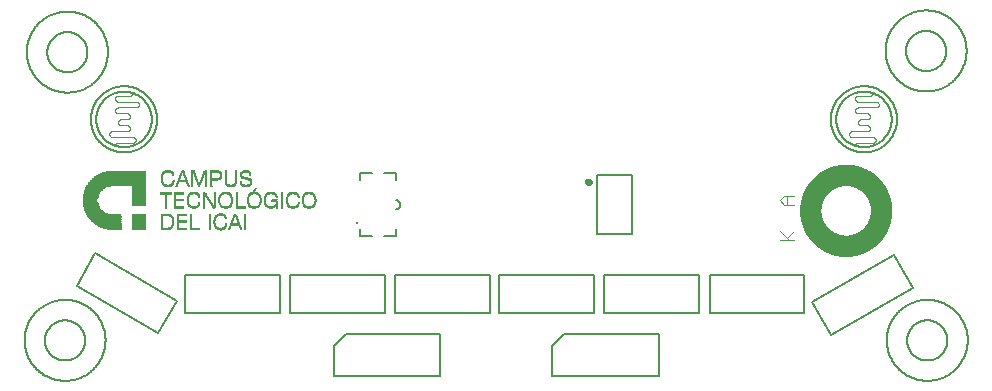
<source format=gbr>
G04 EAGLE Gerber RS-274X export*
G75*
%MOMM*%
%FSLAX34Y34*%
%LPD*%
%INSilkscreen Top*%
%IPPOS*%
%AMOC8*
5,1,8,0,0,1.08239X$1,22.5*%
G01*
%ADD10R,0.195000X0.013000*%
%ADD11R,0.325000X0.013000*%
%ADD12R,0.481000X0.013000*%
%ADD13R,0.910000X0.013000*%
%ADD14R,0.871000X0.013000*%
%ADD15R,0.169000X0.013000*%
%ADD16R,0.416000X0.013000*%
%ADD17R,0.182000X0.013000*%
%ADD18R,0.611000X0.013000*%
%ADD19R,0.923000X0.013000*%
%ADD20R,0.884000X0.013000*%
%ADD21R,0.494000X0.013000*%
%ADD22R,0.962000X0.013000*%
%ADD23R,1.248000X0.013000*%
%ADD24R,0.676000X0.013000*%
%ADD25R,0.559000X0.013000*%
%ADD26R,1.092000X0.013000*%
%ADD27R,0.715000X0.013000*%
%ADD28R,0.208000X0.013000*%
%ADD29R,1.183000X0.013000*%
%ADD30R,0.754000X0.013000*%
%ADD31R,0.650000X0.013000*%
%ADD32R,0.780000X0.013000*%
%ADD33R,0.689000X0.013000*%
%ADD34R,1.313000X0.013000*%
%ADD35R,0.806000X0.013000*%
%ADD36R,0.728000X0.013000*%
%ADD37R,1.365000X0.013000*%
%ADD38R,0.832000X0.013000*%
%ADD39R,1.417000X0.013000*%
%ADD40R,0.858000X0.013000*%
%ADD41R,0.793000X0.013000*%
%ADD42R,1.469000X0.013000*%
%ADD43R,0.819000X0.013000*%
%ADD44R,1.508000X0.013000*%
%ADD45R,0.338000X0.013000*%
%ADD46R,1.547000X0.013000*%
%ADD47R,0.897000X0.013000*%
%ADD48R,0.299000X0.013000*%
%ADD49R,0.286000X0.013000*%
%ADD50R,1.586000X0.013000*%
%ADD51R,0.390000X0.013000*%
%ADD52R,0.273000X0.013000*%
%ADD53R,0.260000X0.013000*%
%ADD54R,1.625000X0.013000*%
%ADD55R,0.247000X0.013000*%
%ADD56R,1.664000X0.013000*%
%ADD57R,0.234000X0.013000*%
%ADD58R,1.690000X0.013000*%
%ADD59R,1.729000X0.013000*%
%ADD60R,0.221000X0.013000*%
%ADD61R,1.755000X0.013000*%
%ADD62R,1.781000X0.013000*%
%ADD63R,1.820000X0.013000*%
%ADD64R,1.846000X0.013000*%
%ADD65R,1.872000X0.013000*%
%ADD66R,1.898000X0.013000*%
%ADD67R,1.924000X0.013000*%
%ADD68R,1.950000X0.013000*%
%ADD69R,1.963000X0.013000*%
%ADD70R,1.989000X0.013000*%
%ADD71R,2.015000X0.013000*%
%ADD72R,2.041000X0.013000*%
%ADD73R,2.054000X0.013000*%
%ADD74R,2.080000X0.013000*%
%ADD75R,2.093000X0.013000*%
%ADD76R,2.119000X0.013000*%
%ADD77R,2.145000X0.013000*%
%ADD78R,2.158000X0.013000*%
%ADD79R,2.184000X0.013000*%
%ADD80R,2.197000X0.013000*%
%ADD81R,2.210000X0.013000*%
%ADD82R,2.236000X0.013000*%
%ADD83R,0.845000X0.013000*%
%ADD84R,2.249000X0.013000*%
%ADD85R,2.262000X0.013000*%
%ADD86R,2.288000X0.013000*%
%ADD87R,2.301000X0.013000*%
%ADD88R,2.314000X0.013000*%
%ADD89R,2.327000X0.013000*%
%ADD90R,2.353000X0.013000*%
%ADD91R,2.366000X0.013000*%
%ADD92R,2.379000X0.013000*%
%ADD93R,2.392000X0.013000*%
%ADD94R,2.405000X0.013000*%
%ADD95R,2.431000X0.013000*%
%ADD96R,2.444000X0.013000*%
%ADD97R,2.457000X0.013000*%
%ADD98R,2.470000X0.013000*%
%ADD99R,2.483000X0.013000*%
%ADD100R,2.496000X0.013000*%
%ADD101R,2.509000X0.013000*%
%ADD102R,2.522000X0.013000*%
%ADD103R,2.535000X0.013000*%
%ADD104R,2.548000X0.013000*%
%ADD105R,2.561000X0.013000*%
%ADD106R,2.574000X0.013000*%
%ADD107R,2.587000X0.013000*%
%ADD108R,2.600000X0.013000*%
%ADD109R,2.613000X0.013000*%
%ADD110R,2.626000X0.013000*%
%ADD111R,2.639000X0.013000*%
%ADD112R,2.652000X0.013000*%
%ADD113R,2.665000X0.013000*%
%ADD114R,2.678000X0.013000*%
%ADD115R,2.691000X0.013000*%
%ADD116R,0.156000X0.013000*%
%ADD117R,2.704000X0.013000*%
%ADD118R,2.717000X0.013000*%
%ADD119R,2.730000X0.013000*%
%ADD120R,2.743000X0.013000*%
%ADD121R,2.756000X0.013000*%
%ADD122R,2.769000X0.013000*%
%ADD123R,2.782000X0.013000*%
%ADD124R,2.795000X0.013000*%
%ADD125R,2.808000X0.013000*%
%ADD126R,2.821000X0.013000*%
%ADD127R,2.834000X0.013000*%
%ADD128R,2.847000X0.013000*%
%ADD129R,2.860000X0.013000*%
%ADD130R,0.312000X0.013000*%
%ADD131R,0.364000X0.013000*%
%ADD132R,2.873000X0.013000*%
%ADD133R,2.886000X0.013000*%
%ADD134R,2.899000X0.013000*%
%ADD135R,0.767000X0.013000*%
%ADD136R,2.912000X0.013000*%
%ADD137R,0.741000X0.013000*%
%ADD138R,2.925000X0.013000*%
%ADD139R,0.663000X0.013000*%
%ADD140R,0.637000X0.013000*%
%ADD141R,0.507000X0.013000*%
%ADD142R,1.807000X0.013000*%
%ADD143R,0.533000X0.013000*%
%ADD144R,0.429000X0.013000*%
%ADD145R,0.351000X0.013000*%
%ADD146R,1.742000X0.013000*%
%ADD147R,1.703000X0.013000*%
%ADD148R,1.651000X0.013000*%
%ADD149R,1.612000X0.013000*%
%ADD150R,1.599000X0.013000*%
%ADD151R,1.560000X0.013000*%
%ADD152R,1.534000X0.013000*%
%ADD153R,1.521000X0.013000*%
%ADD154R,1.482000X0.013000*%
%ADD155R,1.456000X0.013000*%
%ADD156R,1.443000X0.013000*%
%ADD157R,1.430000X0.013000*%
%ADD158R,1.404000X0.013000*%
%ADD159R,1.391000X0.013000*%
%ADD160R,1.378000X0.013000*%
%ADD161R,1.352000X0.013000*%
%ADD162R,0.104000X0.013000*%
%ADD163R,0.468000X0.013000*%
%ADD164R,0.117000X0.013000*%
%ADD165R,1.339000X0.013000*%
%ADD166R,0.546000X0.013000*%
%ADD167R,0.520000X0.013000*%
%ADD168R,0.598000X0.013000*%
%ADD169R,0.585000X0.013000*%
%ADD170R,0.130000X0.013000*%
%ADD171R,0.624000X0.013000*%
%ADD172R,1.326000X0.013000*%
%ADD173R,0.143000X0.013000*%
%ADD174R,1.300000X0.013000*%
%ADD175R,0.377000X0.013000*%
%ADD176R,1.287000X0.013000*%
%ADD177R,1.274000X0.013000*%
%ADD178R,1.261000X0.013000*%
%ADD179R,0.572000X0.013000*%
%ADD180R,1.066000X0.013000*%
%ADD181R,0.702000X0.013000*%
%ADD182R,0.442000X0.013000*%
%ADD183R,1.573000X0.013000*%
%ADD184R,1.859000X0.013000*%
%ADD185R,2.067000X0.013000*%
%ADD186R,5.018000X0.013000*%
%ADD187R,5.005000X0.013000*%
%ADD188R,4.992000X0.013000*%
%ADD189R,4.979000X0.013000*%
%ADD190R,4.966000X0.013000*%
%ADD191R,4.953000X0.013000*%
%ADD192R,4.940000X0.013000*%
%ADD193R,4.927000X0.013000*%
%ADD194R,4.914000X0.013000*%
%ADD195R,4.901000X0.013000*%
%ADD196R,4.888000X0.013000*%
%ADD197R,4.875000X0.013000*%
%ADD198R,4.862000X0.013000*%
%ADD199R,4.849000X0.013000*%
%ADD200R,4.836000X0.013000*%
%ADD201R,4.823000X0.013000*%
%ADD202R,4.810000X0.013000*%
%ADD203R,4.797000X0.013000*%
%ADD204R,4.784000X0.013000*%
%ADD205R,4.771000X0.013000*%
%ADD206R,4.758000X0.013000*%
%ADD207R,4.745000X0.013000*%
%ADD208R,4.732000X0.013000*%
%ADD209R,4.719000X0.013000*%
%ADD210R,4.706000X0.013000*%
%ADD211R,4.693000X0.013000*%
%ADD212R,4.680000X0.013000*%
%ADD213R,4.667000X0.013000*%
%ADD214R,4.654000X0.013000*%
%ADD215R,4.641000X0.013000*%
%ADD216R,4.628000X0.013000*%
%ADD217R,4.615000X0.013000*%
%ADD218R,4.602000X0.013000*%
%ADD219R,4.589000X0.013000*%
%ADD220R,4.576000X0.013000*%
%ADD221R,4.563000X0.013000*%
%ADD222R,4.550000X0.013000*%
%ADD223R,4.537000X0.013000*%
%ADD224R,4.511000X0.013000*%
%ADD225R,4.498000X0.013000*%
%ADD226R,4.485000X0.013000*%
%ADD227R,4.472000X0.013000*%
%ADD228R,4.459000X0.013000*%
%ADD229R,4.446000X0.013000*%
%ADD230R,4.420000X0.013000*%
%ADD231R,4.407000X0.013000*%
%ADD232R,4.394000X0.013000*%
%ADD233R,4.381000X0.013000*%
%ADD234R,0.403000X0.013000*%
%ADD235R,4.355000X0.013000*%
%ADD236R,4.342000X0.013000*%
%ADD237R,4.329000X0.013000*%
%ADD238R,4.303000X0.013000*%
%ADD239R,4.290000X0.013000*%
%ADD240R,4.264000X0.013000*%
%ADD241R,4.251000X0.013000*%
%ADD242R,4.238000X0.013000*%
%ADD243R,4.212000X0.013000*%
%ADD244R,4.186000X0.013000*%
%ADD245R,4.173000X0.013000*%
%ADD246R,4.147000X0.013000*%
%ADD247R,4.134000X0.013000*%
%ADD248R,4.108000X0.013000*%
%ADD249R,4.082000X0.013000*%
%ADD250R,4.056000X0.013000*%
%ADD251R,4.030000X0.013000*%
%ADD252R,4.017000X0.013000*%
%ADD253R,3.991000X0.013000*%
%ADD254R,3.965000X0.013000*%
%ADD255R,3.939000X0.013000*%
%ADD256R,3.900000X0.013000*%
%ADD257R,3.874000X0.013000*%
%ADD258R,3.848000X0.013000*%
%ADD259R,3.822000X0.013000*%
%ADD260R,3.783000X0.013000*%
%ADD261R,3.757000X0.013000*%
%ADD262R,3.718000X0.013000*%
%ADD263R,3.679000X0.013000*%
%ADD264R,3.640000X0.013000*%
%ADD265R,3.601000X0.013000*%
%ADD266R,3.562000X0.013000*%
%ADD267R,3.510000X0.013000*%
%ADD268R,3.458000X0.013000*%
%ADD269R,3.406000X0.013000*%
%ADD270R,3.341000X0.013000*%
%ADD271R,3.276000X0.013000*%
%ADD272R,3.185000X0.013000*%
%ADD273R,3.055000X0.013000*%
%ADD274R,0.100000X0.900000*%
%ADD275R,0.100000X0.800000*%
%ADD276R,0.100000X10.200000*%
%ADD277R,2.600000X0.100000*%
%ADD278R,1.600000X0.100000*%
%ADD279R,0.600000X0.100000*%
%ADD280R,0.100000X0.600000*%
%ADD281R,0.100000X0.400000*%
%ADD282R,0.100000X1.600000*%
%ADD283R,2.900000X0.100000*%
%ADD284R,2.000000X0.100000*%
%ADD285R,0.100000X2.000000*%
%ADD286R,3.100000X0.100000*%
%ADD287R,2.300000X0.100000*%
%ADD288R,0.100000X0.700000*%
%ADD289R,0.100000X2.300000*%
%ADD290R,0.100000X2.200000*%
%ADD291R,3.200000X0.100000*%
%ADD292R,2.400000X0.100000*%
%ADD293R,0.100000X2.400000*%
%ADD294R,2.500000X0.100000*%
%ADD295R,0.100000X2.500000*%
%ADD296R,0.100000X2.600000*%
%ADD297R,0.100000X1.000000*%
%ADD298R,0.700000X0.100000*%
%ADD299R,0.100000X1.200000*%
%ADD300R,0.100000X0.500000*%
%ADD301R,0.100000X1.400000*%
%ADD302R,0.500000X0.100000*%
%ADD303R,0.800000X0.100000*%
%ADD304R,2.200000X0.100000*%
%ADD305R,2.100000X0.100000*%
%ADD306R,1.900000X0.100000*%
%ADD307R,0.100000X1.300000*%
%ADD308R,0.100000X1.800000*%
%ADD309R,0.100000X1.700000*%
%ADD310R,0.100000X1.100000*%
%ADD311R,0.100000X2.100000*%
%ADD312R,1.800000X0.100000*%
%ADD313R,3.000000X0.100000*%
%ADD314R,2.700000X0.100000*%
%ADD315R,0.100000X0.200000*%
%ADD316C,0.101600*%
%ADD317C,0.203200*%
%ADD318C,0.127000*%
%ADD319C,1.778000*%
%ADD320C,0.152400*%
%ADD321C,0.304800*%
%ADD322C,0.282838*%
%ADD323C,0.177800*%


D10*
X166710Y127870D03*
D11*
X166710Y128000D03*
D12*
X119000Y128130D03*
D13*
X134275Y128130D03*
D14*
X145390Y128130D03*
D15*
X157350Y128130D03*
D16*
X166645Y128130D03*
D17*
X173925Y128130D03*
X184325Y128130D03*
D15*
X187510Y128130D03*
D18*
X119650Y128260D03*
D19*
X134210Y128260D03*
D20*
X145325Y128260D03*
D17*
X157415Y128260D03*
D21*
X166645Y128260D03*
D10*
X173990Y128260D03*
X184260Y128260D03*
D17*
X187575Y128260D03*
D22*
X77855Y128390D03*
D23*
X97355Y128390D03*
D24*
X119975Y128390D03*
D19*
X134210Y128390D03*
D20*
X145325Y128390D03*
D17*
X157415Y128390D03*
D25*
X166710Y128390D03*
D17*
X174055Y128390D03*
D10*
X184260Y128390D03*
D17*
X187575Y128390D03*
D26*
X77205Y128520D03*
D23*
X97355Y128520D03*
D27*
X120170Y128520D03*
D19*
X134210Y128520D03*
D20*
X145325Y128520D03*
D17*
X157415Y128520D03*
D18*
X166710Y128520D03*
D17*
X174055Y128520D03*
D28*
X184195Y128520D03*
D17*
X187575Y128520D03*
D29*
X76750Y128650D03*
D23*
X97355Y128650D03*
D30*
X120365Y128650D03*
D19*
X134210Y128650D03*
D20*
X145325Y128650D03*
D17*
X157415Y128650D03*
D31*
X166645Y128650D03*
D10*
X174120Y128650D03*
X184130Y128650D03*
D17*
X187575Y128650D03*
D23*
X76425Y128780D03*
X97355Y128780D03*
D32*
X120495Y128780D03*
D19*
X134210Y128780D03*
D20*
X145325Y128780D03*
D17*
X157415Y128780D03*
D33*
X166710Y128780D03*
D17*
X174185Y128780D03*
D10*
X184130Y128780D03*
D17*
X187575Y128780D03*
D34*
X76100Y128910D03*
D23*
X97355Y128910D03*
D35*
X120625Y128910D03*
D19*
X134210Y128910D03*
D20*
X145325Y128910D03*
D17*
X157415Y128910D03*
D36*
X166645Y128910D03*
D17*
X174185Y128910D03*
D10*
X184000Y128910D03*
D17*
X187575Y128910D03*
D37*
X75840Y129040D03*
D23*
X97355Y129040D03*
D38*
X120755Y129040D03*
D19*
X134210Y129040D03*
D20*
X145325Y129040D03*
D17*
X157415Y129040D03*
D30*
X166645Y129040D03*
D17*
X174315Y129040D03*
D10*
X184000Y129040D03*
D17*
X187575Y129040D03*
D39*
X75580Y129170D03*
D23*
X97355Y129170D03*
D40*
X120885Y129170D03*
D19*
X134210Y129170D03*
D20*
X145325Y129170D03*
D17*
X157415Y129170D03*
D41*
X166710Y129170D03*
D17*
X174315Y129170D03*
D10*
X184000Y129170D03*
D17*
X187575Y129170D03*
D42*
X75320Y129300D03*
D23*
X97355Y129300D03*
D14*
X120950Y129300D03*
D19*
X134210Y129300D03*
D20*
X145325Y129300D03*
D17*
X157415Y129300D03*
D43*
X166710Y129300D03*
D17*
X174315Y129300D03*
D10*
X183870Y129300D03*
D17*
X187575Y129300D03*
D44*
X75125Y129430D03*
D23*
X97355Y129430D03*
D20*
X121015Y129430D03*
D19*
X134210Y129430D03*
D20*
X145325Y129430D03*
D17*
X157415Y129430D03*
D45*
X164175Y129430D03*
D11*
X169310Y129430D03*
D17*
X174445Y129430D03*
D10*
X183870Y129430D03*
D17*
X187575Y129430D03*
D46*
X74930Y129560D03*
D23*
X97355Y129560D03*
D47*
X121080Y129560D03*
D19*
X134210Y129560D03*
D20*
X145325Y129560D03*
D17*
X157415Y129560D03*
D48*
X163850Y129560D03*
D49*
X169635Y129560D03*
D17*
X174445Y129560D03*
D28*
X183805Y129560D03*
D17*
X187575Y129560D03*
D50*
X74735Y129690D03*
D23*
X97355Y129690D03*
D17*
X117505Y129690D03*
D51*
X123745Y129690D03*
D17*
X130505Y129690D03*
X141815Y129690D03*
X157415Y129690D03*
D52*
X163590Y129690D03*
D53*
X169765Y129690D03*
D10*
X174510Y129690D03*
X183740Y129690D03*
D17*
X187575Y129690D03*
D54*
X74540Y129820D03*
D23*
X97355Y129820D03*
D17*
X117505Y129820D03*
D11*
X124200Y129820D03*
D17*
X130505Y129820D03*
X141815Y129820D03*
X157415Y129820D03*
D53*
X163395Y129820D03*
D55*
X169960Y129820D03*
D17*
X174575Y129820D03*
D10*
X183740Y129820D03*
D17*
X187575Y129820D03*
D56*
X74345Y129950D03*
D23*
X97355Y129950D03*
D17*
X117505Y129950D03*
D48*
X124460Y129950D03*
D17*
X130505Y129950D03*
X141815Y129950D03*
X157415Y129950D03*
D53*
X163265Y129950D03*
D57*
X170155Y129950D03*
D17*
X174575Y129950D03*
D10*
X183610Y129950D03*
D17*
X187575Y129950D03*
D58*
X74215Y130080D03*
D23*
X97355Y130080D03*
D17*
X117505Y130080D03*
D52*
X124720Y130080D03*
D17*
X130505Y130080D03*
X141815Y130080D03*
X157415Y130080D03*
D55*
X163070Y130080D03*
D57*
X170285Y130080D03*
D17*
X174705Y130080D03*
D10*
X183610Y130080D03*
D17*
X187575Y130080D03*
D59*
X74020Y130210D03*
D23*
X97355Y130210D03*
D17*
X117505Y130210D03*
D53*
X124915Y130210D03*
D17*
X130505Y130210D03*
X141815Y130210D03*
X157415Y130210D03*
D57*
X163005Y130210D03*
D60*
X170350Y130210D03*
D17*
X174705Y130210D03*
D10*
X183610Y130210D03*
D17*
X187575Y130210D03*
D61*
X73890Y130340D03*
D23*
X97355Y130340D03*
D17*
X117505Y130340D03*
D53*
X125045Y130340D03*
D17*
X130505Y130340D03*
X141815Y130340D03*
X157415Y130340D03*
D57*
X162875Y130340D03*
D28*
X170545Y130340D03*
D17*
X174705Y130340D03*
D10*
X183480Y130340D03*
D17*
X187575Y130340D03*
D62*
X73760Y130470D03*
D23*
X97355Y130470D03*
D17*
X117505Y130470D03*
D57*
X125175Y130470D03*
D17*
X130505Y130470D03*
X141815Y130470D03*
X157415Y130470D03*
D60*
X162680Y130470D03*
D28*
X170545Y130470D03*
D17*
X174835Y130470D03*
D10*
X183480Y130470D03*
D17*
X187575Y130470D03*
D63*
X73565Y130600D03*
D23*
X97355Y130600D03*
D17*
X117505Y130600D03*
D57*
X125305Y130600D03*
D17*
X130505Y130600D03*
X141815Y130600D03*
X157415Y130600D03*
D28*
X162615Y130600D03*
X170675Y130600D03*
D17*
X174835Y130600D03*
X183415Y130600D03*
X187575Y130600D03*
D64*
X73435Y130730D03*
D23*
X97355Y130730D03*
D17*
X117505Y130730D03*
D57*
X125435Y130730D03*
D17*
X130505Y130730D03*
X141815Y130730D03*
X157415Y130730D03*
D60*
X162550Y130730D03*
D28*
X170805Y130730D03*
D17*
X174965Y130730D03*
D10*
X183350Y130730D03*
D17*
X187575Y130730D03*
D65*
X73305Y130860D03*
D23*
X97355Y130860D03*
D17*
X117505Y130860D03*
D60*
X125500Y130860D03*
D17*
X130505Y130860D03*
X141815Y130860D03*
X157415Y130860D03*
D28*
X162485Y130860D03*
D10*
X170870Y130860D03*
D17*
X174965Y130860D03*
D10*
X183350Y130860D03*
D17*
X187575Y130860D03*
D66*
X73175Y130990D03*
D23*
X97355Y130990D03*
D17*
X117505Y130990D03*
D60*
X125630Y130990D03*
D17*
X130505Y130990D03*
X141815Y130990D03*
X157415Y130990D03*
D28*
X162355Y130990D03*
D10*
X170870Y130990D03*
D17*
X174965Y130990D03*
X183285Y130990D03*
X187575Y130990D03*
D67*
X73045Y131120D03*
D23*
X97355Y131120D03*
D17*
X117505Y131120D03*
D28*
X125695Y131120D03*
D17*
X130505Y131120D03*
X141815Y131120D03*
X157415Y131120D03*
D10*
X162290Y131120D03*
X171000Y131120D03*
D17*
X175095Y131120D03*
D10*
X183220Y131120D03*
D17*
X187575Y131120D03*
D68*
X72915Y131250D03*
D23*
X97355Y131250D03*
D17*
X117505Y131250D03*
D28*
X125825Y131250D03*
D17*
X130505Y131250D03*
X141815Y131250D03*
X157415Y131250D03*
D28*
X162225Y131250D03*
D17*
X171065Y131250D03*
X175095Y131250D03*
X183155Y131250D03*
X187575Y131250D03*
D69*
X72850Y131380D03*
D23*
X97355Y131380D03*
D17*
X117505Y131380D03*
D28*
X125825Y131380D03*
D17*
X130505Y131380D03*
X141815Y131380D03*
X157415Y131380D03*
D10*
X162160Y131380D03*
X171130Y131380D03*
D15*
X175160Y131380D03*
D10*
X183090Y131380D03*
D17*
X187575Y131380D03*
D70*
X72720Y131510D03*
D23*
X97355Y131510D03*
D17*
X117505Y131510D03*
D10*
X125890Y131510D03*
D17*
X130505Y131510D03*
X141815Y131510D03*
X157415Y131510D03*
D28*
X162095Y131510D03*
D17*
X171195Y131510D03*
X175225Y131510D03*
D10*
X183090Y131510D03*
D17*
X187575Y131510D03*
D71*
X72590Y131640D03*
D23*
X97355Y131640D03*
D17*
X117505Y131640D03*
D10*
X126020Y131640D03*
D17*
X130505Y131640D03*
X141815Y131640D03*
X157415Y131640D03*
D10*
X162030Y131640D03*
D17*
X171195Y131640D03*
X175225Y131640D03*
X183025Y131640D03*
X187575Y131640D03*
D72*
X72460Y131770D03*
D23*
X97355Y131770D03*
D17*
X117505Y131770D03*
D10*
X126020Y131770D03*
D17*
X130505Y131770D03*
X141815Y131770D03*
X157415Y131770D03*
D10*
X162030Y131770D03*
X171260Y131770D03*
D17*
X175355Y131770D03*
D10*
X182960Y131770D03*
D17*
X187575Y131770D03*
D73*
X72395Y131900D03*
D23*
X97355Y131900D03*
D17*
X117505Y131900D03*
D10*
X126150Y131900D03*
D17*
X130505Y131900D03*
X141815Y131900D03*
X157415Y131900D03*
D10*
X161900Y131900D03*
D17*
X171325Y131900D03*
X175355Y131900D03*
D10*
X182960Y131900D03*
D17*
X187575Y131900D03*
D74*
X72265Y132030D03*
D23*
X97355Y132030D03*
D17*
X117505Y132030D03*
D10*
X126150Y132030D03*
D17*
X130505Y132030D03*
X141815Y132030D03*
X157415Y132030D03*
D10*
X161900Y132030D03*
D17*
X171325Y132030D03*
X175355Y132030D03*
X182895Y132030D03*
X187575Y132030D03*
D75*
X72200Y132160D03*
D23*
X97355Y132160D03*
D17*
X117505Y132160D03*
X126215Y132160D03*
X130505Y132160D03*
X141815Y132160D03*
X157415Y132160D03*
X161835Y132160D03*
X171325Y132160D03*
D19*
X179190Y132160D03*
D17*
X187575Y132160D03*
D76*
X72070Y132290D03*
D23*
X97355Y132290D03*
D17*
X117505Y132290D03*
X126215Y132290D03*
X130505Y132290D03*
X141815Y132290D03*
X157415Y132290D03*
D10*
X161770Y132290D03*
D17*
X171455Y132290D03*
D13*
X179125Y132290D03*
D17*
X187575Y132290D03*
D77*
X71940Y132420D03*
D23*
X97355Y132420D03*
D17*
X117505Y132420D03*
D10*
X126280Y132420D03*
D17*
X130505Y132420D03*
X141815Y132420D03*
X157415Y132420D03*
D10*
X161770Y132420D03*
D17*
X171455Y132420D03*
D47*
X179190Y132420D03*
D17*
X187575Y132420D03*
D78*
X71875Y132550D03*
D23*
X97355Y132550D03*
D17*
X117505Y132550D03*
X126345Y132550D03*
X130505Y132550D03*
X141815Y132550D03*
X157415Y132550D03*
X161705Y132550D03*
X171455Y132550D03*
D47*
X179190Y132550D03*
D17*
X187575Y132550D03*
D79*
X71745Y132680D03*
D23*
X97355Y132680D03*
D17*
X117505Y132680D03*
X126345Y132680D03*
X130505Y132680D03*
X141815Y132680D03*
X157415Y132680D03*
X161705Y132680D03*
X171455Y132680D03*
D20*
X179125Y132680D03*
D17*
X187575Y132680D03*
D80*
X71680Y132810D03*
D23*
X97355Y132810D03*
D17*
X117505Y132810D03*
X126345Y132810D03*
X130505Y132810D03*
X141815Y132810D03*
X157415Y132810D03*
D10*
X161640Y132810D03*
D17*
X171455Y132810D03*
D14*
X179190Y132810D03*
D17*
X187575Y132810D03*
D81*
X71615Y132940D03*
D23*
X97355Y132940D03*
D17*
X117505Y132940D03*
X126475Y132940D03*
X130505Y132940D03*
X141815Y132940D03*
X157415Y132940D03*
D10*
X161640Y132940D03*
D17*
X171455Y132940D03*
D40*
X179125Y132940D03*
D17*
X187575Y132940D03*
D82*
X71485Y133070D03*
D23*
X97355Y133070D03*
D17*
X117505Y133070D03*
X126475Y133070D03*
X130505Y133070D03*
X141815Y133070D03*
X157415Y133070D03*
X161575Y133070D03*
X171585Y133070D03*
D83*
X179190Y133070D03*
D17*
X187575Y133070D03*
D84*
X71420Y133200D03*
D23*
X97355Y133200D03*
D17*
X117505Y133200D03*
X126475Y133200D03*
X130505Y133200D03*
X141815Y133200D03*
X157415Y133200D03*
X161575Y133200D03*
D83*
X179190Y133200D03*
D17*
X187575Y133200D03*
D85*
X71355Y133330D03*
D23*
X97355Y133330D03*
D17*
X117505Y133330D03*
X126475Y133330D03*
X130505Y133330D03*
X141815Y133330D03*
X157415Y133330D03*
X161575Y133330D03*
D38*
X179125Y133330D03*
D17*
X187575Y133330D03*
D86*
X71225Y133460D03*
D23*
X97355Y133460D03*
D17*
X117505Y133460D03*
X126475Y133460D03*
X130505Y133460D03*
X141815Y133460D03*
X157415Y133460D03*
X161575Y133460D03*
D43*
X179190Y133460D03*
D17*
X187575Y133460D03*
D87*
X71160Y133590D03*
D23*
X97355Y133590D03*
D17*
X117505Y133590D03*
X126475Y133590D03*
X130505Y133590D03*
X141815Y133590D03*
X157415Y133590D03*
X161575Y133590D03*
D35*
X179125Y133590D03*
D17*
X187575Y133590D03*
D88*
X71095Y133720D03*
D23*
X97355Y133720D03*
D17*
X117505Y133720D03*
D15*
X126540Y133720D03*
D17*
X130505Y133720D03*
X141815Y133720D03*
X157415Y133720D03*
D10*
X161510Y133720D03*
D15*
X176070Y133720D03*
D17*
X182245Y133720D03*
X187575Y133720D03*
D89*
X71030Y133850D03*
D23*
X97355Y133850D03*
D17*
X117505Y133850D03*
X126605Y133850D03*
X130505Y133850D03*
X141815Y133850D03*
X157415Y133850D03*
X161445Y133850D03*
X176135Y133850D03*
D10*
X182180Y133850D03*
D17*
X187575Y133850D03*
D90*
X70900Y133980D03*
D23*
X97355Y133980D03*
D17*
X117505Y133980D03*
X126605Y133980D03*
X130505Y133980D03*
X141815Y133980D03*
X157415Y133980D03*
X161445Y133980D03*
X176135Y133980D03*
X182115Y133980D03*
X187575Y133980D03*
D91*
X70835Y134110D03*
D23*
X97355Y134110D03*
D17*
X117505Y134110D03*
X126605Y134110D03*
X130505Y134110D03*
X141815Y134110D03*
X157415Y134110D03*
X161445Y134110D03*
D15*
X176200Y134110D03*
D17*
X182115Y134110D03*
X187575Y134110D03*
D92*
X70770Y134240D03*
D23*
X97355Y134240D03*
D17*
X117505Y134240D03*
X126605Y134240D03*
D14*
X133950Y134240D03*
D17*
X141815Y134240D03*
X157415Y134240D03*
X161445Y134240D03*
X176265Y134240D03*
X181985Y134240D03*
X187575Y134240D03*
D93*
X70705Y134370D03*
D23*
X97355Y134370D03*
D17*
X117505Y134370D03*
X126605Y134370D03*
D14*
X133950Y134370D03*
D17*
X141815Y134370D03*
X157415Y134370D03*
X161445Y134370D03*
D15*
X176330Y134370D03*
D17*
X181985Y134370D03*
X187575Y134370D03*
D94*
X70640Y134500D03*
D23*
X97355Y134500D03*
D17*
X117505Y134500D03*
X126605Y134500D03*
D14*
X133950Y134500D03*
D17*
X141815Y134500D03*
X157415Y134500D03*
X161445Y134500D03*
D15*
X176330Y134500D03*
D17*
X181985Y134500D03*
X187575Y134500D03*
D95*
X70510Y134630D03*
D23*
X97355Y134630D03*
D17*
X117505Y134630D03*
X126605Y134630D03*
D14*
X133950Y134630D03*
D17*
X141815Y134630D03*
X157415Y134630D03*
X161445Y134630D03*
X176395Y134630D03*
X181855Y134630D03*
X187575Y134630D03*
D96*
X70445Y134760D03*
D23*
X97355Y134760D03*
D17*
X117505Y134760D03*
X126605Y134760D03*
D14*
X133950Y134760D03*
D17*
X141815Y134760D03*
X157415Y134760D03*
X161445Y134760D03*
D15*
X176460Y134760D03*
D17*
X181855Y134760D03*
X187575Y134760D03*
D97*
X70380Y134890D03*
D23*
X97355Y134890D03*
D17*
X117505Y134890D03*
X126605Y134890D03*
D14*
X133950Y134890D03*
D17*
X141815Y134890D03*
X157415Y134890D03*
X161445Y134890D03*
D15*
X176460Y134890D03*
D17*
X181855Y134890D03*
X187575Y134890D03*
D98*
X70315Y135020D03*
D23*
X97355Y135020D03*
D17*
X117505Y135020D03*
X126605Y135020D03*
D14*
X133950Y135020D03*
D17*
X141815Y135020D03*
X157415Y135020D03*
X161445Y135020D03*
X176525Y135020D03*
X181725Y135020D03*
X187575Y135020D03*
D99*
X70250Y135150D03*
D23*
X97355Y135150D03*
D17*
X117505Y135150D03*
X126605Y135150D03*
D14*
X133950Y135150D03*
D17*
X141815Y135150D03*
X157415Y135150D03*
X161445Y135150D03*
D15*
X176590Y135150D03*
D17*
X181725Y135150D03*
X187575Y135150D03*
D100*
X70185Y135280D03*
D23*
X97355Y135280D03*
D17*
X117505Y135280D03*
X126605Y135280D03*
D14*
X133950Y135280D03*
D17*
X141815Y135280D03*
X157415Y135280D03*
X161445Y135280D03*
X176655Y135280D03*
X181595Y135280D03*
X187575Y135280D03*
D101*
X70120Y135410D03*
D23*
X97355Y135410D03*
D17*
X117505Y135410D03*
X126605Y135410D03*
D14*
X133950Y135410D03*
D17*
X141815Y135410D03*
X157415Y135410D03*
X161445Y135410D03*
D15*
X176720Y135410D03*
D17*
X181595Y135410D03*
X187575Y135410D03*
D102*
X70055Y135540D03*
D23*
X97355Y135540D03*
D17*
X117505Y135540D03*
X126605Y135540D03*
D14*
X133950Y135540D03*
D17*
X141815Y135540D03*
X157415Y135540D03*
X161445Y135540D03*
D15*
X176720Y135540D03*
D17*
X181595Y135540D03*
X187575Y135540D03*
D103*
X69990Y135670D03*
D23*
X97355Y135670D03*
D17*
X117505Y135670D03*
X126605Y135670D03*
D14*
X133950Y135670D03*
D17*
X141815Y135670D03*
X157415Y135670D03*
X161445Y135670D03*
X176785Y135670D03*
X181465Y135670D03*
X187575Y135670D03*
D104*
X69925Y135800D03*
D23*
X97355Y135800D03*
D17*
X117505Y135800D03*
X126605Y135800D03*
X130505Y135800D03*
X141815Y135800D03*
X157415Y135800D03*
X161445Y135800D03*
D15*
X176850Y135800D03*
D17*
X181465Y135800D03*
X187575Y135800D03*
D105*
X69860Y135930D03*
D23*
X97355Y135930D03*
D17*
X117505Y135930D03*
X126605Y135930D03*
X130505Y135930D03*
X141815Y135930D03*
X157415Y135930D03*
X161575Y135930D03*
D15*
X176850Y135930D03*
X181400Y135930D03*
D17*
X187575Y135930D03*
D106*
X69795Y136060D03*
D23*
X97355Y136060D03*
D17*
X117505Y136060D03*
X126605Y136060D03*
X130505Y136060D03*
X141815Y136060D03*
X157415Y136060D03*
X161575Y136060D03*
D15*
X176980Y136060D03*
D17*
X181335Y136060D03*
X187575Y136060D03*
D107*
X69730Y136190D03*
D23*
X97355Y136190D03*
D17*
X117505Y136190D03*
D10*
X126540Y136190D03*
D17*
X130505Y136190D03*
X141815Y136190D03*
X157415Y136190D03*
X161575Y136190D03*
D15*
X176980Y136190D03*
D17*
X181335Y136190D03*
X187575Y136190D03*
D108*
X69665Y136320D03*
D23*
X97355Y136320D03*
D17*
X117505Y136320D03*
X126475Y136320D03*
X130505Y136320D03*
X141815Y136320D03*
X157415Y136320D03*
X161575Y136320D03*
D15*
X176980Y136320D03*
X181270Y136320D03*
D17*
X187575Y136320D03*
D109*
X69600Y136450D03*
D23*
X97355Y136450D03*
D17*
X117505Y136450D03*
X126475Y136450D03*
X130505Y136450D03*
X141815Y136450D03*
X157415Y136450D03*
X161575Y136450D03*
D15*
X177110Y136450D03*
D17*
X181205Y136450D03*
X187575Y136450D03*
D109*
X69600Y136580D03*
D23*
X97355Y136580D03*
D17*
X117505Y136580D03*
X126475Y136580D03*
X130505Y136580D03*
X141815Y136580D03*
X157415Y136580D03*
X161575Y136580D03*
D15*
X177110Y136580D03*
X181140Y136580D03*
D17*
X187575Y136580D03*
D110*
X69535Y136710D03*
D23*
X97355Y136710D03*
D17*
X117505Y136710D03*
X126475Y136710D03*
X130505Y136710D03*
X141815Y136710D03*
X157415Y136710D03*
X161705Y136710D03*
D15*
X177240Y136710D03*
X181140Y136710D03*
D17*
X187575Y136710D03*
D111*
X69470Y136840D03*
D23*
X97355Y136840D03*
D17*
X117505Y136840D03*
X126475Y136840D03*
X130505Y136840D03*
X141815Y136840D03*
X157415Y136840D03*
X161705Y136840D03*
D15*
X177240Y136840D03*
D17*
X181075Y136840D03*
X187575Y136840D03*
D112*
X69405Y136970D03*
D23*
X97355Y136970D03*
D17*
X117505Y136970D03*
D10*
X126410Y136970D03*
D17*
X130505Y136970D03*
X141815Y136970D03*
X157415Y136970D03*
X161705Y136970D03*
D15*
X177240Y136970D03*
X181010Y136970D03*
D17*
X187575Y136970D03*
D113*
X69340Y137100D03*
D23*
X97355Y137100D03*
D17*
X117505Y137100D03*
X126345Y137100D03*
X130505Y137100D03*
X141815Y137100D03*
X157415Y137100D03*
X161705Y137100D03*
D15*
X177370Y137100D03*
D17*
X180945Y137100D03*
X187575Y137100D03*
D114*
X69275Y137230D03*
D23*
X97355Y137230D03*
D17*
X117505Y137230D03*
X126345Y137230D03*
X130505Y137230D03*
X141815Y137230D03*
X157415Y137230D03*
X161835Y137230D03*
D15*
X177370Y137230D03*
X180880Y137230D03*
D17*
X187575Y137230D03*
D115*
X69210Y137360D03*
D23*
X97355Y137360D03*
D17*
X117505Y137360D03*
D10*
X126280Y137360D03*
D17*
X130505Y137360D03*
X141815Y137360D03*
X157415Y137360D03*
X161835Y137360D03*
D116*
X177435Y137360D03*
D15*
X180880Y137360D03*
D17*
X187575Y137360D03*
D115*
X69210Y137490D03*
D23*
X97355Y137490D03*
D17*
X117505Y137490D03*
D10*
X126280Y137490D03*
D17*
X130505Y137490D03*
X141815Y137490D03*
X157415Y137490D03*
D10*
X161900Y137490D03*
D17*
X171325Y137490D03*
D15*
X177500Y137490D03*
D17*
X180815Y137490D03*
X187575Y137490D03*
D117*
X69145Y137620D03*
D23*
X97355Y137620D03*
D17*
X117505Y137620D03*
X126215Y137620D03*
X130505Y137620D03*
X141815Y137620D03*
X157415Y137620D03*
X161965Y137620D03*
X171325Y137620D03*
D15*
X177500Y137620D03*
X180750Y137620D03*
D17*
X187575Y137620D03*
D118*
X69080Y137750D03*
D23*
X97355Y137750D03*
D17*
X117505Y137750D03*
D10*
X126150Y137750D03*
D17*
X130505Y137750D03*
X141815Y137750D03*
X157415Y137750D03*
X161965Y137750D03*
X171325Y137750D03*
D116*
X177565Y137750D03*
D15*
X180750Y137750D03*
D17*
X187575Y137750D03*
D119*
X69015Y137880D03*
D23*
X97355Y137880D03*
D17*
X117505Y137880D03*
D10*
X126150Y137880D03*
D17*
X130505Y137880D03*
X141815Y137880D03*
X157415Y137880D03*
D10*
X162030Y137880D03*
D17*
X171325Y137880D03*
D15*
X177630Y137880D03*
D17*
X180685Y137880D03*
X187575Y137880D03*
D120*
X68950Y138010D03*
D23*
X97355Y138010D03*
D17*
X117505Y138010D03*
D10*
X126020Y138010D03*
D17*
X130505Y138010D03*
X141815Y138010D03*
X157415Y138010D03*
X162095Y138010D03*
D10*
X171260Y138010D03*
D15*
X177630Y138010D03*
X180620Y138010D03*
D17*
X187575Y138010D03*
D120*
X68950Y138140D03*
D23*
X97355Y138140D03*
D17*
X117505Y138140D03*
D10*
X126020Y138140D03*
D17*
X130505Y138140D03*
X141815Y138140D03*
X157415Y138140D03*
D10*
X162160Y138140D03*
D17*
X171195Y138140D03*
D15*
X177760Y138140D03*
X180620Y138140D03*
D17*
X187575Y138140D03*
D121*
X68885Y138270D03*
D23*
X97355Y138270D03*
D17*
X117505Y138270D03*
D28*
X125955Y138270D03*
D17*
X130505Y138270D03*
X141815Y138270D03*
X157415Y138270D03*
D10*
X162290Y138270D03*
X171130Y138270D03*
D15*
X177760Y138270D03*
X180490Y138270D03*
D17*
X187575Y138270D03*
D122*
X68820Y138400D03*
D23*
X97355Y138400D03*
D17*
X117505Y138400D03*
D28*
X125825Y138400D03*
D17*
X130505Y138400D03*
X141815Y138400D03*
X157415Y138400D03*
D10*
X162290Y138400D03*
X171130Y138400D03*
D116*
X177825Y138400D03*
D15*
X180490Y138400D03*
D17*
X187575Y138400D03*
D123*
X68755Y138530D03*
D23*
X97355Y138530D03*
D17*
X117505Y138530D03*
D28*
X125825Y138530D03*
D17*
X130505Y138530D03*
X141815Y138530D03*
X157415Y138530D03*
D10*
X162420Y138530D03*
X171000Y138530D03*
D15*
X177890Y138530D03*
X180490Y138530D03*
D17*
X187575Y138530D03*
D123*
X68755Y138660D03*
D23*
X97355Y138660D03*
D17*
X117505Y138660D03*
D28*
X125695Y138660D03*
D17*
X130505Y138660D03*
X141815Y138660D03*
X157415Y138660D03*
D28*
X162485Y138660D03*
D10*
X171000Y138660D03*
D15*
X177890Y138660D03*
X180360Y138660D03*
D17*
X187575Y138660D03*
D124*
X68690Y138790D03*
D23*
X97355Y138790D03*
D17*
X117505Y138790D03*
D60*
X125630Y138790D03*
D17*
X130505Y138790D03*
X141815Y138790D03*
X157415Y138790D03*
D10*
X162550Y138790D03*
D28*
X170935Y138790D03*
D116*
X177955Y138790D03*
D15*
X180360Y138790D03*
D17*
X187575Y138790D03*
D125*
X68625Y138920D03*
D23*
X97355Y138920D03*
D17*
X117505Y138920D03*
D60*
X125500Y138920D03*
D17*
X130505Y138920D03*
X141815Y138920D03*
X157415Y138920D03*
D28*
X162615Y138920D03*
X170805Y138920D03*
D15*
X178020Y138920D03*
X180230Y138920D03*
D17*
X187575Y138920D03*
D125*
X68625Y139050D03*
D23*
X97355Y139050D03*
D17*
X117505Y139050D03*
D60*
X125370Y139050D03*
D17*
X130505Y139050D03*
X141815Y139050D03*
X157415Y139050D03*
D28*
X162745Y139050D03*
D60*
X170740Y139050D03*
D116*
X178085Y139050D03*
D15*
X180230Y139050D03*
D17*
X187575Y139050D03*
D126*
X68560Y139180D03*
D23*
X97355Y139180D03*
D17*
X117505Y139180D03*
D55*
X125240Y139180D03*
D17*
X130505Y139180D03*
X141815Y139180D03*
X157415Y139180D03*
D28*
X162875Y139180D03*
X170675Y139180D03*
D116*
X178085Y139180D03*
D15*
X180230Y139180D03*
D17*
X187575Y139180D03*
D127*
X68495Y139310D03*
D23*
X97355Y139310D03*
D17*
X117505Y139310D03*
D55*
X125110Y139310D03*
D17*
X130505Y139310D03*
X141815Y139310D03*
X157415Y139310D03*
D57*
X163005Y139310D03*
X170545Y139310D03*
D15*
X178150Y139310D03*
X180100Y139310D03*
D17*
X187575Y139310D03*
D127*
X68495Y139440D03*
D23*
X97355Y139440D03*
D17*
X117505Y139440D03*
D53*
X124915Y139440D03*
D17*
X130505Y139440D03*
X141815Y139440D03*
X157415Y139440D03*
D57*
X163135Y139440D03*
X170415Y139440D03*
D116*
X178215Y139440D03*
D15*
X180100Y139440D03*
D17*
X187575Y139440D03*
D128*
X68430Y139570D03*
D23*
X97355Y139570D03*
D17*
X117505Y139570D03*
D49*
X124655Y139570D03*
D17*
X130505Y139570D03*
X141815Y139570D03*
X157415Y139570D03*
D57*
X163265Y139570D03*
X170285Y139570D03*
D15*
X178280Y139570D03*
D116*
X180035Y139570D03*
D17*
X187575Y139570D03*
D129*
X68365Y139700D03*
D23*
X97355Y139700D03*
D17*
X117505Y139700D03*
D130*
X124395Y139700D03*
D17*
X130505Y139700D03*
X141815Y139700D03*
X157415Y139700D03*
D55*
X163460Y139700D03*
X170090Y139700D03*
D11*
X179190Y139700D03*
D17*
X187575Y139700D03*
D129*
X68365Y139830D03*
D23*
X97355Y139830D03*
D17*
X117505Y139830D03*
D131*
X124005Y139830D03*
D17*
X130505Y139830D03*
X141815Y139830D03*
X157415Y139830D03*
D52*
X163590Y139830D03*
X169960Y139830D03*
D11*
X179190Y139830D03*
D17*
X187575Y139830D03*
D132*
X68300Y139960D03*
D23*
X97355Y139960D03*
D13*
X121145Y139960D03*
D19*
X134210Y139960D03*
D17*
X141815Y139960D03*
X157415Y139960D03*
D48*
X163850Y139960D03*
D49*
X169765Y139960D03*
D130*
X179125Y139960D03*
D17*
X187575Y139960D03*
D133*
X68235Y140090D03*
D23*
X97355Y140090D03*
D47*
X121080Y140090D03*
D19*
X134210Y140090D03*
D17*
X141815Y140090D03*
X157415Y140090D03*
D11*
X164110Y140090D03*
X169440Y140090D03*
D48*
X179190Y140090D03*
D17*
X187575Y140090D03*
D133*
X68235Y140220D03*
D23*
X97355Y140220D03*
D20*
X121015Y140220D03*
D19*
X134210Y140220D03*
D17*
X141815Y140220D03*
X157415Y140220D03*
D38*
X166775Y140220D03*
D49*
X179125Y140220D03*
D17*
X187575Y140220D03*
D134*
X68170Y140350D03*
D23*
X97355Y140350D03*
D14*
X120950Y140350D03*
D19*
X134210Y140350D03*
D17*
X141815Y140350D03*
X157415Y140350D03*
D41*
X166840Y140350D03*
D52*
X179190Y140350D03*
D17*
X187575Y140350D03*
D134*
X68170Y140480D03*
D23*
X97355Y140480D03*
D83*
X120820Y140480D03*
D19*
X134210Y140480D03*
D17*
X141815Y140480D03*
X157415Y140480D03*
D135*
X166840Y140480D03*
D52*
X179190Y140480D03*
D17*
X187575Y140480D03*
D136*
X68105Y140610D03*
D23*
X97355Y140610D03*
D43*
X120690Y140610D03*
D19*
X134210Y140610D03*
D17*
X141815Y140610D03*
X157415Y140610D03*
D137*
X166840Y140610D03*
D53*
X179125Y140610D03*
D17*
X187575Y140610D03*
D138*
X68040Y140740D03*
D23*
X97355Y140740D03*
D41*
X120560Y140740D03*
D19*
X134210Y140740D03*
D17*
X141815Y140740D03*
X157415Y140740D03*
D33*
X166840Y140740D03*
D55*
X179190Y140740D03*
D17*
X187575Y140740D03*
D73*
X63685Y140870D03*
D135*
X120430Y140870D03*
D19*
X134210Y140870D03*
D17*
X141815Y140870D03*
X157415Y140870D03*
D139*
X166840Y140870D03*
D55*
X179190Y140870D03*
D17*
X187575Y140870D03*
D69*
X63100Y141000D03*
D36*
X120235Y141000D03*
D19*
X134210Y141000D03*
D17*
X141815Y141000D03*
X157415Y141000D03*
D18*
X166840Y141000D03*
D57*
X179125Y141000D03*
D17*
X187575Y141000D03*
D66*
X62775Y141130D03*
D33*
X120040Y141130D03*
D19*
X134210Y141130D03*
D17*
X141815Y141130D03*
X157415Y141130D03*
D25*
X166840Y141130D03*
D60*
X179190Y141130D03*
D17*
X187575Y141130D03*
D64*
X62385Y141260D03*
D140*
X119780Y141260D03*
D19*
X134210Y141260D03*
D17*
X141815Y141260D03*
X157415Y141260D03*
D141*
X166840Y141260D03*
D28*
X179125Y141260D03*
D17*
X187575Y141260D03*
D142*
X62190Y141390D03*
D143*
X119260Y141390D03*
D47*
X134210Y141390D03*
D15*
X141880Y141390D03*
X157350Y141390D03*
D144*
X166840Y141390D03*
D10*
X179190Y141390D03*
D15*
X187510Y141390D03*
D62*
X61930Y141520D03*
D145*
X166840Y141520D03*
D146*
X61735Y141650D03*
D60*
X166840Y141650D03*
D59*
X61540Y141780D03*
D147*
X61410Y141910D03*
D58*
X61215Y142040D03*
D56*
X61085Y142170D03*
D148*
X60890Y142300D03*
D54*
X60760Y142430D03*
D149*
X60565Y142560D03*
D150*
X60500Y142690D03*
D50*
X60305Y142820D03*
D151*
X60175Y142950D03*
X60045Y143080D03*
D46*
X59980Y143210D03*
D152*
X59785Y143340D03*
D153*
X59720Y143470D03*
D44*
X59655Y143600D03*
X59525Y143730D03*
D154*
X59395Y143860D03*
X59265Y143990D03*
D42*
X59200Y144120D03*
D155*
X59135Y144250D03*
X59005Y144380D03*
D156*
X58940Y144510D03*
D157*
X58875Y144640D03*
X58745Y144770D03*
D39*
X58680Y144900D03*
X58550Y145030D03*
X58550Y145160D03*
D158*
X58485Y145290D03*
X58355Y145420D03*
D159*
X58290Y145550D03*
D160*
X58225Y145680D03*
X58225Y145810D03*
X58095Y145940D03*
D37*
X58030Y146070D03*
X58030Y146200D03*
D17*
X144025Y146200D03*
X170935Y146200D03*
X195245Y146200D03*
D116*
X209415Y146200D03*
D17*
X228135Y146200D03*
X241655Y146200D03*
D37*
X57900Y146330D03*
D45*
X144025Y146330D03*
D11*
X170870Y146330D03*
X195310Y146330D03*
D130*
X209415Y146330D03*
D11*
X228070Y146330D03*
X241590Y146330D03*
D161*
X57835Y146460D03*
D15*
X120430Y146460D03*
D13*
X131805Y146460D03*
D16*
X144025Y146460D03*
D116*
X152735Y146460D03*
D10*
X161510Y146460D03*
D16*
X170935Y146460D03*
D14*
X183740Y146460D03*
D16*
X195245Y146460D03*
D51*
X209415Y146460D03*
D162*
X214745Y146460D03*
D15*
X218840Y146460D03*
D16*
X228135Y146460D03*
X241655Y146460D03*
D161*
X57835Y146590D03*
D17*
X120495Y146590D03*
D19*
X131870Y146590D03*
D21*
X144025Y146590D03*
D17*
X152735Y146590D03*
D28*
X161445Y146590D03*
D21*
X170935Y146590D03*
D20*
X183805Y146590D03*
D12*
X195310Y146590D03*
D163*
X209415Y146590D03*
D164*
X214680Y146590D03*
D17*
X218775Y146590D03*
D21*
X228135Y146590D03*
X241655Y146590D03*
D165*
X57770Y146720D03*
D17*
X120495Y146720D03*
D19*
X131870Y146720D03*
D166*
X144025Y146720D03*
D17*
X152735Y146720D03*
D28*
X161445Y146720D03*
D166*
X170935Y146720D03*
D20*
X183805Y146720D03*
D25*
X195310Y146720D03*
D167*
X209415Y146720D03*
D164*
X214680Y146720D03*
D17*
X218775Y146720D03*
D25*
X228070Y146720D03*
D166*
X241655Y146720D03*
D165*
X57640Y146850D03*
D17*
X120495Y146850D03*
D19*
X131870Y146850D03*
D168*
X144025Y146850D03*
D17*
X152735Y146850D03*
D60*
X161380Y146850D03*
D168*
X170935Y146850D03*
D20*
X183805Y146850D03*
D18*
X195310Y146850D03*
D169*
X209350Y146850D03*
D170*
X214615Y146850D03*
D17*
X218775Y146850D03*
D18*
X228070Y146850D03*
X241590Y146850D03*
D165*
X57640Y146980D03*
D17*
X120495Y146980D03*
D19*
X131870Y146980D03*
D31*
X144025Y146980D03*
D17*
X152735Y146980D03*
D57*
X161315Y146980D03*
D31*
X170935Y146980D03*
D20*
X183805Y146980D03*
D31*
X195245Y146980D03*
D171*
X209415Y146980D03*
D170*
X214615Y146980D03*
D17*
X218775Y146980D03*
D31*
X228135Y146980D03*
X241655Y146980D03*
D172*
X57575Y147110D03*
D17*
X120495Y147110D03*
D19*
X131870Y147110D03*
D33*
X143960Y147110D03*
D17*
X152735Y147110D03*
D57*
X161315Y147110D03*
D33*
X170870Y147110D03*
D20*
X183805Y147110D03*
D33*
X195310Y147110D03*
D139*
X209350Y147110D03*
D170*
X214615Y147110D03*
D17*
X218775Y147110D03*
D33*
X228070Y147110D03*
X241590Y147110D03*
D172*
X57575Y147240D03*
D17*
X120495Y147240D03*
D19*
X131870Y147240D03*
D36*
X144025Y147240D03*
D17*
X152735Y147240D03*
D55*
X161250Y147240D03*
D36*
X170935Y147240D03*
D20*
X183805Y147240D03*
D137*
X195310Y147240D03*
D33*
X209350Y147240D03*
D170*
X214615Y147240D03*
D17*
X218775Y147240D03*
D36*
X228135Y147240D03*
X241655Y147240D03*
D172*
X57445Y147370D03*
D17*
X120495Y147370D03*
D19*
X131870Y147370D03*
D30*
X144025Y147370D03*
D17*
X152735Y147370D03*
D53*
X161185Y147370D03*
D135*
X170870Y147370D03*
D20*
X183805Y147370D03*
D135*
X195310Y147370D03*
D137*
X209350Y147370D03*
D173*
X214550Y147370D03*
D17*
X218775Y147370D03*
D135*
X228070Y147370D03*
X241590Y147370D03*
D172*
X57445Y147500D03*
D17*
X120495Y147500D03*
D19*
X131870Y147500D03*
D41*
X143960Y147500D03*
D17*
X152735Y147500D03*
D53*
X161185Y147500D03*
D35*
X170935Y147500D03*
D20*
X183805Y147500D03*
D41*
X195310Y147500D03*
D135*
X209350Y147500D03*
D173*
X214550Y147500D03*
D17*
X218775Y147500D03*
D41*
X228070Y147500D03*
D35*
X241655Y147500D03*
D34*
X57380Y147630D03*
D17*
X120495Y147630D03*
D19*
X131870Y147630D03*
D43*
X143960Y147630D03*
D17*
X152735Y147630D03*
D52*
X161120Y147630D03*
D38*
X170935Y147630D03*
D20*
X183805Y147630D03*
D43*
X195310Y147630D03*
D41*
X209350Y147630D03*
D173*
X214550Y147630D03*
D17*
X218775Y147630D03*
D43*
X228070Y147630D03*
D38*
X241655Y147630D03*
D34*
X57380Y147760D03*
D17*
X120495Y147760D03*
D19*
X131870Y147760D03*
D145*
X141490Y147760D03*
D11*
X146560Y147760D03*
D17*
X152735Y147760D03*
D49*
X161055Y147760D03*
D45*
X168335Y147760D03*
X173535Y147760D03*
D20*
X183805Y147760D03*
D145*
X192710Y147760D03*
D45*
X197845Y147760D03*
X206945Y147760D03*
D130*
X211885Y147760D03*
D116*
X214485Y147760D03*
D17*
X218775Y147760D03*
D145*
X225600Y147760D03*
D11*
X230670Y147760D03*
D45*
X239055Y147760D03*
X244255Y147760D03*
D34*
X57250Y147890D03*
D17*
X120495Y147890D03*
D19*
X131870Y147890D03*
D130*
X141165Y147890D03*
D49*
X146885Y147890D03*
D17*
X152735Y147890D03*
D49*
X161055Y147890D03*
D48*
X168010Y147890D03*
X173860Y147890D03*
D20*
X183805Y147890D03*
D48*
X192320Y147890D03*
X198170Y147890D03*
D49*
X206555Y147890D03*
D52*
X212210Y147890D03*
D116*
X214485Y147890D03*
D17*
X218775Y147890D03*
D130*
X225275Y147890D03*
D49*
X230995Y147890D03*
D48*
X238730Y147890D03*
X244580Y147890D03*
D34*
X57250Y148020D03*
D17*
X120495Y148020D03*
X128165Y148020D03*
D49*
X140905Y148020D03*
D53*
X147145Y148020D03*
D17*
X152735Y148020D03*
D48*
X160990Y148020D03*
D52*
X167750Y148020D03*
D49*
X174055Y148020D03*
D17*
X180295Y148020D03*
D49*
X192125Y148020D03*
D52*
X198430Y148020D03*
X206360Y148020D03*
D57*
X212405Y148020D03*
D116*
X214485Y148020D03*
D17*
X218775Y148020D03*
D49*
X225015Y148020D03*
D53*
X231255Y148020D03*
D52*
X238470Y148020D03*
D49*
X244775Y148020D03*
D174*
X57185Y148150D03*
D17*
X120495Y148150D03*
X128165Y148150D03*
D52*
X140710Y148150D03*
D55*
X147340Y148150D03*
D17*
X152735Y148150D03*
D130*
X160925Y148150D03*
D53*
X167555Y148150D03*
X174315Y148150D03*
D17*
X180295Y148150D03*
D53*
X191995Y148150D03*
X198625Y148150D03*
X206165Y148150D03*
D175*
X213380Y148150D03*
D17*
X218775Y148150D03*
D52*
X224820Y148150D03*
D55*
X231450Y148150D03*
D53*
X238275Y148150D03*
X245035Y148150D03*
D174*
X57185Y148280D03*
D17*
X120495Y148280D03*
X128165Y148280D03*
D55*
X140580Y148280D03*
X147470Y148280D03*
D17*
X152735Y148280D03*
D130*
X160925Y148280D03*
D55*
X167360Y148280D03*
X174380Y148280D03*
D17*
X180295Y148280D03*
D55*
X191800Y148280D03*
X198820Y148280D03*
X205970Y148280D03*
D145*
X213510Y148280D03*
D17*
X218775Y148280D03*
D55*
X224690Y148280D03*
D57*
X231515Y148280D03*
D55*
X238080Y148280D03*
X245100Y148280D03*
D176*
X57120Y148410D03*
D17*
X120495Y148410D03*
X128165Y148410D03*
D55*
X140450Y148410D03*
D60*
X147600Y148410D03*
D17*
X152735Y148410D03*
D11*
X160860Y148410D03*
D55*
X167230Y148410D03*
D57*
X174575Y148410D03*
D17*
X180295Y148410D03*
D57*
X191605Y148410D03*
D55*
X198950Y148410D03*
D57*
X205775Y148410D03*
D11*
X213640Y148410D03*
D17*
X218775Y148410D03*
D55*
X224560Y148410D03*
D60*
X231710Y148410D03*
D55*
X237950Y148410D03*
D57*
X245295Y148410D03*
D174*
X57055Y148540D03*
D17*
X120495Y148540D03*
X128165Y148540D03*
D57*
X140255Y148540D03*
D60*
X147730Y148540D03*
D17*
X152735Y148540D03*
D45*
X160795Y148540D03*
D60*
X167100Y148540D03*
D57*
X174705Y148540D03*
D17*
X180295Y148540D03*
D57*
X191475Y148540D03*
X199145Y148540D03*
X205645Y148540D03*
D130*
X213705Y148540D03*
D17*
X218775Y148540D03*
D57*
X224365Y148540D03*
D60*
X231840Y148540D03*
X237820Y148540D03*
D57*
X245425Y148540D03*
D174*
X57055Y148670D03*
D17*
X120495Y148670D03*
X128165Y148670D03*
D60*
X140190Y148670D03*
X147860Y148670D03*
D17*
X152735Y148670D03*
D45*
X160795Y148670D03*
D60*
X166970Y148670D03*
D57*
X174835Y148670D03*
D17*
X180295Y148670D03*
D57*
X191345Y148670D03*
D60*
X199210Y148670D03*
X205580Y148670D03*
D48*
X213770Y148670D03*
D17*
X218775Y148670D03*
D57*
X224235Y148670D03*
D28*
X231905Y148670D03*
D60*
X237690Y148670D03*
D57*
X245555Y148670D03*
D176*
X56990Y148800D03*
D17*
X120495Y148800D03*
X128165Y148800D03*
D60*
X140060Y148800D03*
D28*
X147925Y148800D03*
D17*
X152735Y148800D03*
D145*
X160730Y148800D03*
D60*
X166840Y148800D03*
D28*
X174965Y148800D03*
D17*
X180295Y148800D03*
D60*
X191280Y148800D03*
X199340Y148800D03*
X205450Y148800D03*
D52*
X213900Y148800D03*
D17*
X218775Y148800D03*
D60*
X224170Y148800D03*
D28*
X232035Y148800D03*
D60*
X237560Y148800D03*
D28*
X245685Y148800D03*
D176*
X56990Y148930D03*
D17*
X120495Y148930D03*
X128165Y148930D03*
D60*
X139930Y148930D03*
D28*
X148055Y148930D03*
D17*
X152735Y148930D03*
D145*
X160730Y148930D03*
D60*
X166710Y148930D03*
D28*
X175095Y148930D03*
D17*
X180295Y148930D03*
D60*
X191150Y148930D03*
X199470Y148930D03*
X205320Y148930D03*
D53*
X213965Y148930D03*
D17*
X218775Y148930D03*
D60*
X224040Y148930D03*
D28*
X232165Y148930D03*
D60*
X237430Y148930D03*
D28*
X245815Y148930D03*
D176*
X56990Y149060D03*
D23*
X97355Y149060D03*
D17*
X120495Y149060D03*
X128165Y149060D03*
D28*
X139865Y149060D03*
D10*
X148120Y149060D03*
D17*
X152735Y149060D03*
D131*
X160665Y149060D03*
D28*
X166645Y149060D03*
D60*
X175160Y149060D03*
D17*
X180295Y149060D03*
D60*
X191020Y149060D03*
D28*
X199535Y149060D03*
X205255Y149060D03*
D53*
X213965Y149060D03*
D17*
X218775Y149060D03*
D28*
X223975Y149060D03*
D10*
X232230Y149060D03*
D28*
X237365Y149060D03*
D60*
X245880Y149060D03*
D177*
X56925Y149190D03*
D23*
X97355Y149190D03*
D17*
X120495Y149190D03*
X128165Y149190D03*
D28*
X139735Y149190D03*
X148185Y149190D03*
D17*
X152735Y149190D03*
D10*
X159690Y149190D03*
D15*
X161640Y149190D03*
D28*
X166515Y149190D03*
X175225Y149190D03*
D17*
X180295Y149190D03*
D28*
X190955Y149190D03*
X199665Y149190D03*
X205125Y149190D03*
D55*
X214030Y149190D03*
D17*
X218775Y149190D03*
D28*
X223845Y149190D03*
X232295Y149190D03*
X237235Y149190D03*
X245945Y149190D03*
D176*
X56860Y149320D03*
D23*
X97355Y149320D03*
D17*
X120495Y149320D03*
X128165Y149320D03*
D28*
X139735Y149320D03*
D10*
X148250Y149320D03*
D17*
X152735Y149320D03*
X159625Y149320D03*
D15*
X161640Y149320D03*
D10*
X166450Y149320D03*
D28*
X175355Y149320D03*
D17*
X180295Y149320D03*
D28*
X190825Y149320D03*
D10*
X199730Y149320D03*
D28*
X204995Y149320D03*
D57*
X214095Y149320D03*
D17*
X218775Y149320D03*
D28*
X223845Y149320D03*
D10*
X232360Y149320D03*
X237170Y149320D03*
D28*
X246075Y149320D03*
D176*
X56860Y149450D03*
D23*
X97355Y149450D03*
D17*
X120495Y149450D03*
X128165Y149450D03*
D28*
X139605Y149450D03*
D17*
X148315Y149450D03*
X152735Y149450D03*
D10*
X159560Y149450D03*
D15*
X161640Y149450D03*
D28*
X166385Y149450D03*
D10*
X175420Y149450D03*
D17*
X180295Y149450D03*
D10*
X190760Y149450D03*
D28*
X199795Y149450D03*
D10*
X204930Y149450D03*
D60*
X214160Y149450D03*
D17*
X218775Y149450D03*
D28*
X223715Y149450D03*
D17*
X232425Y149450D03*
D28*
X237105Y149450D03*
D10*
X246140Y149450D03*
D177*
X56795Y149580D03*
D23*
X97355Y149580D03*
D17*
X120495Y149580D03*
X128165Y149580D03*
D10*
X139540Y149580D03*
X148380Y149580D03*
D17*
X152735Y149580D03*
D10*
X159430Y149580D03*
D15*
X161640Y149580D03*
D10*
X166320Y149580D03*
D28*
X175485Y149580D03*
D17*
X180295Y149580D03*
D28*
X190695Y149580D03*
D10*
X199860Y149580D03*
D28*
X204865Y149580D03*
D60*
X214160Y149580D03*
D17*
X218775Y149580D03*
D10*
X223650Y149580D03*
X232490Y149580D03*
X237040Y149580D03*
D28*
X246205Y149580D03*
D177*
X56795Y149710D03*
D23*
X97355Y149710D03*
D17*
X120495Y149710D03*
X128165Y149710D03*
D28*
X139475Y149710D03*
D17*
X148445Y149710D03*
X152735Y149710D03*
X159365Y149710D03*
D15*
X161640Y149710D03*
D10*
X166190Y149710D03*
X175550Y149710D03*
D17*
X180295Y149710D03*
D10*
X190630Y149710D03*
X199990Y149710D03*
X204800Y149710D03*
D28*
X214225Y149710D03*
D17*
X218775Y149710D03*
D28*
X223585Y149710D03*
D17*
X232555Y149710D03*
D10*
X236910Y149710D03*
X246270Y149710D03*
D177*
X56795Y149840D03*
D23*
X97355Y149840D03*
D17*
X120495Y149840D03*
X128165Y149840D03*
D10*
X139410Y149840D03*
X148510Y149840D03*
D17*
X152735Y149840D03*
D10*
X159300Y149840D03*
D15*
X161640Y149840D03*
D10*
X166190Y149840D03*
X175680Y149840D03*
D17*
X180295Y149840D03*
D10*
X190500Y149840D03*
X199990Y149840D03*
X204670Y149840D03*
D28*
X214225Y149840D03*
D17*
X218775Y149840D03*
D10*
X223520Y149840D03*
D17*
X232555Y149840D03*
D10*
X236910Y149840D03*
X246400Y149840D03*
D178*
X56730Y149970D03*
D23*
X97355Y149970D03*
D17*
X120495Y149970D03*
X128165Y149970D03*
D10*
X139410Y149970D03*
D17*
X148575Y149970D03*
X152735Y149970D03*
D10*
X159170Y149970D03*
D15*
X161640Y149970D03*
D10*
X166060Y149970D03*
X175680Y149970D03*
D17*
X180295Y149970D03*
D10*
X190500Y149970D03*
X200120Y149970D03*
X204670Y149970D03*
X214290Y149970D03*
D17*
X218775Y149970D03*
D10*
X223520Y149970D03*
D17*
X232685Y149970D03*
D10*
X236780Y149970D03*
X246400Y149970D03*
D178*
X56730Y150100D03*
D23*
X97355Y150100D03*
D17*
X120495Y150100D03*
X128165Y150100D03*
D10*
X139280Y150100D03*
D17*
X148575Y150100D03*
X152735Y150100D03*
X159105Y150100D03*
D15*
X161640Y150100D03*
D10*
X166060Y150100D03*
X175810Y150100D03*
D17*
X180295Y150100D03*
X190435Y150100D03*
D10*
X200120Y150100D03*
D17*
X204605Y150100D03*
D10*
X214290Y150100D03*
D17*
X218775Y150100D03*
D10*
X223390Y150100D03*
D17*
X232685Y150100D03*
D10*
X236780Y150100D03*
X246530Y150100D03*
D177*
X56665Y150230D03*
D23*
X97355Y150230D03*
D17*
X120495Y150230D03*
X128165Y150230D03*
D10*
X139280Y150230D03*
D17*
X148575Y150230D03*
X152735Y150230D03*
D10*
X159040Y150230D03*
D15*
X161640Y150230D03*
D17*
X165995Y150230D03*
D10*
X175810Y150230D03*
D17*
X180295Y150230D03*
D10*
X190370Y150230D03*
X200250Y150230D03*
X204540Y150230D03*
D17*
X214355Y150230D03*
X218775Y150230D03*
D10*
X223390Y150230D03*
D17*
X232685Y150230D03*
X236715Y150230D03*
D10*
X246530Y150230D03*
D177*
X56665Y150360D03*
D23*
X97355Y150360D03*
D17*
X120495Y150360D03*
X128165Y150360D03*
X139215Y150360D03*
X148705Y150360D03*
X152735Y150360D03*
D10*
X158910Y150360D03*
D15*
X161640Y150360D03*
D10*
X165930Y150360D03*
D17*
X175875Y150360D03*
X180295Y150360D03*
X190305Y150360D03*
D10*
X200250Y150360D03*
D17*
X204475Y150360D03*
X214355Y150360D03*
X218775Y150360D03*
X223325Y150360D03*
X232815Y150360D03*
D10*
X236650Y150360D03*
D17*
X246595Y150360D03*
D177*
X56665Y150490D03*
D23*
X97355Y150490D03*
D17*
X120495Y150490D03*
X128165Y150490D03*
D10*
X139150Y150490D03*
D17*
X148705Y150490D03*
X152735Y150490D03*
X158845Y150490D03*
D15*
X161640Y150490D03*
D17*
X165865Y150490D03*
D10*
X175940Y150490D03*
D17*
X180295Y150490D03*
X190305Y150490D03*
X200315Y150490D03*
D10*
X204410Y150490D03*
D17*
X214355Y150490D03*
X218775Y150490D03*
D10*
X223260Y150490D03*
D17*
X232815Y150490D03*
X236585Y150490D03*
D10*
X246660Y150490D03*
D178*
X56600Y150620D03*
D23*
X97355Y150620D03*
D17*
X120495Y150620D03*
X128165Y150620D03*
D10*
X139150Y150620D03*
D17*
X148705Y150620D03*
X152735Y150620D03*
D10*
X158780Y150620D03*
D15*
X161640Y150620D03*
D17*
X165865Y150620D03*
X176005Y150620D03*
X180295Y150620D03*
D10*
X190240Y150620D03*
X200380Y150620D03*
X204410Y150620D03*
D15*
X214420Y150620D03*
D17*
X218775Y150620D03*
D10*
X223260Y150620D03*
D17*
X232815Y150620D03*
X236585Y150620D03*
X246725Y150620D03*
D178*
X56600Y150750D03*
D23*
X97355Y150750D03*
D17*
X120495Y150750D03*
X128165Y150750D03*
X139085Y150750D03*
X148705Y150750D03*
X152735Y150750D03*
D10*
X158650Y150750D03*
D15*
X161640Y150750D03*
D10*
X165800Y150750D03*
D17*
X176005Y150750D03*
X180295Y150750D03*
X190175Y150750D03*
X200445Y150750D03*
X204345Y150750D03*
D15*
X214420Y150750D03*
D17*
X218775Y150750D03*
X223195Y150750D03*
X232815Y150750D03*
D10*
X236520Y150750D03*
D17*
X246725Y150750D03*
D178*
X56600Y150880D03*
D23*
X97355Y150880D03*
D17*
X120495Y150880D03*
X128165Y150880D03*
X139085Y150880D03*
X148835Y150880D03*
X152735Y150880D03*
X158585Y150880D03*
D15*
X161640Y150880D03*
D17*
X165735Y150880D03*
D10*
X176070Y150880D03*
D17*
X180295Y150880D03*
X190175Y150880D03*
X200445Y150880D03*
X204345Y150880D03*
D15*
X214420Y150880D03*
D17*
X218775Y150880D03*
D10*
X223130Y150880D03*
D15*
X232880Y150880D03*
D17*
X236455Y150880D03*
D10*
X246790Y150880D03*
D178*
X56600Y151010D03*
D23*
X97355Y151010D03*
D17*
X120495Y151010D03*
X128165Y151010D03*
D10*
X139020Y151010D03*
D17*
X148835Y151010D03*
X152735Y151010D03*
D10*
X158520Y151010D03*
D15*
X161640Y151010D03*
D17*
X165735Y151010D03*
X176135Y151010D03*
X180295Y151010D03*
D10*
X190110Y151010D03*
D17*
X200445Y151010D03*
D10*
X204280Y151010D03*
D15*
X214420Y151010D03*
D17*
X218775Y151010D03*
D10*
X223130Y151010D03*
D17*
X232945Y151010D03*
X236455Y151010D03*
X246855Y151010D03*
D178*
X56600Y151140D03*
D23*
X97355Y151140D03*
D17*
X120495Y151140D03*
X128165Y151140D03*
X138955Y151140D03*
X148835Y151140D03*
X152735Y151140D03*
D10*
X158390Y151140D03*
D15*
X161640Y151140D03*
D17*
X165735Y151140D03*
X176135Y151140D03*
X180295Y151140D03*
X190045Y151140D03*
D10*
X200510Y151140D03*
D17*
X204215Y151140D03*
D15*
X214420Y151140D03*
D17*
X218775Y151140D03*
X223065Y151140D03*
X232945Y151140D03*
X236455Y151140D03*
X246855Y151140D03*
D23*
X56535Y151270D03*
X97355Y151270D03*
D17*
X120495Y151270D03*
X128165Y151270D03*
X138955Y151270D03*
X148835Y151270D03*
X152735Y151270D03*
D10*
X158390Y151270D03*
D15*
X161640Y151270D03*
D17*
X165605Y151270D03*
X176135Y151270D03*
X180295Y151270D03*
X190045Y151270D03*
X200575Y151270D03*
X204215Y151270D03*
D15*
X214420Y151270D03*
D17*
X218775Y151270D03*
X223065Y151270D03*
X232945Y151270D03*
X236325Y151270D03*
X246855Y151270D03*
D23*
X56535Y151400D03*
X97355Y151400D03*
D17*
X120495Y151400D03*
X128165Y151400D03*
X138955Y151400D03*
X148835Y151400D03*
X152735Y151400D03*
D10*
X158260Y151400D03*
D15*
X161640Y151400D03*
D17*
X165605Y151400D03*
X176135Y151400D03*
X180295Y151400D03*
X190045Y151400D03*
X200575Y151400D03*
X204215Y151400D03*
D116*
X214485Y151400D03*
D17*
X218775Y151400D03*
X223065Y151400D03*
X232945Y151400D03*
X236325Y151400D03*
X246855Y151400D03*
D23*
X56535Y151530D03*
X97355Y151530D03*
D17*
X120495Y151530D03*
X128165Y151530D03*
X138955Y151530D03*
X152735Y151530D03*
D10*
X158130Y151530D03*
D15*
X161640Y151530D03*
D17*
X165605Y151530D03*
X176265Y151530D03*
X180295Y151530D03*
X190045Y151530D03*
X200575Y151530D03*
D10*
X204150Y151530D03*
D116*
X214485Y151530D03*
D17*
X218775Y151530D03*
D10*
X223000Y151530D03*
D17*
X236325Y151530D03*
X246985Y151530D03*
D23*
X56535Y151660D03*
X97355Y151660D03*
D17*
X120495Y151660D03*
X128165Y151660D03*
D10*
X138890Y151660D03*
D17*
X152735Y151660D03*
D10*
X158130Y151660D03*
D15*
X161640Y151660D03*
D17*
X165605Y151660D03*
X176265Y151660D03*
X180295Y151660D03*
X189915Y151660D03*
X200575Y151660D03*
X204085Y151660D03*
D116*
X214485Y151660D03*
D17*
X218775Y151660D03*
D10*
X223000Y151660D03*
D17*
X236325Y151660D03*
X246985Y151660D03*
D178*
X56470Y151790D03*
D23*
X97355Y151790D03*
D17*
X120495Y151790D03*
X128165Y151790D03*
X138825Y151790D03*
X152735Y151790D03*
D10*
X158000Y151790D03*
D15*
X161640Y151790D03*
D17*
X165605Y151790D03*
X176265Y151790D03*
X180295Y151790D03*
X189915Y151790D03*
X200705Y151790D03*
X204085Y151790D03*
D116*
X214485Y151790D03*
D17*
X218775Y151790D03*
X222935Y151790D03*
X236325Y151790D03*
X246985Y151790D03*
D178*
X56470Y151920D03*
D23*
X97355Y151920D03*
D17*
X120495Y151920D03*
X128165Y151920D03*
X138825Y151920D03*
X152735Y151920D03*
X157935Y151920D03*
D15*
X161640Y151920D03*
D17*
X165475Y151920D03*
X176265Y151920D03*
X180295Y151920D03*
X189915Y151920D03*
X200705Y151920D03*
X204085Y151920D03*
D116*
X214485Y151920D03*
D17*
X218775Y151920D03*
X222935Y151920D03*
X236195Y151920D03*
X246985Y151920D03*
D178*
X56470Y152050D03*
D23*
X97355Y152050D03*
D17*
X120495Y152050D03*
X128165Y152050D03*
X138825Y152050D03*
X152735Y152050D03*
D10*
X157870Y152050D03*
D15*
X161640Y152050D03*
D17*
X165475Y152050D03*
X176265Y152050D03*
X180295Y152050D03*
X189915Y152050D03*
X200705Y152050D03*
X204085Y152050D03*
D169*
X212340Y152050D03*
D17*
X218775Y152050D03*
X222935Y152050D03*
X236195Y152050D03*
X246985Y152050D03*
D178*
X56470Y152180D03*
D23*
X97355Y152180D03*
D17*
X120495Y152180D03*
X128165Y152180D03*
X138825Y152180D03*
X152735Y152180D03*
D10*
X157740Y152180D03*
D15*
X161640Y152180D03*
D17*
X165475Y152180D03*
X176265Y152180D03*
X180295Y152180D03*
X189915Y152180D03*
X200705Y152180D03*
X204085Y152180D03*
D169*
X212340Y152180D03*
D17*
X218775Y152180D03*
X222935Y152180D03*
X236195Y152180D03*
X246985Y152180D03*
D178*
X56470Y152310D03*
D23*
X97355Y152310D03*
D17*
X120495Y152310D03*
X128165Y152310D03*
X138825Y152310D03*
X152735Y152310D03*
X157675Y152310D03*
D15*
X161640Y152310D03*
D17*
X165475Y152310D03*
D10*
X176330Y152310D03*
D17*
X180295Y152310D03*
X189915Y152310D03*
X200705Y152310D03*
X204085Y152310D03*
D169*
X212340Y152310D03*
D17*
X218775Y152310D03*
X222935Y152310D03*
X236195Y152310D03*
X246985Y152310D03*
D178*
X56470Y152440D03*
D23*
X97355Y152440D03*
D17*
X120495Y152440D03*
X128165Y152440D03*
X138825Y152440D03*
X152735Y152440D03*
D10*
X157610Y152440D03*
D15*
X161640Y152440D03*
D17*
X165475Y152440D03*
X176395Y152440D03*
X180295Y152440D03*
X189915Y152440D03*
X200705Y152440D03*
X204085Y152440D03*
D169*
X212340Y152440D03*
D17*
X218775Y152440D03*
X222935Y152440D03*
X236195Y152440D03*
X247115Y152440D03*
D178*
X56470Y152570D03*
D23*
X97355Y152570D03*
D17*
X120495Y152570D03*
D40*
X131545Y152570D03*
D17*
X138825Y152570D03*
X152735Y152570D03*
D10*
X157480Y152570D03*
D15*
X161640Y152570D03*
D17*
X165475Y152570D03*
X176395Y152570D03*
X180295Y152570D03*
X189915Y152570D03*
X200705Y152570D03*
X204085Y152570D03*
D169*
X212340Y152570D03*
D17*
X218775Y152570D03*
X222935Y152570D03*
X236195Y152570D03*
X247115Y152570D03*
D178*
X56470Y152700D03*
D23*
X97355Y152700D03*
D17*
X120495Y152700D03*
D40*
X131545Y152700D03*
D17*
X138825Y152700D03*
X152735Y152700D03*
X157415Y152700D03*
D15*
X161640Y152700D03*
D17*
X165475Y152700D03*
X176395Y152700D03*
X180295Y152700D03*
D10*
X189850Y152700D03*
D17*
X200705Y152700D03*
D10*
X204020Y152700D03*
D169*
X212340Y152700D03*
D17*
X218775Y152700D03*
X222935Y152700D03*
X236195Y152700D03*
X247115Y152700D03*
D178*
X56470Y152830D03*
D23*
X97355Y152830D03*
D17*
X120495Y152830D03*
D40*
X131545Y152830D03*
D17*
X138825Y152830D03*
X152735Y152830D03*
D10*
X157350Y152830D03*
D15*
X161640Y152830D03*
D17*
X165475Y152830D03*
X176395Y152830D03*
X180295Y152830D03*
X189785Y152830D03*
X200705Y152830D03*
X203955Y152830D03*
D169*
X212340Y152830D03*
D17*
X218775Y152830D03*
X222935Y152830D03*
X236195Y152830D03*
X247115Y152830D03*
D178*
X56470Y152960D03*
D23*
X97355Y152960D03*
D17*
X120495Y152960D03*
D40*
X131545Y152960D03*
D17*
X138825Y152960D03*
X152735Y152960D03*
D10*
X157220Y152960D03*
D15*
X161640Y152960D03*
D17*
X165475Y152960D03*
X176395Y152960D03*
X180295Y152960D03*
X189785Y152960D03*
X200705Y152960D03*
X203955Y152960D03*
D169*
X212340Y152960D03*
D17*
X218775Y152960D03*
X222935Y152960D03*
X236195Y152960D03*
X247115Y152960D03*
D178*
X56470Y153090D03*
D23*
X97355Y153090D03*
D17*
X120495Y153090D03*
D40*
X131545Y153090D03*
D17*
X138825Y153090D03*
X152735Y153090D03*
X157155Y153090D03*
D15*
X161640Y153090D03*
D17*
X165475Y153090D03*
X176395Y153090D03*
X180295Y153090D03*
X189785Y153090D03*
X200705Y153090D03*
D10*
X204020Y153090D03*
D169*
X212340Y153090D03*
D17*
X218775Y153090D03*
X222935Y153090D03*
X236195Y153090D03*
X247115Y153090D03*
D178*
X56470Y153220D03*
D23*
X97355Y153220D03*
D17*
X120495Y153220D03*
D40*
X131545Y153220D03*
D17*
X138825Y153220D03*
X152735Y153220D03*
D10*
X157090Y153220D03*
D15*
X161640Y153220D03*
D17*
X165475Y153220D03*
X176395Y153220D03*
X180295Y153220D03*
X189785Y153220D03*
X200705Y153220D03*
X204085Y153220D03*
D169*
X212340Y153220D03*
D17*
X218775Y153220D03*
X222935Y153220D03*
X236195Y153220D03*
X247115Y153220D03*
D178*
X56470Y153350D03*
D23*
X97355Y153350D03*
D17*
X120495Y153350D03*
D40*
X131545Y153350D03*
D17*
X138825Y153350D03*
X152735Y153350D03*
D10*
X156960Y153350D03*
D15*
X161640Y153350D03*
D17*
X165475Y153350D03*
X176395Y153350D03*
X180295Y153350D03*
X189785Y153350D03*
X200705Y153350D03*
X204085Y153350D03*
D169*
X212340Y153350D03*
D17*
X218775Y153350D03*
X222935Y153350D03*
X236195Y153350D03*
X247115Y153350D03*
D178*
X56470Y153480D03*
D23*
X97355Y153480D03*
D17*
X120495Y153480D03*
D40*
X131545Y153480D03*
D17*
X138825Y153480D03*
X152735Y153480D03*
D10*
X156960Y153480D03*
D15*
X161640Y153480D03*
D17*
X165475Y153480D03*
X176395Y153480D03*
X180295Y153480D03*
X189785Y153480D03*
X200705Y153480D03*
X204085Y153480D03*
D179*
X212405Y153480D03*
D17*
X218775Y153480D03*
X222935Y153480D03*
X236195Y153480D03*
X247115Y153480D03*
D178*
X56470Y153610D03*
D23*
X97355Y153610D03*
D17*
X120495Y153610D03*
D40*
X131545Y153610D03*
D17*
X138825Y153610D03*
X152735Y153610D03*
D10*
X156830Y153610D03*
D15*
X161640Y153610D03*
D17*
X165475Y153610D03*
X176395Y153610D03*
X180295Y153610D03*
X189915Y153610D03*
X200705Y153610D03*
X204085Y153610D03*
X218775Y153610D03*
X222935Y153610D03*
X236195Y153610D03*
X247115Y153610D03*
D178*
X56470Y153740D03*
D23*
X97355Y153740D03*
D17*
X120495Y153740D03*
D40*
X131545Y153740D03*
D17*
X138825Y153740D03*
X152735Y153740D03*
D10*
X156700Y153740D03*
D15*
X161640Y153740D03*
D17*
X165475Y153740D03*
X176395Y153740D03*
X180295Y153740D03*
X189915Y153740D03*
X200705Y153740D03*
X204085Y153740D03*
X218775Y153740D03*
X222935Y153740D03*
X236195Y153740D03*
X247115Y153740D03*
D178*
X56470Y153870D03*
D23*
X97355Y153870D03*
D17*
X120495Y153870D03*
D40*
X131545Y153870D03*
D17*
X138825Y153870D03*
X152735Y153870D03*
D10*
X156700Y153870D03*
D15*
X161640Y153870D03*
D17*
X165475Y153870D03*
D10*
X176330Y153870D03*
D17*
X180295Y153870D03*
X189915Y153870D03*
X200705Y153870D03*
X204085Y153870D03*
X218775Y153870D03*
X222935Y153870D03*
X236195Y153870D03*
D10*
X247050Y153870D03*
D178*
X56470Y154000D03*
D23*
X97355Y154000D03*
D17*
X120495Y154000D03*
D40*
X131545Y154000D03*
D17*
X138825Y154000D03*
X152735Y154000D03*
D10*
X156570Y154000D03*
D15*
X161640Y154000D03*
D17*
X165475Y154000D03*
X176265Y154000D03*
X180295Y154000D03*
X189915Y154000D03*
X200705Y154000D03*
X204085Y154000D03*
X218775Y154000D03*
X222935Y154000D03*
X236195Y154000D03*
X246985Y154000D03*
D178*
X56470Y154130D03*
D23*
X97355Y154130D03*
D17*
X120495Y154130D03*
X128165Y154130D03*
X138825Y154130D03*
X152735Y154130D03*
D10*
X156440Y154130D03*
D15*
X161640Y154130D03*
D17*
X165475Y154130D03*
X176265Y154130D03*
X180295Y154130D03*
X189915Y154130D03*
X200705Y154130D03*
X204085Y154130D03*
X218775Y154130D03*
X222935Y154130D03*
X236195Y154130D03*
X246985Y154130D03*
D178*
X56470Y154260D03*
D23*
X97355Y154260D03*
D17*
X120495Y154260D03*
X128165Y154260D03*
X138825Y154260D03*
X152735Y154260D03*
D10*
X156440Y154260D03*
D15*
X161640Y154260D03*
D17*
X165475Y154260D03*
X176265Y154260D03*
X180295Y154260D03*
X189915Y154260D03*
X200705Y154260D03*
X204085Y154260D03*
X218775Y154260D03*
X222935Y154260D03*
X236195Y154260D03*
X246985Y154260D03*
D23*
X56535Y154390D03*
X97355Y154390D03*
D17*
X120495Y154390D03*
X128165Y154390D03*
X138825Y154390D03*
X152735Y154390D03*
D10*
X156310Y154390D03*
D15*
X161640Y154390D03*
D17*
X165605Y154390D03*
X176265Y154390D03*
X180295Y154390D03*
X189915Y154390D03*
X200705Y154390D03*
X204085Y154390D03*
X218775Y154390D03*
X222935Y154390D03*
X236325Y154390D03*
X246985Y154390D03*
D23*
X56535Y154520D03*
X97355Y154520D03*
D17*
X120495Y154520D03*
X128165Y154520D03*
D15*
X138890Y154520D03*
D17*
X152735Y154520D03*
X156245Y154520D03*
D15*
X161640Y154520D03*
D17*
X165605Y154520D03*
X176265Y154520D03*
X180295Y154520D03*
X189915Y154520D03*
X200575Y154520D03*
X204215Y154520D03*
X218775Y154520D03*
X222935Y154520D03*
X236325Y154520D03*
X246985Y154520D03*
D23*
X56535Y154650D03*
X97355Y154650D03*
D17*
X120495Y154650D03*
X128165Y154650D03*
X138955Y154650D03*
X152735Y154650D03*
D10*
X156180Y154650D03*
D15*
X161640Y154650D03*
D17*
X165605Y154650D03*
X176265Y154650D03*
X180295Y154650D03*
D10*
X189980Y154650D03*
D17*
X200575Y154650D03*
X204215Y154650D03*
X218775Y154650D03*
X223065Y154650D03*
X236325Y154650D03*
X246985Y154650D03*
D23*
X56535Y154780D03*
X97355Y154780D03*
D17*
X120495Y154780D03*
X128165Y154780D03*
X138955Y154780D03*
X152735Y154780D03*
D10*
X156050Y154780D03*
D15*
X161640Y154780D03*
D17*
X165605Y154780D03*
D10*
X176200Y154780D03*
D17*
X180295Y154780D03*
X190045Y154780D03*
X200575Y154780D03*
X204215Y154780D03*
X218775Y154780D03*
X223065Y154780D03*
X236325Y154780D03*
D10*
X246920Y154780D03*
D178*
X56600Y154910D03*
D23*
X97355Y154910D03*
D17*
X120495Y154910D03*
X128165Y154910D03*
X138955Y154910D03*
X152735Y154910D03*
X155985Y154910D03*
D15*
X161640Y154910D03*
D17*
X165605Y154910D03*
X176135Y154910D03*
X180295Y154910D03*
X190045Y154910D03*
X200575Y154910D03*
X204215Y154910D03*
X218775Y154910D03*
X223065Y154910D03*
X236325Y154910D03*
X246855Y154910D03*
D178*
X56600Y155040D03*
D23*
X97355Y155040D03*
D17*
X120495Y155040D03*
X128165Y155040D03*
X138955Y155040D03*
X152735Y155040D03*
D10*
X155920Y155040D03*
D15*
X161640Y155040D03*
D17*
X165735Y155040D03*
X176135Y155040D03*
X180295Y155040D03*
X190045Y155040D03*
X200575Y155040D03*
X204215Y155040D03*
X218775Y155040D03*
X223065Y155040D03*
D10*
X236390Y155040D03*
D17*
X246855Y155040D03*
D178*
X56600Y155170D03*
D23*
X97355Y155170D03*
D17*
X120495Y155170D03*
X128165Y155170D03*
X139085Y155170D03*
X152735Y155170D03*
D10*
X155790Y155170D03*
D15*
X161640Y155170D03*
D17*
X165735Y155170D03*
X176135Y155170D03*
X180295Y155170D03*
D10*
X190110Y155170D03*
D17*
X200445Y155170D03*
X204345Y155170D03*
X218775Y155170D03*
X223065Y155170D03*
X236455Y155170D03*
X246855Y155170D03*
D178*
X56600Y155300D03*
D23*
X97355Y155300D03*
D17*
X120495Y155300D03*
X128165Y155300D03*
X139085Y155300D03*
X152735Y155300D03*
X155725Y155300D03*
D15*
X161640Y155300D03*
D17*
X165735Y155300D03*
D10*
X176070Y155300D03*
D17*
X180295Y155300D03*
X190175Y155300D03*
X200445Y155300D03*
X204345Y155300D03*
X218775Y155300D03*
X223195Y155300D03*
X236455Y155300D03*
D10*
X246790Y155300D03*
D178*
X56600Y155430D03*
D23*
X97355Y155430D03*
D17*
X120495Y155430D03*
X128165Y155430D03*
X139085Y155430D03*
X152735Y155430D03*
D10*
X155660Y155430D03*
D15*
X161640Y155430D03*
D10*
X165800Y155430D03*
D17*
X176005Y155430D03*
X180295Y155430D03*
X190175Y155430D03*
X200445Y155430D03*
X204345Y155430D03*
X218775Y155430D03*
X223195Y155430D03*
D10*
X236520Y155430D03*
D17*
X246725Y155430D03*
D177*
X56665Y155560D03*
D23*
X97355Y155560D03*
D17*
X120495Y155560D03*
X128165Y155560D03*
X139085Y155560D03*
X152735Y155560D03*
D10*
X155530Y155560D03*
D15*
X161640Y155560D03*
D17*
X165865Y155560D03*
X176005Y155560D03*
X180295Y155560D03*
D10*
X190240Y155560D03*
X200380Y155560D03*
X204410Y155560D03*
D17*
X218775Y155560D03*
X223195Y155560D03*
X236585Y155560D03*
X246725Y155560D03*
D177*
X56665Y155690D03*
D23*
X97355Y155690D03*
D17*
X120495Y155690D03*
X128165Y155690D03*
X139215Y155690D03*
X152735Y155690D03*
X155465Y155690D03*
D15*
X161640Y155690D03*
D17*
X165865Y155690D03*
D10*
X175940Y155690D03*
D17*
X180295Y155690D03*
X190305Y155690D03*
X200315Y155690D03*
X204475Y155690D03*
X214225Y155690D03*
X218775Y155690D03*
X223325Y155690D03*
X236585Y155690D03*
D10*
X246660Y155690D03*
D177*
X56665Y155820D03*
D23*
X97355Y155820D03*
D17*
X120495Y155820D03*
X128165Y155820D03*
X139215Y155820D03*
X148705Y155820D03*
X152735Y155820D03*
D10*
X155400Y155820D03*
D15*
X161640Y155820D03*
D10*
X165930Y155820D03*
D17*
X175875Y155820D03*
X180295Y155820D03*
X190305Y155820D03*
D10*
X200250Y155820D03*
X204540Y155820D03*
D17*
X214225Y155820D03*
X218775Y155820D03*
X223325Y155820D03*
X232815Y155820D03*
D10*
X236650Y155820D03*
D17*
X246595Y155820D03*
D178*
X56730Y155950D03*
D23*
X97355Y155950D03*
D17*
X120495Y155950D03*
X128165Y155950D03*
D10*
X139280Y155950D03*
D17*
X148705Y155950D03*
X152735Y155950D03*
D10*
X155270Y155950D03*
D15*
X161640Y155950D03*
D17*
X165995Y155950D03*
D10*
X175810Y155950D03*
D17*
X180295Y155950D03*
D10*
X190370Y155950D03*
X200250Y155950D03*
X204540Y155950D03*
D17*
X214225Y155950D03*
X218775Y155950D03*
D10*
X223390Y155950D03*
D17*
X232815Y155950D03*
X236715Y155950D03*
D10*
X246530Y155950D03*
D178*
X56730Y156080D03*
D23*
X97355Y156080D03*
D17*
X120495Y156080D03*
X128165Y156080D03*
X139345Y156080D03*
X148705Y156080D03*
X152735Y156080D03*
D10*
X155270Y156080D03*
D15*
X161640Y156080D03*
D10*
X166060Y156080D03*
X175810Y156080D03*
D17*
X180295Y156080D03*
X190435Y156080D03*
D10*
X200120Y156080D03*
D17*
X204605Y156080D03*
X214095Y156080D03*
X218775Y156080D03*
X223455Y156080D03*
X232815Y156080D03*
D10*
X236780Y156080D03*
X246530Y156080D03*
D177*
X56795Y156210D03*
D23*
X97355Y156210D03*
D17*
X120495Y156210D03*
X128165Y156210D03*
D10*
X139410Y156210D03*
X148640Y156210D03*
D17*
X152735Y156210D03*
D10*
X155140Y156210D03*
D15*
X161640Y156210D03*
D10*
X166060Y156210D03*
X175680Y156210D03*
D17*
X180295Y156210D03*
D10*
X190500Y156210D03*
X200120Y156210D03*
X204670Y156210D03*
D17*
X214095Y156210D03*
X218775Y156210D03*
D10*
X223520Y156210D03*
D17*
X232685Y156210D03*
D10*
X236780Y156210D03*
X246400Y156210D03*
D177*
X56795Y156340D03*
D23*
X97355Y156340D03*
D17*
X120495Y156340D03*
X128165Y156340D03*
D10*
X139410Y156340D03*
D17*
X148575Y156340D03*
X152735Y156340D03*
D10*
X155010Y156340D03*
D15*
X161640Y156340D03*
D10*
X166190Y156340D03*
X175680Y156340D03*
D17*
X180295Y156340D03*
D10*
X190500Y156340D03*
X199990Y156340D03*
D17*
X204735Y156340D03*
X214095Y156340D03*
X218775Y156340D03*
D10*
X223520Y156340D03*
D17*
X232685Y156340D03*
D10*
X236910Y156340D03*
X246400Y156340D03*
D177*
X56795Y156470D03*
D23*
X97355Y156470D03*
D17*
X120495Y156470D03*
X128165Y156470D03*
D10*
X139540Y156470D03*
D17*
X148575Y156470D03*
X152735Y156470D03*
D10*
X155010Y156470D03*
D15*
X161640Y156470D03*
D10*
X166190Y156470D03*
X175550Y156470D03*
D17*
X180295Y156470D03*
D10*
X190630Y156470D03*
X199990Y156470D03*
X204800Y156470D03*
X214030Y156470D03*
D17*
X218775Y156470D03*
D10*
X223650Y156470D03*
X232620Y156470D03*
X236910Y156470D03*
X246270Y156470D03*
D176*
X56860Y156600D03*
D23*
X97355Y156600D03*
D17*
X120495Y156600D03*
X128165Y156600D03*
D10*
X139540Y156600D03*
X148510Y156600D03*
D17*
X152735Y156600D03*
D10*
X154880Y156600D03*
D15*
X161640Y156600D03*
D10*
X166320Y156600D03*
X175550Y156600D03*
D17*
X180295Y156600D03*
D28*
X190695Y156600D03*
X199925Y156600D03*
X204865Y156600D03*
D17*
X213965Y156600D03*
X218775Y156600D03*
D10*
X223650Y156600D03*
X232620Y156600D03*
X237040Y156600D03*
X246270Y156600D03*
D176*
X56860Y156730D03*
D23*
X97355Y156730D03*
D17*
X120495Y156730D03*
X128165Y156730D03*
D10*
X139670Y156730D03*
D17*
X148445Y156730D03*
X152735Y156730D03*
D10*
X154750Y156730D03*
D15*
X161640Y156730D03*
D28*
X166385Y156730D03*
D10*
X175420Y156730D03*
D17*
X180295Y156730D03*
D10*
X190760Y156730D03*
X199860Y156730D03*
X204930Y156730D03*
X213900Y156730D03*
D17*
X218775Y156730D03*
D10*
X223780Y156730D03*
X232490Y156730D03*
D28*
X237105Y156730D03*
D10*
X246140Y156730D03*
D177*
X56925Y156860D03*
D23*
X97355Y156860D03*
D17*
X120495Y156860D03*
X128165Y156860D03*
D28*
X139735Y156860D03*
D10*
X148380Y156860D03*
D17*
X152735Y156860D03*
D10*
X154750Y156860D03*
D15*
X161640Y156860D03*
D10*
X166450Y156860D03*
D28*
X175355Y156860D03*
D17*
X180295Y156860D03*
D28*
X190825Y156860D03*
X199795Y156860D03*
X204995Y156860D03*
D10*
X213900Y156860D03*
D17*
X218775Y156860D03*
D10*
X223780Y156860D03*
X232490Y156860D03*
X237170Y156860D03*
D28*
X246075Y156860D03*
D176*
X56990Y156990D03*
D23*
X97355Y156990D03*
D17*
X120495Y156990D03*
X128165Y156990D03*
D10*
X139800Y156990D03*
D28*
X148315Y156990D03*
D175*
X153710Y156990D03*
D15*
X161640Y156990D03*
D28*
X166515Y156990D03*
D10*
X175290Y156990D03*
D17*
X180295Y156990D03*
D28*
X190955Y156990D03*
X199665Y156990D03*
X205125Y156990D03*
D10*
X213770Y156990D03*
D17*
X218775Y156990D03*
D10*
X223910Y156990D03*
D28*
X232425Y156990D03*
X237235Y156990D03*
D10*
X246010Y156990D03*
D176*
X56990Y157120D03*
D23*
X97355Y157120D03*
D17*
X120495Y157120D03*
X128165Y157120D03*
D28*
X139865Y157120D03*
D10*
X148250Y157120D03*
D131*
X153645Y157120D03*
D15*
X161640Y157120D03*
D28*
X166645Y157120D03*
X175225Y157120D03*
D17*
X180295Y157120D03*
D28*
X190955Y157120D03*
X199535Y157120D03*
X205255Y157120D03*
X213705Y157120D03*
D17*
X218775Y157120D03*
D28*
X223975Y157120D03*
D10*
X232360Y157120D03*
D28*
X237365Y157120D03*
X245945Y157120D03*
D176*
X56990Y157250D03*
D23*
X97355Y157250D03*
D17*
X120495Y157250D03*
X128165Y157250D03*
D28*
X139995Y157250D03*
X148185Y157250D03*
D131*
X153645Y157250D03*
D15*
X161640Y157250D03*
D60*
X166710Y157250D03*
D28*
X175095Y157250D03*
D17*
X180295Y157250D03*
D28*
X191085Y157250D03*
D60*
X199470Y157250D03*
D28*
X205255Y157250D03*
D10*
X213640Y157250D03*
D17*
X218775Y157250D03*
D28*
X224105Y157250D03*
X232295Y157250D03*
D60*
X237430Y157250D03*
D28*
X245815Y157250D03*
D174*
X57055Y157380D03*
D23*
X97355Y157380D03*
D17*
X120495Y157380D03*
X128165Y157380D03*
D28*
X140125Y157380D03*
X148055Y157380D03*
D145*
X153580Y157380D03*
D15*
X161640Y157380D03*
D60*
X166840Y157380D03*
X175030Y157380D03*
D17*
X180295Y157380D03*
D28*
X191215Y157380D03*
D60*
X199340Y157380D03*
D28*
X205385Y157380D03*
X213575Y157380D03*
D17*
X218775Y157380D03*
D60*
X224170Y157380D03*
D28*
X232165Y157380D03*
D60*
X237560Y157380D03*
X245750Y157380D03*
D174*
X57055Y157510D03*
D23*
X97355Y157510D03*
D17*
X120495Y157510D03*
X128165Y157510D03*
D60*
X140190Y157510D03*
X147990Y157510D03*
D45*
X153515Y157510D03*
D15*
X161640Y157510D03*
D60*
X166970Y157510D03*
X174900Y157510D03*
D17*
X180295Y157510D03*
D60*
X191280Y157510D03*
D57*
X199275Y157510D03*
D60*
X205450Y157510D03*
D28*
X213445Y157510D03*
D17*
X218775Y157510D03*
D60*
X224300Y157510D03*
X232100Y157510D03*
X237690Y157510D03*
X245620Y157510D03*
D176*
X57120Y157640D03*
D23*
X97355Y157640D03*
D17*
X120495Y157640D03*
X128165Y157640D03*
D60*
X140320Y157640D03*
X147860Y157640D03*
D45*
X153515Y157640D03*
D15*
X161640Y157640D03*
D57*
X167035Y157640D03*
D60*
X174770Y157640D03*
D17*
X180295Y157640D03*
D57*
X191475Y157640D03*
X199145Y157640D03*
X205645Y157640D03*
D60*
X213380Y157640D03*
D17*
X218775Y157640D03*
D60*
X224430Y157640D03*
X231970Y157640D03*
D57*
X237755Y157640D03*
D60*
X245490Y157640D03*
D174*
X57185Y157770D03*
D23*
X97355Y157770D03*
D17*
X120495Y157770D03*
X128165Y157770D03*
D60*
X140450Y157770D03*
D57*
X147795Y157770D03*
D11*
X153450Y157770D03*
D15*
X161640Y157770D03*
D57*
X167165Y157770D03*
X174575Y157770D03*
D17*
X180295Y157770D03*
D57*
X191605Y157770D03*
X199015Y157770D03*
X205775Y157770D03*
X213185Y157770D03*
D17*
X218775Y157770D03*
D60*
X224560Y157770D03*
X231840Y157770D03*
D57*
X237885Y157770D03*
X245295Y157770D03*
D174*
X57185Y157900D03*
D23*
X97355Y157900D03*
D17*
X120495Y157900D03*
X128165Y157900D03*
D55*
X140580Y157900D03*
X147600Y157900D03*
D130*
X153385Y157900D03*
D15*
X161640Y157900D03*
D55*
X167360Y157900D03*
X174510Y157900D03*
D17*
X180295Y157900D03*
D57*
X191735Y157900D03*
D55*
X198820Y157900D03*
D57*
X205905Y157900D03*
D55*
X213120Y157900D03*
D17*
X218775Y157900D03*
D55*
X224690Y157900D03*
X231710Y157900D03*
X238080Y157900D03*
X245230Y157900D03*
D34*
X57250Y158030D03*
D23*
X97355Y158030D03*
D17*
X120495Y158030D03*
X128165Y158030D03*
D53*
X140775Y158030D03*
D55*
X147470Y158030D03*
D130*
X153385Y158030D03*
D15*
X161640Y158030D03*
D53*
X167555Y158030D03*
X174315Y158030D03*
D17*
X180295Y158030D03*
D53*
X191865Y158030D03*
D55*
X198690Y158030D03*
X206100Y158030D03*
D53*
X212925Y158030D03*
D17*
X218775Y158030D03*
D53*
X224885Y158030D03*
D55*
X231580Y158030D03*
D53*
X238275Y158030D03*
X245035Y158030D03*
D34*
X57250Y158160D03*
D23*
X97355Y158160D03*
D17*
X120495Y158160D03*
X128165Y158160D03*
D52*
X140970Y158160D03*
D53*
X147275Y158160D03*
D48*
X153320Y158160D03*
D15*
X161640Y158160D03*
D52*
X167750Y158160D03*
X174120Y158160D03*
D17*
X180295Y158160D03*
D52*
X192060Y158160D03*
X198560Y158160D03*
X206230Y158160D03*
X212730Y158160D03*
D17*
X218775Y158160D03*
D52*
X225080Y158160D03*
D53*
X231385Y158160D03*
D52*
X238470Y158160D03*
X244840Y158160D03*
D34*
X57380Y158290D03*
D23*
X97355Y158290D03*
D180*
X120495Y158290D03*
D13*
X131805Y158290D03*
D49*
X141165Y158290D03*
D48*
X147080Y158290D03*
D49*
X153255Y158290D03*
D15*
X161640Y158290D03*
D49*
X167945Y158290D03*
X173925Y158290D03*
D17*
X180295Y158290D03*
D48*
X192320Y158290D03*
X198300Y158290D03*
X206490Y158290D03*
D49*
X212535Y158290D03*
D17*
X218775Y158290D03*
D49*
X225275Y158290D03*
X231125Y158290D03*
X238665Y158290D03*
X244645Y158290D03*
D34*
X57380Y158420D03*
D23*
X97355Y158420D03*
D180*
X120495Y158420D03*
D13*
X131805Y158420D03*
D11*
X141490Y158420D03*
X146820Y158420D03*
D49*
X153255Y158420D03*
D15*
X161640Y158420D03*
D11*
X168270Y158420D03*
X173600Y158420D03*
D17*
X180295Y158420D03*
D11*
X192580Y158420D03*
D45*
X197975Y158420D03*
D11*
X206750Y158420D03*
X212210Y158420D03*
D17*
X218775Y158420D03*
D11*
X225600Y158420D03*
X230930Y158420D03*
X238990Y158420D03*
X244320Y158420D03*
D172*
X57445Y158550D03*
D23*
X97355Y158550D03*
D180*
X120495Y158550D03*
D13*
X131805Y158550D03*
D38*
X144155Y158550D03*
D52*
X153190Y158550D03*
D15*
X161640Y158550D03*
D38*
X170935Y158550D03*
D17*
X180295Y158550D03*
D83*
X195310Y158550D03*
X209480Y158550D03*
D17*
X218775Y158550D03*
D38*
X228265Y158550D03*
X241655Y158550D03*
D172*
X57445Y158680D03*
D23*
X97355Y158680D03*
D180*
X120495Y158680D03*
D13*
X131805Y158680D03*
D35*
X144155Y158680D03*
D52*
X153190Y158680D03*
D15*
X161640Y158680D03*
D35*
X170935Y158680D03*
D17*
X180295Y158680D03*
D35*
X195245Y158680D03*
D43*
X209480Y158680D03*
D17*
X218775Y158680D03*
D41*
X228200Y158680D03*
D35*
X241655Y158680D03*
D172*
X57575Y158810D03*
D23*
X97355Y158810D03*
D180*
X120495Y158810D03*
D13*
X131805Y158810D03*
D135*
X144090Y158810D03*
D53*
X153125Y158810D03*
D15*
X161640Y158810D03*
D32*
X170935Y158810D03*
D17*
X180295Y158810D03*
D135*
X195310Y158810D03*
D32*
X209545Y158810D03*
D17*
X218775Y158810D03*
D135*
X228200Y158810D03*
D32*
X241655Y158810D03*
D172*
X57575Y158940D03*
D23*
X97355Y158940D03*
D180*
X120495Y158940D03*
D13*
X131805Y158940D03*
D36*
X144155Y158940D03*
D55*
X153060Y158940D03*
D15*
X161640Y158940D03*
D137*
X170870Y158940D03*
D17*
X180295Y158940D03*
D137*
X195310Y158940D03*
D30*
X209545Y158940D03*
D17*
X218775Y158940D03*
D36*
X228265Y158940D03*
D137*
X241590Y158940D03*
D165*
X57640Y159070D03*
D23*
X97355Y159070D03*
D180*
X120495Y159070D03*
D13*
X131805Y159070D03*
D181*
X144155Y159070D03*
D55*
X153060Y159070D03*
D15*
X161640Y159070D03*
D181*
X170935Y159070D03*
D17*
X180295Y159070D03*
D181*
X195245Y159070D03*
D36*
X209545Y159070D03*
D17*
X218775Y159070D03*
D181*
X228265Y159070D03*
X241655Y159070D03*
D165*
X57640Y159200D03*
D23*
X97355Y159200D03*
D180*
X120495Y159200D03*
D13*
X131805Y159200D03*
D31*
X144155Y159200D03*
D57*
X152995Y159200D03*
D15*
X161640Y159200D03*
D139*
X170870Y159200D03*
D17*
X180295Y159200D03*
D139*
X195310Y159200D03*
D24*
X209545Y159200D03*
D17*
X218775Y159200D03*
D31*
X228265Y159200D03*
D139*
X241590Y159200D03*
D165*
X57770Y159330D03*
D23*
X97355Y159330D03*
D180*
X120495Y159330D03*
D13*
X131805Y159330D03*
D171*
X144155Y159330D03*
D60*
X152930Y159330D03*
D15*
X161640Y159330D03*
D171*
X170935Y159330D03*
D17*
X180295Y159330D03*
D18*
X195310Y159330D03*
D171*
X209545Y159330D03*
D17*
X218775Y159330D03*
D171*
X228265Y159330D03*
X241655Y159330D03*
D161*
X57835Y159460D03*
D23*
X97355Y159460D03*
D180*
X120495Y159460D03*
D13*
X131805Y159460D03*
D179*
X144155Y159460D03*
D60*
X152930Y159460D03*
D15*
X161640Y159460D03*
D179*
X170935Y159460D03*
D17*
X180295Y159460D03*
D25*
X195310Y159460D03*
D179*
X209545Y159460D03*
D17*
X218775Y159460D03*
D179*
X228265Y159460D03*
X241655Y159460D03*
D161*
X57835Y159590D03*
D23*
X97355Y159590D03*
D180*
X120495Y159590D03*
D13*
X131805Y159590D03*
D21*
X144155Y159590D03*
D28*
X152865Y159590D03*
D15*
X161640Y159590D03*
D141*
X170870Y159590D03*
D17*
X180295Y159590D03*
D141*
X195310Y159590D03*
D167*
X209545Y159590D03*
D17*
X218775Y159590D03*
D21*
X228265Y159590D03*
D141*
X241590Y159590D03*
D37*
X57900Y159720D03*
D23*
X97355Y159720D03*
D180*
X120495Y159720D03*
D13*
X131805Y159720D03*
D182*
X144155Y159720D03*
D17*
X152865Y159720D03*
D15*
X161640Y159720D03*
D144*
X170870Y159720D03*
D17*
X180295Y159720D03*
D144*
X195310Y159720D03*
D182*
X209545Y159720D03*
D17*
X218775Y159720D03*
D182*
X228265Y159720D03*
D144*
X241590Y159720D03*
D37*
X58030Y159850D03*
D23*
X97355Y159850D03*
D45*
X144155Y159850D03*
D145*
X170870Y159850D03*
X195310Y159850D03*
D131*
X209545Y159850D03*
D45*
X228265Y159850D03*
D145*
X241590Y159850D03*
D37*
X58030Y159980D03*
D23*
X97355Y159980D03*
D57*
X144155Y159980D03*
D60*
X170870Y159980D03*
X195310Y159980D03*
D57*
X209545Y159980D03*
X228265Y159980D03*
D60*
X241590Y159980D03*
D160*
X58095Y160110D03*
D23*
X97355Y160110D03*
D160*
X58225Y160240D03*
D23*
X97355Y160240D03*
D160*
X58225Y160370D03*
D23*
X97355Y160370D03*
D159*
X58290Y160500D03*
D23*
X97355Y160500D03*
D159*
X58420Y160630D03*
D23*
X97355Y160630D03*
D158*
X58485Y160760D03*
D23*
X97355Y160760D03*
D170*
X194855Y160760D03*
D39*
X58550Y160890D03*
D23*
X97355Y160890D03*
D173*
X194920Y160890D03*
D158*
X58615Y161020D03*
D23*
X97355Y161020D03*
D173*
X195050Y161020D03*
D39*
X58680Y161150D03*
D23*
X97355Y161150D03*
D170*
X195115Y161150D03*
D157*
X58745Y161280D03*
D23*
X97355Y161280D03*
D173*
X195180Y161280D03*
D157*
X58875Y161410D03*
D23*
X97355Y161410D03*
D173*
X195310Y161410D03*
D156*
X58940Y161540D03*
D23*
X97355Y161540D03*
D116*
X195375Y161540D03*
D155*
X59005Y161670D03*
D23*
X97355Y161670D03*
D116*
X195505Y161670D03*
D155*
X59135Y161800D03*
D23*
X97355Y161800D03*
D116*
X195635Y161800D03*
D42*
X59200Y161930D03*
D23*
X97355Y161930D03*
D15*
X195700Y161930D03*
D154*
X59265Y162060D03*
D23*
X97355Y162060D03*
D15*
X195830Y162060D03*
D154*
X59395Y162190D03*
D23*
X97355Y162190D03*
D15*
X195960Y162190D03*
D44*
X59525Y162320D03*
D23*
X97355Y162320D03*
D17*
X196025Y162320D03*
D44*
X59655Y162450D03*
D23*
X97355Y162450D03*
D17*
X196155Y162450D03*
D153*
X59720Y162580D03*
D23*
X97355Y162580D03*
D10*
X196220Y162580D03*
D152*
X59785Y162710D03*
D23*
X97355Y162710D03*
D17*
X196285Y162710D03*
D46*
X59980Y162840D03*
D23*
X97355Y162840D03*
D17*
X196415Y162840D03*
D151*
X60045Y162970D03*
D23*
X97355Y162970D03*
D10*
X196480Y162970D03*
D183*
X60240Y163100D03*
D23*
X97355Y163100D03*
D10*
X196610Y163100D03*
D50*
X60305Y163230D03*
D23*
X97355Y163230D03*
D28*
X196675Y163230D03*
D150*
X60500Y163360D03*
D23*
X97355Y163360D03*
D149*
X60565Y163490D03*
D23*
X97355Y163490D03*
D54*
X60760Y163620D03*
D23*
X97355Y163620D03*
D148*
X60890Y163750D03*
D23*
X97355Y163750D03*
D56*
X61085Y163880D03*
D23*
X97355Y163880D03*
D58*
X61215Y164010D03*
D23*
X97355Y164010D03*
D147*
X61410Y164140D03*
D23*
X97355Y164140D03*
D59*
X61540Y164270D03*
D23*
X97355Y164270D03*
D146*
X61735Y164400D03*
D23*
X97355Y164400D03*
D62*
X61930Y164530D03*
D23*
X97355Y164530D03*
D17*
X122055Y164530D03*
D10*
X175420Y164530D03*
D17*
X188225Y164530D03*
D142*
X62190Y164660D03*
D23*
X97355Y164660D03*
D11*
X122120Y164660D03*
D145*
X175420Y164660D03*
D45*
X188225Y164660D03*
D184*
X62450Y164790D03*
D23*
X97355Y164790D03*
D16*
X122055Y164790D03*
D17*
X129335Y164790D03*
X139735Y164790D03*
D116*
X142855Y164790D03*
D173*
X148640Y164790D03*
D15*
X154360Y164790D03*
X159040Y164790D03*
D182*
X175355Y164790D03*
D144*
X188160Y164790D03*
D66*
X62775Y164920D03*
D23*
X97355Y164920D03*
D21*
X122055Y164920D03*
D17*
X129335Y164920D03*
D10*
X139670Y164920D03*
D17*
X142855Y164920D03*
D116*
X148575Y164920D03*
D15*
X154360Y164920D03*
D17*
X158975Y164920D03*
D167*
X175355Y164920D03*
D141*
X188160Y164920D03*
D69*
X63100Y165050D03*
D23*
X97355Y165050D03*
D166*
X122055Y165050D03*
D10*
X129400Y165050D03*
X139670Y165050D03*
D17*
X142855Y165050D03*
D15*
X148640Y165050D03*
X154360Y165050D03*
D17*
X158975Y165050D03*
D169*
X175420Y165050D03*
D179*
X188225Y165050D03*
D185*
X63750Y165180D03*
D23*
X97355Y165180D03*
D168*
X122055Y165180D03*
D17*
X129465Y165180D03*
D10*
X139540Y165180D03*
D17*
X142855Y165180D03*
X148575Y165180D03*
D15*
X154360Y165180D03*
D17*
X158975Y165180D03*
D171*
X175355Y165180D03*
D140*
X188160Y165180D03*
D186*
X78505Y165310D03*
D31*
X122055Y165310D03*
D17*
X129465Y165310D03*
D10*
X139540Y165310D03*
D17*
X142855Y165310D03*
D10*
X148640Y165310D03*
D15*
X154360Y165310D03*
D17*
X158975Y165310D03*
D24*
X175355Y165310D03*
X188225Y165310D03*
D187*
X78570Y165440D03*
D33*
X121990Y165440D03*
D10*
X129530Y165440D03*
D28*
X139475Y165440D03*
D17*
X142855Y165440D03*
D28*
X148575Y165440D03*
D15*
X154360Y165440D03*
D17*
X158975Y165440D03*
D27*
X175420Y165440D03*
X188160Y165440D03*
D188*
X78635Y165570D03*
D36*
X122055Y165570D03*
D17*
X129595Y165570D03*
D10*
X139410Y165570D03*
D17*
X142855Y165570D03*
D28*
X148575Y165570D03*
D15*
X154360Y165570D03*
D17*
X158975Y165570D03*
D30*
X175355Y165570D03*
X188225Y165570D03*
D188*
X78635Y165700D03*
D30*
X122055Y165700D03*
D17*
X129595Y165700D03*
D10*
X139410Y165700D03*
D17*
X142855Y165700D03*
D60*
X148640Y165700D03*
D15*
X154360Y165700D03*
D17*
X158975Y165700D03*
D32*
X175355Y165700D03*
D41*
X188160Y165700D03*
D189*
X78700Y165830D03*
D41*
X121990Y165830D03*
D17*
X129725Y165830D03*
D10*
X139280Y165830D03*
D17*
X142855Y165830D03*
D57*
X148575Y165830D03*
D15*
X154360Y165830D03*
D17*
X158975Y165830D03*
D35*
X175355Y165830D03*
D43*
X188160Y165830D03*
D189*
X78700Y165960D03*
D43*
X121990Y165960D03*
D17*
X129725Y165960D03*
D10*
X139280Y165960D03*
D17*
X142855Y165960D03*
D57*
X148575Y165960D03*
D15*
X154360Y165960D03*
D17*
X158975Y165960D03*
D38*
X175355Y165960D03*
D83*
X188160Y165960D03*
D190*
X78765Y166090D03*
D145*
X119520Y166090D03*
D11*
X124590Y166090D03*
D10*
X129790Y166090D03*
X139280Y166090D03*
D17*
X142855Y166090D03*
D55*
X148640Y166090D03*
D15*
X154360Y166090D03*
D17*
X158975Y166090D03*
D145*
X172820Y166090D03*
D11*
X178020Y166090D03*
D145*
X185560Y166090D03*
D11*
X190890Y166090D03*
D191*
X78830Y166220D03*
D130*
X119195Y166220D03*
D49*
X124915Y166220D03*
D17*
X129855Y166220D03*
D10*
X139150Y166220D03*
D17*
X142855Y166220D03*
D53*
X148575Y166220D03*
D15*
X154360Y166220D03*
D17*
X158975Y166220D03*
D48*
X172560Y166220D03*
D49*
X178345Y166220D03*
D130*
X185235Y166220D03*
D52*
X191280Y166220D03*
D191*
X78830Y166350D03*
D49*
X118935Y166350D03*
D53*
X125175Y166350D03*
D17*
X129855Y166350D03*
D10*
X139150Y166350D03*
D17*
X142855Y166350D03*
D52*
X148640Y166350D03*
D15*
X154360Y166350D03*
D17*
X158975Y166350D03*
D52*
X172300Y166350D03*
D53*
X178475Y166350D03*
D52*
X185040Y166350D03*
D53*
X191475Y166350D03*
D192*
X78895Y166480D03*
D53*
X118805Y166480D03*
D55*
X125370Y166480D03*
D17*
X129985Y166480D03*
D10*
X139150Y166480D03*
D17*
X142855Y166480D03*
D49*
X148575Y166480D03*
D15*
X154360Y166480D03*
D17*
X158975Y166480D03*
D53*
X172105Y166480D03*
D55*
X178670Y166480D03*
D53*
X184845Y166480D03*
D55*
X191670Y166480D03*
D193*
X78960Y166610D03*
D55*
X118610Y166610D03*
X125500Y166610D03*
D17*
X129985Y166610D03*
D10*
X139020Y166610D03*
D17*
X142855Y166610D03*
D49*
X148575Y166610D03*
D15*
X154360Y166610D03*
D17*
X158975Y166610D03*
D55*
X171910Y166610D03*
D57*
X178865Y166610D03*
D55*
X184650Y166610D03*
D60*
X191800Y166610D03*
D193*
X78960Y166740D03*
D55*
X118480Y166740D03*
D60*
X125630Y166740D03*
D17*
X129985Y166740D03*
D10*
X139020Y166740D03*
D17*
X142855Y166740D03*
D48*
X148640Y166740D03*
D15*
X154360Y166740D03*
D17*
X158975Y166740D03*
D57*
X171845Y166740D03*
D60*
X178930Y166740D03*
D57*
X184455Y166740D03*
D60*
X191930Y166740D03*
D194*
X79025Y166870D03*
D55*
X118350Y166870D03*
D60*
X125760Y166870D03*
D17*
X130115Y166870D03*
D10*
X138890Y166870D03*
D17*
X142855Y166870D03*
D130*
X148575Y166870D03*
D15*
X154360Y166870D03*
D17*
X158975Y166870D03*
D57*
X171715Y166870D03*
D60*
X179060Y166870D03*
X184390Y166870D03*
D10*
X192060Y166870D03*
D195*
X79090Y167000D03*
D60*
X118220Y167000D03*
X125890Y167000D03*
D17*
X130115Y167000D03*
D10*
X138890Y167000D03*
D17*
X142855Y167000D03*
D130*
X148575Y167000D03*
D15*
X154360Y167000D03*
D17*
X158975Y167000D03*
D60*
X171650Y167000D03*
D28*
X179125Y167000D03*
D60*
X184260Y167000D03*
D28*
X192125Y167000D03*
D195*
X79090Y167130D03*
D60*
X118090Y167130D03*
D28*
X125955Y167130D03*
D17*
X130245Y167130D03*
D10*
X138890Y167130D03*
D17*
X142855Y167130D03*
D116*
X147795Y167130D03*
X149485Y167130D03*
D15*
X154360Y167130D03*
D17*
X158975Y167130D03*
D60*
X171520Y167130D03*
D28*
X179255Y167130D03*
X184195Y167130D03*
D10*
X192190Y167130D03*
D196*
X79155Y167260D03*
D60*
X117960Y167260D03*
D28*
X126085Y167260D03*
D17*
X130245Y167260D03*
D10*
X138760Y167260D03*
D17*
X142855Y167260D03*
D116*
X147665Y167260D03*
X149485Y167260D03*
D15*
X154360Y167260D03*
D17*
X158975Y167260D03*
D28*
X171455Y167260D03*
D10*
X179320Y167260D03*
D28*
X184065Y167260D03*
D17*
X192255Y167260D03*
D197*
X79220Y167390D03*
D28*
X117895Y167390D03*
D10*
X126150Y167390D03*
D17*
X130245Y167390D03*
D10*
X138760Y167390D03*
D17*
X142855Y167390D03*
D116*
X147665Y167390D03*
D15*
X149550Y167390D03*
X154360Y167390D03*
D17*
X158975Y167390D03*
D10*
X171390Y167390D03*
D28*
X179385Y167390D03*
D10*
X184000Y167390D03*
X192320Y167390D03*
D197*
X79220Y167520D03*
D60*
X117830Y167520D03*
D10*
X126280Y167520D03*
D17*
X130375Y167520D03*
X138695Y167520D03*
X142855Y167520D03*
D15*
X147600Y167520D03*
D116*
X149615Y167520D03*
D15*
X154360Y167520D03*
D17*
X158975Y167520D03*
D28*
X171325Y167520D03*
D10*
X179450Y167520D03*
D17*
X183935Y167520D03*
X192385Y167520D03*
D198*
X79285Y167650D03*
D28*
X117765Y167650D03*
D10*
X126280Y167650D03*
D17*
X130375Y167650D03*
D10*
X138630Y167650D03*
D17*
X142855Y167650D03*
D116*
X147535Y167650D03*
X149615Y167650D03*
D15*
X154360Y167650D03*
D17*
X158975Y167650D03*
D10*
X171260Y167650D03*
X179450Y167650D03*
X183870Y167650D03*
D17*
X192385Y167650D03*
D199*
X79350Y167780D03*
D28*
X117635Y167780D03*
D10*
X126410Y167780D03*
D17*
X130375Y167780D03*
D10*
X138630Y167780D03*
D17*
X142855Y167780D03*
D116*
X147535Y167780D03*
D15*
X149680Y167780D03*
X154360Y167780D03*
D17*
X158975Y167780D03*
D10*
X171260Y167780D03*
D17*
X179515Y167780D03*
X183805Y167780D03*
X192385Y167780D03*
D200*
X79415Y167910D03*
D28*
X117635Y167910D03*
D10*
X126410Y167910D03*
D17*
X130505Y167910D03*
X138565Y167910D03*
X142855Y167910D03*
D15*
X147470Y167910D03*
D116*
X149745Y167910D03*
D15*
X154360Y167910D03*
D17*
X158975Y167910D03*
D10*
X171130Y167910D03*
X179580Y167910D03*
D17*
X183805Y167910D03*
X192515Y167910D03*
D200*
X79415Y168040D03*
D28*
X117505Y168040D03*
D17*
X126475Y168040D03*
X130505Y168040D03*
D10*
X138500Y168040D03*
D17*
X142855Y168040D03*
D116*
X147405Y168040D03*
X149745Y168040D03*
D15*
X154360Y168040D03*
D17*
X158975Y168040D03*
D10*
X171130Y168040D03*
D17*
X179645Y168040D03*
D15*
X183740Y168040D03*
D17*
X192515Y168040D03*
D201*
X79480Y168170D03*
D10*
X117440Y168170D03*
X126540Y168170D03*
D17*
X130635Y168170D03*
X138435Y168170D03*
X142855Y168170D03*
D116*
X147405Y168170D03*
X149875Y168170D03*
D15*
X154360Y168170D03*
D17*
X158975Y168170D03*
D10*
X171130Y168170D03*
D17*
X179645Y168170D03*
X183675Y168170D03*
X192515Y168170D03*
D202*
X79545Y168300D03*
D10*
X117440Y168300D03*
D17*
X126605Y168300D03*
X130635Y168300D03*
D10*
X138370Y168300D03*
D17*
X142855Y168300D03*
D116*
X147275Y168300D03*
X149875Y168300D03*
D15*
X154360Y168300D03*
D17*
X158975Y168300D03*
X171065Y168300D03*
X179645Y168300D03*
X183675Y168300D03*
X192515Y168300D03*
D203*
X79610Y168430D03*
D10*
X117310Y168430D03*
D17*
X126605Y168430D03*
X130635Y168430D03*
D10*
X138370Y168430D03*
D17*
X142855Y168430D03*
D116*
X147275Y168430D03*
D15*
X149940Y168430D03*
X154360Y168430D03*
D17*
X158975Y168430D03*
X171065Y168430D03*
D10*
X179710Y168430D03*
D17*
X183675Y168430D03*
X192515Y168430D03*
D204*
X79675Y168560D03*
D10*
X117310Y168560D03*
X126670Y168560D03*
D17*
X130765Y168560D03*
X138305Y168560D03*
X142855Y168560D03*
D15*
X147210Y168560D03*
D116*
X150005Y168560D03*
D15*
X154360Y168560D03*
D17*
X158975Y168560D03*
X171065Y168560D03*
X179775Y168560D03*
D15*
X183610Y168560D03*
D17*
X192515Y168560D03*
D204*
X79675Y168690D03*
D17*
X117245Y168690D03*
X126735Y168690D03*
X130765Y168690D03*
D10*
X138240Y168690D03*
D17*
X142855Y168690D03*
D116*
X147145Y168690D03*
X150005Y168690D03*
D15*
X154360Y168690D03*
D17*
X158975Y168690D03*
D10*
X171000Y168690D03*
D17*
X179775Y168690D03*
D15*
X183610Y168690D03*
D17*
X192515Y168690D03*
D205*
X79740Y168820D03*
D10*
X117180Y168820D03*
D17*
X126735Y168820D03*
D13*
X134535Y168820D03*
D17*
X142855Y168820D03*
D116*
X147145Y168820D03*
D15*
X150070Y168820D03*
X154360Y168820D03*
D17*
X158975Y168820D03*
X170935Y168820D03*
X179775Y168820D03*
D15*
X183610Y168820D03*
D17*
X192515Y168820D03*
D206*
X79805Y168950D03*
D10*
X117180Y168950D03*
D17*
X126735Y168950D03*
D13*
X134535Y168950D03*
D17*
X142855Y168950D03*
D15*
X147080Y168950D03*
D116*
X150135Y168950D03*
D15*
X154360Y168950D03*
D17*
X158975Y168950D03*
X170935Y168950D03*
X179775Y168950D03*
D15*
X183610Y168950D03*
D10*
X192450Y168950D03*
D207*
X79870Y169080D03*
D17*
X117115Y169080D03*
D15*
X126800Y169080D03*
D13*
X134535Y169080D03*
D17*
X142855Y169080D03*
D116*
X147015Y169080D03*
X150135Y169080D03*
D15*
X154360Y169080D03*
D17*
X158975Y169080D03*
X170935Y169080D03*
X179775Y169080D03*
D15*
X183610Y169080D03*
D10*
X192450Y169080D03*
D208*
X79935Y169210D03*
D17*
X117115Y169210D03*
X126865Y169210D03*
D20*
X134535Y169210D03*
D17*
X142855Y169210D03*
D116*
X147015Y169210D03*
X150265Y169210D03*
D15*
X154360Y169210D03*
D17*
X158975Y169210D03*
X170935Y169210D03*
X179775Y169210D03*
X192385Y169210D03*
D209*
X80000Y169340D03*
D10*
X117050Y169340D03*
D17*
X126865Y169340D03*
D20*
X134535Y169340D03*
D17*
X142855Y169340D03*
D116*
X146885Y169340D03*
X150265Y169340D03*
D15*
X154360Y169340D03*
D17*
X158975Y169340D03*
X170935Y169340D03*
X179775Y169340D03*
D10*
X192320Y169340D03*
D210*
X80065Y169470D03*
D10*
X117050Y169470D03*
D17*
X126865Y169470D03*
D14*
X134600Y169470D03*
D17*
X142855Y169470D03*
D116*
X146885Y169470D03*
D15*
X150330Y169470D03*
X154360Y169470D03*
D17*
X158975Y169470D03*
X170935Y169470D03*
X179775Y169470D03*
D28*
X192255Y169470D03*
D210*
X80065Y169600D03*
D17*
X116985Y169600D03*
X126865Y169600D03*
D40*
X134535Y169600D03*
D17*
X142855Y169600D03*
D15*
X146820Y169600D03*
D116*
X150395Y169600D03*
D15*
X154360Y169600D03*
D17*
X158975Y169600D03*
X170935Y169600D03*
X179775Y169600D03*
D28*
X192255Y169600D03*
D211*
X80130Y169730D03*
D17*
X116985Y169730D03*
X126865Y169730D03*
D40*
X134535Y169730D03*
D17*
X142855Y169730D03*
D116*
X146755Y169730D03*
X150395Y169730D03*
D15*
X154360Y169730D03*
D17*
X158975Y169730D03*
X170935Y169730D03*
X179775Y169730D03*
D60*
X192060Y169730D03*
D212*
X80195Y169860D03*
D17*
X116985Y169860D03*
D38*
X134535Y169860D03*
D17*
X142855Y169860D03*
D116*
X146755Y169860D03*
D15*
X150460Y169860D03*
X154360Y169860D03*
D17*
X158975Y169860D03*
X170935Y169860D03*
X179775Y169860D03*
D57*
X191995Y169860D03*
D213*
X80260Y169990D03*
D10*
X116920Y169990D03*
D38*
X134535Y169990D03*
D17*
X142855Y169990D03*
D15*
X146690Y169990D03*
D116*
X150525Y169990D03*
D15*
X154360Y169990D03*
D17*
X158975Y169990D03*
X170935Y169990D03*
X179775Y169990D03*
D57*
X191865Y169990D03*
D214*
X80325Y170120D03*
D10*
X116920Y170120D03*
D43*
X134600Y170120D03*
D17*
X142855Y170120D03*
D116*
X146625Y170120D03*
X150525Y170120D03*
D15*
X154360Y170120D03*
D17*
X158975Y170120D03*
X170935Y170120D03*
X179775Y170120D03*
D53*
X191735Y170120D03*
D215*
X80390Y170250D03*
D17*
X116855Y170250D03*
D35*
X134535Y170250D03*
D17*
X142855Y170250D03*
D116*
X146625Y170250D03*
X150655Y170250D03*
D15*
X154360Y170250D03*
D139*
X161380Y170250D03*
D17*
X170935Y170250D03*
X179775Y170250D03*
D52*
X191540Y170250D03*
D216*
X80455Y170380D03*
D17*
X116855Y170380D03*
X131415Y170380D03*
X137655Y170380D03*
X142855Y170380D03*
D116*
X146495Y170380D03*
X150655Y170380D03*
D15*
X154360Y170380D03*
D36*
X161705Y170380D03*
D17*
X170935Y170380D03*
X179775Y170380D03*
D130*
X191345Y170380D03*
D217*
X80520Y170510D03*
D17*
X116855Y170510D03*
D15*
X131480Y170510D03*
D17*
X137525Y170510D03*
X142855Y170510D03*
D116*
X146495Y170510D03*
D15*
X150720Y170510D03*
X154360Y170510D03*
D135*
X161900Y170510D03*
D17*
X170935Y170510D03*
X179775Y170510D03*
D45*
X191085Y170510D03*
D218*
X80585Y170640D03*
D17*
X116855Y170640D03*
X131545Y170640D03*
X137525Y170640D03*
X142855Y170640D03*
D15*
X146430Y170640D03*
D116*
X150785Y170640D03*
D15*
X154360Y170640D03*
D35*
X162095Y170640D03*
D17*
X170935Y170640D03*
X179775Y170640D03*
D175*
X190760Y170640D03*
D219*
X80650Y170770D03*
D17*
X116855Y170770D03*
X131545Y170770D03*
D10*
X137460Y170770D03*
D17*
X142855Y170770D03*
D116*
X146365Y170770D03*
X150785Y170770D03*
D15*
X154360Y170770D03*
D38*
X162225Y170770D03*
D17*
X170935Y170770D03*
X179775Y170770D03*
D16*
X190435Y170770D03*
D220*
X80715Y170900D03*
D17*
X116855Y170900D03*
D15*
X131610Y170900D03*
D17*
X137395Y170900D03*
X142855Y170900D03*
D116*
X146365Y170900D03*
D15*
X150850Y170900D03*
X154360Y170900D03*
D83*
X162290Y170900D03*
D17*
X170935Y170900D03*
X179775Y170900D03*
D163*
X190045Y170900D03*
D221*
X80780Y171030D03*
D17*
X116855Y171030D03*
X131675Y171030D03*
X137395Y171030D03*
X142855Y171030D03*
D15*
X146300Y171030D03*
D116*
X150915Y171030D03*
D15*
X154360Y171030D03*
D14*
X162420Y171030D03*
D17*
X170935Y171030D03*
X179775Y171030D03*
D141*
X189720Y171030D03*
D222*
X80845Y171160D03*
D17*
X116855Y171160D03*
D15*
X131740Y171160D03*
D17*
X137265Y171160D03*
X142855Y171160D03*
D116*
X146235Y171160D03*
X150915Y171160D03*
D15*
X154360Y171160D03*
D20*
X162485Y171160D03*
D17*
X170935Y171160D03*
X179775Y171160D03*
D25*
X189330Y171160D03*
D223*
X80910Y171290D03*
D17*
X116855Y171290D03*
D15*
X131740Y171290D03*
D17*
X137265Y171290D03*
X142855Y171290D03*
D116*
X146235Y171290D03*
X151045Y171290D03*
D15*
X154360Y171290D03*
D47*
X162550Y171290D03*
D17*
X170935Y171290D03*
X179775Y171290D03*
D179*
X189005Y171290D03*
D224*
X81040Y171420D03*
D17*
X116855Y171420D03*
X131805Y171420D03*
X137265Y171420D03*
X142855Y171420D03*
D116*
X146105Y171420D03*
X151045Y171420D03*
D15*
X154360Y171420D03*
D13*
X162615Y171420D03*
D17*
X170935Y171420D03*
X179775Y171420D03*
D168*
X188745Y171420D03*
D225*
X81105Y171550D03*
D17*
X116855Y171550D03*
D15*
X131870Y171550D03*
D17*
X137135Y171550D03*
X142855Y171550D03*
D116*
X146105Y171550D03*
D15*
X151110Y171550D03*
X154360Y171550D03*
D13*
X162615Y171550D03*
D17*
X170935Y171550D03*
X179775Y171550D03*
D18*
X188420Y171550D03*
D226*
X81170Y171680D03*
D17*
X116855Y171680D03*
X131935Y171680D03*
X137135Y171680D03*
X142855Y171680D03*
D15*
X146040Y171680D03*
D116*
X151175Y171680D03*
D15*
X154360Y171680D03*
D19*
X162680Y171680D03*
D17*
X170935Y171680D03*
X179775Y171680D03*
D171*
X188095Y171680D03*
D227*
X81235Y171810D03*
D17*
X116855Y171810D03*
D15*
X132000Y171810D03*
X137070Y171810D03*
D17*
X142855Y171810D03*
D116*
X145975Y171810D03*
X151175Y171810D03*
D15*
X154360Y171810D03*
D17*
X158975Y171810D03*
D130*
X165865Y171810D03*
D17*
X170935Y171810D03*
X179775Y171810D03*
D18*
X187770Y171810D03*
D228*
X81300Y171940D03*
D17*
X116855Y171940D03*
D15*
X132000Y171940D03*
D17*
X137005Y171940D03*
X142855Y171940D03*
D116*
X145975Y171940D03*
D15*
X151240Y171940D03*
X154360Y171940D03*
D17*
X158975Y171940D03*
D52*
X166190Y171940D03*
D17*
X170935Y171940D03*
X179775Y171940D03*
D169*
X187510Y171940D03*
D229*
X81365Y172070D03*
D17*
X116855Y172070D03*
X132065Y172070D03*
X137005Y172070D03*
X142855Y172070D03*
D15*
X145910Y172070D03*
D116*
X151305Y172070D03*
D15*
X154360Y172070D03*
D17*
X158975Y172070D03*
D55*
X166320Y172070D03*
D17*
X170935Y172070D03*
X179775Y172070D03*
D179*
X187185Y172070D03*
D230*
X81495Y172200D03*
D17*
X116855Y172200D03*
D15*
X132130Y172200D03*
D17*
X136875Y172200D03*
X142855Y172200D03*
D116*
X145845Y172200D03*
D15*
X151370Y172200D03*
X154360Y172200D03*
D17*
X158975Y172200D03*
D57*
X166515Y172200D03*
D17*
X170935Y172200D03*
X179775Y172200D03*
D143*
X186860Y172200D03*
D231*
X81560Y172330D03*
D17*
X116855Y172330D03*
D15*
X132130Y172330D03*
D17*
X136875Y172330D03*
X142855Y172330D03*
D116*
X145845Y172330D03*
X151435Y172330D03*
D15*
X154360Y172330D03*
D17*
X158975Y172330D03*
D60*
X166580Y172330D03*
D17*
X170935Y172330D03*
X179775Y172330D03*
D21*
X186535Y172330D03*
D232*
X81625Y172460D03*
D17*
X116855Y172460D03*
D15*
X132260Y172460D03*
D17*
X136875Y172460D03*
X142855Y172460D03*
D116*
X145715Y172460D03*
X151435Y172460D03*
D15*
X154360Y172460D03*
D17*
X158975Y172460D03*
D28*
X166645Y172460D03*
D17*
X170935Y172460D03*
X179775Y172460D03*
D182*
X186145Y172460D03*
D233*
X81690Y172590D03*
D17*
X116855Y172590D03*
D15*
X132260Y172590D03*
D17*
X136745Y172590D03*
X142855Y172590D03*
D116*
X145715Y172590D03*
D15*
X151500Y172590D03*
X154360Y172590D03*
D17*
X158975Y172590D03*
D28*
X166775Y172590D03*
D17*
X170935Y172590D03*
X179775Y172590D03*
D234*
X185820Y172590D03*
D235*
X81820Y172720D03*
D17*
X116855Y172720D03*
D15*
X132260Y172720D03*
D17*
X136745Y172720D03*
X142855Y172720D03*
D15*
X145650Y172720D03*
D116*
X151565Y172720D03*
D15*
X154360Y172720D03*
D17*
X158975Y172720D03*
D10*
X166840Y172720D03*
D17*
X170935Y172720D03*
X179775Y172720D03*
D131*
X185495Y172720D03*
D236*
X81885Y172850D03*
D17*
X116985Y172850D03*
D15*
X132390Y172850D03*
X136680Y172850D03*
D17*
X142855Y172850D03*
D116*
X145585Y172850D03*
X151565Y172850D03*
D15*
X154360Y172850D03*
D17*
X158975Y172850D03*
D10*
X166840Y172850D03*
D17*
X170935Y172850D03*
X179775Y172850D03*
D11*
X185170Y172850D03*
D237*
X81950Y172980D03*
D17*
X116985Y172980D03*
D15*
X132390Y172980D03*
D17*
X136615Y172980D03*
X142855Y172980D03*
D116*
X145585Y172980D03*
D15*
X151630Y172980D03*
X154360Y172980D03*
D17*
X158975Y172980D03*
D10*
X166970Y172980D03*
D17*
X170935Y172980D03*
X179775Y172980D03*
D49*
X184975Y172980D03*
D238*
X82080Y173110D03*
D17*
X116985Y173110D03*
D15*
X132390Y173110D03*
D17*
X136615Y173110D03*
X142855Y173110D03*
D15*
X145520Y173110D03*
D116*
X151695Y173110D03*
D15*
X154360Y173110D03*
D17*
X158975Y173110D03*
D10*
X166970Y173110D03*
D17*
X170935Y173110D03*
X179775Y173110D03*
D52*
X184780Y173110D03*
D239*
X82145Y173240D03*
D17*
X116985Y173240D03*
D15*
X132520Y173240D03*
X136550Y173240D03*
D17*
X142855Y173240D03*
D116*
X145455Y173240D03*
D15*
X151760Y173240D03*
X154360Y173240D03*
D17*
X158975Y173240D03*
X167035Y173240D03*
X170935Y173240D03*
X179775Y173240D03*
D55*
X184650Y173240D03*
D240*
X82275Y173370D03*
D17*
X116985Y173370D03*
D15*
X132520Y173370D03*
D17*
X136485Y173370D03*
X142855Y173370D03*
D116*
X145455Y173370D03*
X151825Y173370D03*
D15*
X154360Y173370D03*
D17*
X158975Y173370D03*
X167035Y173370D03*
X170935Y173370D03*
X179775Y173370D03*
D57*
X184455Y173370D03*
D241*
X82340Y173500D03*
D17*
X117115Y173500D03*
D15*
X132650Y173500D03*
X136420Y173500D03*
D17*
X142855Y173500D03*
D116*
X145325Y173500D03*
X151825Y173500D03*
D15*
X154360Y173500D03*
D17*
X158975Y173500D03*
X167035Y173500D03*
X170935Y173500D03*
X179775Y173500D03*
D60*
X184390Y173500D03*
D242*
X82405Y173630D03*
D17*
X117115Y173630D03*
D15*
X132650Y173630D03*
X136420Y173630D03*
D17*
X142855Y173630D03*
D116*
X145325Y173630D03*
D15*
X151890Y173630D03*
X154360Y173630D03*
D17*
X158975Y173630D03*
X167035Y173630D03*
X170935Y173630D03*
X179775Y173630D03*
D28*
X184325Y173630D03*
D243*
X82535Y173760D03*
D17*
X117115Y173760D03*
D15*
X132650Y173760D03*
D17*
X136355Y173760D03*
X142855Y173760D03*
D15*
X145260Y173760D03*
D116*
X151955Y173760D03*
D15*
X154360Y173760D03*
D17*
X158975Y173760D03*
X167035Y173760D03*
X170935Y173760D03*
X179775Y173760D03*
D28*
X184195Y173760D03*
D244*
X82665Y173890D03*
D10*
X117180Y173890D03*
D15*
X132780Y173890D03*
X136290Y173890D03*
D17*
X142855Y173890D03*
D116*
X145195Y173890D03*
X151955Y173890D03*
D15*
X154360Y173890D03*
D17*
X158975Y173890D03*
X167035Y173890D03*
X170935Y173890D03*
X179775Y173890D03*
D10*
X184130Y173890D03*
D245*
X82730Y174020D03*
D17*
X117245Y174020D03*
D15*
X132780Y174020D03*
D17*
X136225Y174020D03*
X142855Y174020D03*
D116*
X145195Y174020D03*
X152085Y174020D03*
D15*
X154360Y174020D03*
D17*
X158975Y174020D03*
D10*
X167100Y174020D03*
D17*
X170935Y174020D03*
X179775Y174020D03*
D10*
X184130Y174020D03*
D246*
X82860Y174150D03*
D17*
X117245Y174150D03*
X126735Y174150D03*
D116*
X132845Y174150D03*
D15*
X136160Y174150D03*
D17*
X142855Y174150D03*
D15*
X145130Y174150D03*
D116*
X152085Y174150D03*
D15*
X154360Y174150D03*
D17*
X158975Y174150D03*
D10*
X167100Y174150D03*
D17*
X170935Y174150D03*
X179775Y174150D03*
X184065Y174150D03*
D116*
X191995Y174150D03*
D247*
X82925Y174280D03*
D10*
X117310Y174280D03*
D17*
X126735Y174280D03*
D15*
X132910Y174280D03*
X136160Y174280D03*
D17*
X142855Y174280D03*
D116*
X145065Y174280D03*
D15*
X152150Y174280D03*
X154360Y174280D03*
D17*
X158975Y174280D03*
D10*
X167100Y174280D03*
D17*
X170935Y174280D03*
X179775Y174280D03*
X184065Y174280D03*
X191995Y174280D03*
D248*
X83055Y174410D03*
D17*
X117375Y174410D03*
X126735Y174410D03*
D15*
X132910Y174410D03*
D17*
X136095Y174410D03*
X142855Y174410D03*
D116*
X145065Y174410D03*
X152215Y174410D03*
D15*
X154360Y174410D03*
D17*
X158975Y174410D03*
X167035Y174410D03*
X170935Y174410D03*
X179775Y174410D03*
X184065Y174410D03*
X191995Y174410D03*
D249*
X83185Y174540D03*
D10*
X117440Y174540D03*
X126670Y174540D03*
D116*
X132975Y174540D03*
D15*
X136030Y174540D03*
D17*
X142855Y174540D03*
D116*
X144935Y174540D03*
X152215Y174540D03*
D15*
X154360Y174540D03*
D17*
X158975Y174540D03*
X167035Y174540D03*
X170935Y174540D03*
X179775Y174540D03*
X184065Y174540D03*
D15*
X191930Y174540D03*
D250*
X83315Y174670D03*
D10*
X117440Y174670D03*
D17*
X126605Y174670D03*
D15*
X133040Y174670D03*
X136030Y174670D03*
D17*
X142855Y174670D03*
D116*
X144935Y174670D03*
D15*
X152280Y174670D03*
X154360Y174670D03*
D17*
X158975Y174670D03*
X167035Y174670D03*
X170935Y174670D03*
X179775Y174670D03*
X184065Y174670D03*
D15*
X191930Y174670D03*
D251*
X83445Y174800D03*
D10*
X117570Y174800D03*
D17*
X126605Y174800D03*
D116*
X133105Y174800D03*
D15*
X135900Y174800D03*
D17*
X142855Y174800D03*
D15*
X144870Y174800D03*
D116*
X152345Y174800D03*
D15*
X154360Y174800D03*
D17*
X158975Y174800D03*
X167035Y174800D03*
X170935Y174800D03*
X179775Y174800D03*
X184065Y174800D03*
D15*
X191930Y174800D03*
D252*
X83510Y174930D03*
D10*
X117570Y174930D03*
X126540Y174930D03*
D15*
X133170Y174930D03*
X135900Y174930D03*
D17*
X142855Y174930D03*
D116*
X144805Y174930D03*
X152345Y174930D03*
D15*
X154360Y174930D03*
D17*
X158975Y174930D03*
X167035Y174930D03*
X170935Y174930D03*
X179775Y174930D03*
X184065Y174930D03*
X191865Y174930D03*
D253*
X83640Y175060D03*
D10*
X117700Y175060D03*
D17*
X126475Y175060D03*
D15*
X133170Y175060D03*
X135900Y175060D03*
D17*
X142855Y175060D03*
D116*
X144805Y175060D03*
X152475Y175060D03*
D15*
X154360Y175060D03*
D17*
X158975Y175060D03*
X167035Y175060D03*
X170935Y175060D03*
X179775Y175060D03*
X184065Y175060D03*
X191865Y175060D03*
D254*
X83770Y175190D03*
D28*
X117765Y175190D03*
D10*
X126410Y175190D03*
D116*
X133235Y175190D03*
D15*
X135770Y175190D03*
D17*
X142855Y175190D03*
D15*
X144740Y175190D03*
D116*
X152475Y175190D03*
D15*
X154360Y175190D03*
D17*
X158975Y175190D03*
D10*
X166970Y175190D03*
D17*
X170935Y175190D03*
X179775Y175190D03*
X184065Y175190D03*
X191865Y175190D03*
D255*
X83900Y175320D03*
D10*
X117830Y175320D03*
X126410Y175320D03*
D15*
X133300Y175320D03*
X135770Y175320D03*
D17*
X142855Y175320D03*
D116*
X144675Y175320D03*
D15*
X152540Y175320D03*
X154360Y175320D03*
D17*
X158975Y175320D03*
X166905Y175320D03*
X170935Y175320D03*
X179775Y175320D03*
X184065Y175320D03*
X191735Y175320D03*
D256*
X84095Y175450D03*
D28*
X117895Y175450D03*
D10*
X126280Y175450D03*
D116*
X133365Y175450D03*
D15*
X135770Y175450D03*
D17*
X142855Y175450D03*
D116*
X144675Y175450D03*
X152605Y175450D03*
D15*
X154360Y175450D03*
D17*
X158975Y175450D03*
D10*
X166840Y175450D03*
D17*
X170935Y175450D03*
X179775Y175450D03*
X184195Y175450D03*
X191735Y175450D03*
D257*
X84225Y175580D03*
D28*
X118025Y175580D03*
X126215Y175580D03*
D116*
X133365Y175580D03*
D15*
X135640Y175580D03*
D45*
X143635Y175580D03*
D116*
X152605Y175580D03*
D15*
X154360Y175580D03*
D17*
X158975Y175580D03*
D10*
X166840Y175580D03*
D17*
X170935Y175580D03*
X179775Y175580D03*
X184195Y175580D03*
D10*
X191670Y175580D03*
D258*
X84355Y175710D03*
D28*
X118155Y175710D03*
X126085Y175710D03*
D15*
X133430Y175710D03*
X135640Y175710D03*
D45*
X143635Y175710D03*
X153515Y175710D03*
D17*
X158975Y175710D03*
D28*
X166775Y175710D03*
D17*
X170935Y175710D03*
X179775Y175710D03*
D10*
X184260Y175710D03*
X191540Y175710D03*
D259*
X84485Y175840D03*
D60*
X118220Y175840D03*
X126020Y175840D03*
D116*
X133495Y175840D03*
D15*
X135510Y175840D03*
D45*
X143635Y175840D03*
D11*
X153580Y175840D03*
D17*
X158975Y175840D03*
D28*
X166645Y175840D03*
D17*
X170935Y175840D03*
X179775Y175840D03*
X184325Y175840D03*
D10*
X191540Y175840D03*
D260*
X84680Y175970D03*
D60*
X118350Y175970D03*
X125890Y175970D03*
D116*
X133495Y175970D03*
D15*
X135510Y175970D03*
D11*
X143570Y175970D03*
X153580Y175970D03*
D17*
X158975Y175970D03*
D60*
X166580Y175970D03*
D17*
X170935Y175970D03*
X179775Y175970D03*
D10*
X184390Y175970D03*
D28*
X191475Y175970D03*
D261*
X84810Y176100D03*
D57*
X118545Y176100D03*
X125825Y176100D03*
D15*
X133560Y176100D03*
X135510Y176100D03*
D11*
X143570Y176100D03*
D130*
X153645Y176100D03*
D17*
X158975Y176100D03*
D57*
X166385Y176100D03*
D17*
X170935Y176100D03*
X179775Y176100D03*
D28*
X184455Y176100D03*
X191345Y176100D03*
D262*
X85005Y176230D03*
D55*
X118610Y176230D03*
D57*
X125695Y176230D03*
D116*
X133625Y176230D03*
D15*
X135380Y176230D03*
D11*
X143570Y176230D03*
D130*
X153645Y176230D03*
D17*
X158975Y176230D03*
D55*
X166320Y176230D03*
D17*
X170935Y176230D03*
X179775Y176230D03*
D28*
X184585Y176230D03*
D57*
X191215Y176230D03*
D263*
X85200Y176360D03*
D53*
X118805Y176360D03*
D55*
X125500Y176360D03*
D45*
X134535Y176360D03*
D130*
X143505Y176360D03*
X153645Y176360D03*
D17*
X158975Y176360D03*
D52*
X166060Y176360D03*
D17*
X170935Y176360D03*
X179775Y176360D03*
D57*
X184715Y176360D03*
X191085Y176360D03*
D264*
X85395Y176490D03*
D52*
X119000Y176490D03*
D53*
X125305Y176490D03*
D130*
X134535Y176490D03*
X143505Y176490D03*
D48*
X153710Y176490D03*
D17*
X158975Y176490D03*
D11*
X165800Y176490D03*
D17*
X170935Y176490D03*
X179775Y176490D03*
D57*
X184845Y176490D03*
D53*
X190955Y176490D03*
D265*
X85590Y176620D03*
D49*
X119195Y176620D03*
X125175Y176620D03*
D130*
X134535Y176620D03*
D48*
X143440Y176620D03*
X153710Y176620D03*
D19*
X162680Y176620D03*
D17*
X170935Y176620D03*
X179775Y176620D03*
D53*
X185105Y176620D03*
D52*
X190760Y176620D03*
D266*
X85785Y176750D03*
D11*
X119520Y176750D03*
X124850Y176750D03*
D130*
X134535Y176750D03*
D48*
X143440Y176750D03*
X153710Y176750D03*
D13*
X162615Y176750D03*
D17*
X170935Y176750D03*
X179775Y176750D03*
D49*
X185365Y176750D03*
D48*
X190500Y176750D03*
D267*
X86045Y176880D03*
D38*
X122185Y176880D03*
D49*
X134535Y176880D03*
D48*
X143440Y176880D03*
D49*
X153775Y176880D03*
D13*
X162615Y176880D03*
D17*
X170935Y176880D03*
X179775Y176880D03*
D41*
X187900Y176880D03*
D268*
X86305Y177010D03*
D35*
X122185Y177010D03*
D49*
X134535Y177010D03*
X143375Y177010D03*
X153775Y177010D03*
D47*
X162550Y177010D03*
D17*
X170935Y177010D03*
X179775Y177010D03*
D135*
X187900Y177010D03*
D269*
X86565Y177140D03*
D32*
X122185Y177140D03*
D53*
X134535Y177140D03*
D49*
X143375Y177140D03*
D52*
X153840Y177140D03*
D14*
X162420Y177140D03*
D17*
X170935Y177140D03*
X179775Y177140D03*
D137*
X187900Y177140D03*
D270*
X86890Y177270D03*
D36*
X122185Y177270D03*
D53*
X134535Y177270D03*
D49*
X143375Y177270D03*
D52*
X153840Y177270D03*
D40*
X162355Y177270D03*
D17*
X170935Y177270D03*
X179775Y177270D03*
D181*
X187965Y177270D03*
D271*
X87215Y177400D03*
D181*
X122185Y177400D03*
D53*
X134535Y177400D03*
D52*
X143310Y177400D03*
X153840Y177400D03*
D83*
X162290Y177400D03*
D17*
X170935Y177400D03*
X179775Y177400D03*
D24*
X187965Y177400D03*
D272*
X87670Y177530D03*
D31*
X122185Y177530D03*
D57*
X134535Y177530D03*
D52*
X143310Y177530D03*
D53*
X153905Y177530D03*
D43*
X162160Y177530D03*
D17*
X170935Y177530D03*
X179775Y177530D03*
D31*
X187965Y177530D03*
D273*
X88320Y177660D03*
D171*
X122185Y177660D03*
D57*
X134535Y177660D03*
D53*
X143245Y177660D03*
X153905Y177660D03*
D41*
X162030Y177660D03*
D17*
X170935Y177660D03*
X179775Y177660D03*
D168*
X187965Y177660D03*
D179*
X122185Y177790D03*
D60*
X134600Y177790D03*
D53*
X143245Y177790D03*
X153905Y177790D03*
D135*
X161900Y177790D03*
D17*
X170935Y177790D03*
X179775Y177790D03*
D25*
X188030Y177790D03*
D141*
X122250Y177920D03*
D28*
X134535Y177920D03*
D53*
X143245Y177920D03*
D55*
X153970Y177920D03*
D36*
X161705Y177920D03*
D17*
X170935Y177920D03*
X179775Y177920D03*
D21*
X187965Y177920D03*
D182*
X122185Y178050D03*
D28*
X134535Y178050D03*
D57*
X143245Y178050D03*
D55*
X153970Y178050D03*
D31*
X161315Y178050D03*
D17*
X170935Y178050D03*
D15*
X179840Y178050D03*
D144*
X188030Y178050D03*
D45*
X122185Y178180D03*
D145*
X188030Y178180D03*
D57*
X122185Y178310D03*
X187965Y178310D03*
D274*
X466000Y123000D03*
X466000Y140000D03*
D275*
X466000Y157500D03*
D274*
X466000Y175000D03*
X466000Y192000D03*
X465000Y123000D03*
X465000Y140000D03*
D275*
X465000Y157500D03*
D274*
X465000Y175000D03*
X465000Y192000D03*
X464000Y123000D03*
X464000Y140000D03*
D275*
X464000Y157500D03*
D274*
X464000Y175000D03*
X464000Y192000D03*
X463000Y123000D03*
X463000Y140000D03*
D275*
X463000Y157500D03*
D274*
X463000Y175000D03*
X463000Y192000D03*
X462000Y123000D03*
X462000Y140000D03*
D275*
X462000Y157500D03*
D274*
X462000Y175000D03*
X462000Y192000D03*
X461000Y123000D03*
X461000Y140000D03*
D275*
X461000Y157500D03*
D274*
X461000Y175000D03*
X461000Y192000D03*
X460000Y123000D03*
X460000Y140000D03*
D275*
X460000Y157500D03*
D274*
X460000Y175000D03*
X460000Y192000D03*
X459000Y123000D03*
X459000Y140000D03*
D275*
X459000Y157500D03*
D274*
X459000Y175000D03*
X459000Y192000D03*
X458000Y123000D03*
X458000Y140000D03*
D275*
X458000Y157500D03*
D274*
X458000Y175000D03*
X458000Y192000D03*
X457000Y123000D03*
X457000Y140000D03*
D275*
X457000Y157500D03*
D274*
X457000Y175000D03*
X457000Y192000D03*
X456000Y123000D03*
X456000Y140000D03*
D275*
X456000Y157500D03*
D274*
X456000Y175000D03*
X456000Y192000D03*
X455000Y123000D03*
X455000Y140000D03*
D275*
X455000Y157500D03*
D274*
X455000Y175000D03*
X455000Y192000D03*
X454000Y123000D03*
X454000Y140000D03*
D275*
X454000Y157500D03*
D274*
X454000Y175000D03*
X454000Y192000D03*
D276*
X453000Y157500D03*
X452000Y157500D03*
X451000Y157500D03*
X450000Y157500D03*
X449000Y157500D03*
X448000Y157500D03*
X447000Y157500D03*
X446000Y157500D03*
X445000Y157500D03*
X444000Y157500D03*
X443000Y157500D03*
X442000Y157500D03*
X441000Y157500D03*
X440000Y157500D03*
X439000Y157500D03*
X438000Y157500D03*
X437000Y157500D03*
X436000Y157500D03*
X435000Y157500D03*
X434000Y157500D03*
X433000Y157500D03*
X432000Y157500D03*
X431000Y157500D03*
X430000Y157500D03*
X429000Y157500D03*
X428000Y157500D03*
D277*
X371500Y216000D03*
D278*
X406500Y216000D03*
D279*
X433500Y216000D03*
D280*
X415000Y108500D03*
D281*
X415000Y124500D03*
D280*
X415000Y140500D03*
D282*
X415000Y161500D03*
X415000Y193500D03*
D283*
X372000Y217000D03*
D284*
X406500Y217000D03*
D279*
X433500Y217000D03*
D280*
X414000Y108500D03*
X414000Y124500D03*
X414000Y140500D03*
D285*
X414000Y161500D03*
X414000Y193500D03*
D286*
X372000Y218000D03*
D287*
X406000Y218000D03*
D279*
X433500Y218000D03*
D280*
X413000Y108500D03*
D288*
X413000Y125000D03*
D280*
X413000Y140500D03*
D289*
X413000Y161000D03*
D290*
X413000Y193500D03*
D291*
X372500Y219000D03*
D292*
X406500Y219000D03*
D279*
X433500Y219000D03*
D280*
X412000Y108500D03*
D275*
X412000Y124500D03*
D280*
X412000Y140500D03*
D293*
X412000Y161500D03*
X412000Y193500D03*
D291*
X372500Y220000D03*
D294*
X406000Y220000D03*
D279*
X433500Y220000D03*
D280*
X411000Y108500D03*
D274*
X411000Y125000D03*
D280*
X411000Y140500D03*
D295*
X411000Y161000D03*
D296*
X411000Y193500D03*
D291*
X372500Y221000D03*
D277*
X406500Y221000D03*
D279*
X433500Y221000D03*
D280*
X410000Y108500D03*
D297*
X410000Y124500D03*
D280*
X410000Y140500D03*
D296*
X410000Y161500D03*
X410000Y193500D03*
D279*
X359500Y222000D03*
X386500Y222000D03*
D298*
X396000Y222000D03*
D279*
X416500Y222000D03*
X433500Y222000D03*
D280*
X409000Y108500D03*
D299*
X409000Y124500D03*
D280*
X409000Y140500D03*
D288*
X409000Y151000D03*
D280*
X409000Y171500D03*
X409000Y183500D03*
X409000Y203500D03*
D279*
X359500Y223000D03*
X386500Y223000D03*
X395500Y223000D03*
X416500Y223000D03*
X433500Y223000D03*
D280*
X408000Y108500D03*
D299*
X408000Y124500D03*
D280*
X408000Y140500D03*
X408000Y150500D03*
X408000Y171500D03*
D300*
X408000Y183000D03*
D280*
X408000Y203500D03*
D279*
X359500Y224000D03*
X386500Y224000D03*
X395500Y224000D03*
X416500Y224000D03*
X433500Y224000D03*
D280*
X407000Y108500D03*
D301*
X407000Y124500D03*
D280*
X407000Y140500D03*
X407000Y150500D03*
X407000Y171500D03*
X407000Y182500D03*
D300*
X407000Y204000D03*
D279*
X359500Y225000D03*
D302*
X386000Y225000D03*
D279*
X395500Y225000D03*
X416500Y225000D03*
X433500Y225000D03*
D280*
X406000Y108500D03*
X406000Y120500D03*
X406000Y128500D03*
X406000Y140500D03*
X406000Y150500D03*
X406000Y171500D03*
X406000Y182500D03*
D300*
X406000Y204000D03*
D279*
X359500Y226000D03*
X385500Y226000D03*
X395500Y226000D03*
X416500Y226000D03*
X433500Y226000D03*
D280*
X405000Y108500D03*
D288*
X405000Y120000D03*
X405000Y129000D03*
D280*
X405000Y140500D03*
X405000Y150500D03*
X405000Y171500D03*
X405000Y182500D03*
D300*
X405000Y204000D03*
D279*
X359500Y227000D03*
X385500Y227000D03*
X395500Y227000D03*
X416500Y227000D03*
X433500Y227000D03*
D280*
X404000Y108500D03*
X404000Y119500D03*
D288*
X404000Y130000D03*
D280*
X404000Y140500D03*
X404000Y150500D03*
X404000Y171500D03*
X404000Y182500D03*
D300*
X404000Y204000D03*
D279*
X359500Y228000D03*
D303*
X384500Y228000D03*
D279*
X395500Y228000D03*
X416500Y228000D03*
X433500Y228000D03*
D280*
X403000Y108500D03*
D288*
X403000Y119000D03*
D280*
X403000Y130500D03*
X403000Y140500D03*
X403000Y150500D03*
X403000Y171500D03*
X403000Y182500D03*
D300*
X403000Y204000D03*
D279*
X359500Y229000D03*
D304*
X376500Y229000D03*
D279*
X395500Y229000D03*
X416500Y229000D03*
X433500Y229000D03*
D280*
X402000Y108500D03*
D288*
X402000Y118000D03*
X402000Y131000D03*
D280*
X402000Y140500D03*
X402000Y150500D03*
X402000Y171500D03*
X402000Y182500D03*
D300*
X402000Y204000D03*
D279*
X359500Y230000D03*
D304*
X376500Y230000D03*
D279*
X395500Y230000D03*
X416500Y230000D03*
X433500Y230000D03*
D280*
X401000Y108500D03*
X401000Y117500D03*
X401000Y131500D03*
X401000Y140500D03*
X401000Y150500D03*
X401000Y171500D03*
X401000Y182500D03*
D300*
X401000Y204000D03*
D279*
X359500Y231000D03*
D305*
X376000Y231000D03*
D279*
X395500Y231000D03*
X416500Y231000D03*
X433500Y231000D03*
D280*
X400000Y108500D03*
D288*
X400000Y117000D03*
X400000Y132000D03*
D280*
X400000Y140500D03*
X400000Y150500D03*
X400000Y171500D03*
X400000Y182500D03*
D300*
X400000Y204000D03*
D279*
X359500Y232000D03*
D284*
X375500Y232000D03*
D279*
X395500Y232000D03*
X416500Y232000D03*
X433500Y232000D03*
D280*
X399000Y108500D03*
X399000Y116500D03*
X399000Y132500D03*
X399000Y140500D03*
X399000Y150500D03*
X399000Y171500D03*
X399000Y182500D03*
D300*
X399000Y204000D03*
D279*
X359500Y233000D03*
D306*
X375000Y233000D03*
D279*
X395500Y233000D03*
X416500Y233000D03*
X433500Y233000D03*
D280*
X398000Y108500D03*
D288*
X398000Y116000D03*
X398000Y133000D03*
D280*
X398000Y140500D03*
X398000Y150500D03*
X398000Y171500D03*
X398000Y183500D03*
D300*
X398000Y204000D03*
D279*
X359500Y234000D03*
D284*
X375500Y234000D03*
D277*
X406500Y234000D03*
D292*
X434500Y234000D03*
D280*
X397000Y108500D03*
X397000Y115500D03*
D307*
X397000Y137000D03*
D296*
X397000Y161500D03*
D308*
X397000Y189500D03*
D300*
X397000Y204000D03*
D279*
X359500Y235000D03*
D303*
X381500Y235000D03*
D294*
X406000Y235000D03*
D292*
X434500Y235000D03*
D307*
X396000Y112000D03*
D299*
X396000Y137500D03*
D295*
X396000Y161000D03*
D308*
X396000Y189500D03*
D300*
X396000Y204000D03*
D279*
X359500Y236000D03*
X382500Y236000D03*
D294*
X406000Y236000D03*
D292*
X434500Y236000D03*
D299*
X395000Y111500D03*
X395000Y137500D03*
D295*
X395000Y161000D03*
D309*
X395000Y190000D03*
D300*
X395000Y204000D03*
D279*
X359500Y237000D03*
D298*
X383000Y237000D03*
D287*
X406000Y237000D03*
D292*
X434500Y237000D03*
D310*
X394000Y111000D03*
X394000Y138000D03*
D289*
X394000Y161000D03*
D309*
X394000Y190000D03*
D300*
X394000Y204000D03*
D279*
X359500Y238000D03*
X383500Y238000D03*
D305*
X406000Y238000D03*
D292*
X434500Y238000D03*
D310*
X393000Y111000D03*
X393000Y138000D03*
D311*
X393000Y161000D03*
D282*
X393000Y190500D03*
D300*
X393000Y204000D03*
D279*
X359500Y239000D03*
X383500Y239000D03*
D312*
X406500Y239000D03*
D292*
X434500Y239000D03*
D297*
X392000Y110500D03*
X392000Y138500D03*
D308*
X392000Y161500D03*
D301*
X392000Y191500D03*
D300*
X392000Y204000D03*
D279*
X359500Y240000D03*
X383500Y240000D03*
X433500Y240000D03*
D297*
X391000Y110500D03*
D274*
X391000Y139000D03*
D300*
X391000Y204000D03*
D279*
X359500Y241000D03*
X383500Y241000D03*
X433500Y241000D03*
D274*
X390000Y110000D03*
X390000Y139000D03*
D300*
X390000Y204000D03*
D313*
X371500Y242000D03*
D279*
X433500Y242000D03*
D274*
X389000Y110000D03*
D275*
X389000Y139500D03*
D300*
X389000Y204000D03*
D313*
X371500Y243000D03*
D279*
X433500Y243000D03*
D275*
X388000Y109500D03*
X388000Y139500D03*
D300*
X388000Y204000D03*
D283*
X371000Y244000D03*
D279*
X433500Y244000D03*
D288*
X387000Y109000D03*
X387000Y140000D03*
D300*
X387000Y204000D03*
D283*
X371000Y245000D03*
D279*
X433500Y245000D03*
D288*
X386000Y109000D03*
X386000Y140000D03*
D300*
X386000Y204000D03*
D314*
X371000Y246000D03*
D279*
X433500Y246000D03*
D280*
X385000Y108500D03*
X385000Y140500D03*
D300*
X385000Y204000D03*
D294*
X370000Y247000D03*
D279*
X433500Y247000D03*
D300*
X384000Y109000D03*
D281*
X384000Y140500D03*
D300*
X384000Y204000D03*
D315*
X383000Y108500D03*
X383000Y140500D03*
D300*
X383000Y204000D03*
X382000Y204000D03*
X381000Y204000D03*
D276*
X375000Y155500D03*
X374000Y155500D03*
X373000Y155500D03*
X372000Y155500D03*
X371000Y155500D03*
X370000Y155500D03*
X369000Y155500D03*
X368000Y155500D03*
X367000Y155500D03*
X366000Y155500D03*
X365000Y155500D03*
X364000Y155500D03*
X363000Y155500D03*
X362000Y155500D03*
X361000Y155500D03*
X360000Y155500D03*
X359000Y155500D03*
X358000Y155500D03*
X357000Y155500D03*
X356000Y155500D03*
X355000Y155500D03*
X354000Y155500D03*
X353000Y155500D03*
X352000Y155500D03*
X351000Y155500D03*
X350000Y155500D03*
D274*
X349000Y121000D03*
D275*
X349000Y138500D03*
D274*
X349000Y156000D03*
X349000Y173000D03*
X349000Y190000D03*
X348000Y121000D03*
D275*
X348000Y138500D03*
D274*
X348000Y156000D03*
X348000Y173000D03*
X348000Y190000D03*
X347000Y121000D03*
D275*
X347000Y138500D03*
D274*
X347000Y156000D03*
X347000Y173000D03*
X347000Y190000D03*
X346000Y121000D03*
D275*
X346000Y138500D03*
D274*
X346000Y156000D03*
X346000Y173000D03*
X346000Y190000D03*
X345000Y121000D03*
D275*
X345000Y138500D03*
D274*
X345000Y156000D03*
X345000Y173000D03*
X345000Y190000D03*
X344000Y121000D03*
D275*
X344000Y138500D03*
D274*
X344000Y156000D03*
X344000Y173000D03*
X344000Y190000D03*
X343000Y121000D03*
D275*
X343000Y138500D03*
D274*
X343000Y156000D03*
X343000Y173000D03*
X343000Y190000D03*
X342000Y121000D03*
D275*
X342000Y138500D03*
D274*
X342000Y156000D03*
X342000Y173000D03*
X342000Y190000D03*
X341000Y121000D03*
D275*
X341000Y138500D03*
D274*
X341000Y156000D03*
X341000Y173000D03*
X341000Y190000D03*
X340000Y121000D03*
D275*
X340000Y138500D03*
D274*
X340000Y156000D03*
X340000Y173000D03*
X340000Y190000D03*
X339000Y121000D03*
D275*
X339000Y138500D03*
D274*
X339000Y156000D03*
X339000Y173000D03*
X339000Y190000D03*
X338000Y121000D03*
D275*
X338000Y138500D03*
D274*
X338000Y156000D03*
X338000Y173000D03*
X338000Y190000D03*
D316*
X79900Y237100D02*
X79802Y237102D01*
X79704Y237108D01*
X79606Y237117D01*
X79509Y237131D01*
X79412Y237148D01*
X79316Y237169D01*
X79221Y237194D01*
X79127Y237222D01*
X79035Y237255D01*
X78943Y237290D01*
X78853Y237330D01*
X78765Y237372D01*
X78678Y237419D01*
X78594Y237468D01*
X78511Y237521D01*
X78431Y237577D01*
X78352Y237637D01*
X78276Y237699D01*
X78203Y237764D01*
X78132Y237832D01*
X78064Y237903D01*
X77999Y237976D01*
X77937Y238052D01*
X77877Y238131D01*
X77821Y238211D01*
X77768Y238294D01*
X77719Y238378D01*
X77672Y238465D01*
X77630Y238553D01*
X77590Y238643D01*
X77555Y238735D01*
X77522Y238827D01*
X77494Y238921D01*
X77469Y239016D01*
X77448Y239112D01*
X77431Y239209D01*
X77417Y239306D01*
X77408Y239404D01*
X77402Y239502D01*
X77400Y239600D01*
X77402Y239698D01*
X77408Y239796D01*
X77417Y239894D01*
X77431Y239991D01*
X77448Y240088D01*
X77469Y240184D01*
X77494Y240279D01*
X77522Y240373D01*
X77555Y240465D01*
X77590Y240557D01*
X77630Y240647D01*
X77672Y240735D01*
X77719Y240822D01*
X77768Y240906D01*
X77821Y240989D01*
X77877Y241069D01*
X77937Y241148D01*
X77999Y241224D01*
X78064Y241297D01*
X78132Y241368D01*
X78203Y241436D01*
X78276Y241501D01*
X78352Y241563D01*
X78431Y241623D01*
X78511Y241679D01*
X78594Y241732D01*
X78678Y241781D01*
X78765Y241828D01*
X78853Y241870D01*
X78943Y241910D01*
X79035Y241945D01*
X79127Y241978D01*
X79221Y242006D01*
X79316Y242031D01*
X79412Y242052D01*
X79509Y242069D01*
X79606Y242083D01*
X79704Y242092D01*
X79802Y242098D01*
X79900Y242100D01*
X79900Y237100D02*
X94900Y237100D01*
X94998Y237098D01*
X95096Y237092D01*
X95194Y237083D01*
X95291Y237069D01*
X95388Y237052D01*
X95484Y237031D01*
X95579Y237006D01*
X95673Y236978D01*
X95765Y236945D01*
X95857Y236910D01*
X95947Y236870D01*
X96035Y236828D01*
X96122Y236781D01*
X96206Y236732D01*
X96289Y236679D01*
X96369Y236623D01*
X96448Y236563D01*
X96524Y236501D01*
X96597Y236436D01*
X96668Y236368D01*
X96736Y236297D01*
X96801Y236224D01*
X96863Y236148D01*
X96923Y236069D01*
X96979Y235989D01*
X97032Y235906D01*
X97081Y235822D01*
X97128Y235735D01*
X97170Y235647D01*
X97210Y235557D01*
X97245Y235465D01*
X97278Y235373D01*
X97306Y235279D01*
X97331Y235184D01*
X97352Y235088D01*
X97369Y234991D01*
X97383Y234894D01*
X97392Y234796D01*
X97398Y234698D01*
X97400Y234600D01*
X97398Y234502D01*
X97392Y234404D01*
X97383Y234306D01*
X97369Y234209D01*
X97352Y234112D01*
X97331Y234016D01*
X97306Y233921D01*
X97278Y233827D01*
X97245Y233735D01*
X97210Y233643D01*
X97170Y233553D01*
X97128Y233465D01*
X97081Y233378D01*
X97032Y233294D01*
X96979Y233211D01*
X96923Y233131D01*
X96863Y233052D01*
X96801Y232976D01*
X96736Y232903D01*
X96668Y232832D01*
X96597Y232764D01*
X96524Y232699D01*
X96448Y232637D01*
X96369Y232577D01*
X96289Y232521D01*
X96206Y232468D01*
X96122Y232419D01*
X96035Y232372D01*
X95947Y232330D01*
X95857Y232290D01*
X95765Y232255D01*
X95673Y232222D01*
X95579Y232194D01*
X95484Y232169D01*
X95388Y232148D01*
X95291Y232131D01*
X95194Y232117D01*
X95096Y232108D01*
X94998Y232102D01*
X94900Y232100D01*
X79900Y232100D01*
X79802Y232098D01*
X79704Y232092D01*
X79606Y232083D01*
X79509Y232069D01*
X79412Y232052D01*
X79316Y232031D01*
X79221Y232006D01*
X79127Y231978D01*
X79035Y231945D01*
X78943Y231910D01*
X78853Y231870D01*
X78765Y231828D01*
X78678Y231781D01*
X78594Y231732D01*
X78511Y231679D01*
X78431Y231623D01*
X78352Y231563D01*
X78276Y231501D01*
X78203Y231436D01*
X78132Y231368D01*
X78064Y231297D01*
X77999Y231224D01*
X77937Y231148D01*
X77877Y231069D01*
X77821Y230989D01*
X77768Y230906D01*
X77719Y230822D01*
X77672Y230735D01*
X77630Y230647D01*
X77590Y230557D01*
X77555Y230465D01*
X77522Y230373D01*
X77494Y230279D01*
X77469Y230184D01*
X77448Y230088D01*
X77431Y229991D01*
X77417Y229894D01*
X77408Y229796D01*
X77402Y229698D01*
X77400Y229600D01*
X77402Y229502D01*
X77408Y229404D01*
X77417Y229306D01*
X77431Y229209D01*
X77448Y229112D01*
X77469Y229016D01*
X77494Y228921D01*
X77522Y228827D01*
X77555Y228735D01*
X77590Y228643D01*
X77630Y228553D01*
X77672Y228465D01*
X77719Y228378D01*
X77768Y228294D01*
X77821Y228211D01*
X77877Y228131D01*
X77937Y228052D01*
X77999Y227976D01*
X78064Y227903D01*
X78132Y227832D01*
X78203Y227764D01*
X78276Y227699D01*
X78352Y227637D01*
X78431Y227577D01*
X78511Y227521D01*
X78594Y227468D01*
X78678Y227419D01*
X78765Y227372D01*
X78853Y227330D01*
X78943Y227290D01*
X79035Y227255D01*
X79127Y227222D01*
X79221Y227194D01*
X79316Y227169D01*
X79412Y227148D01*
X79509Y227131D01*
X79606Y227117D01*
X79704Y227108D01*
X79802Y227102D01*
X79900Y227100D01*
X87400Y227100D01*
X87498Y227098D01*
X87596Y227092D01*
X87694Y227083D01*
X87791Y227069D01*
X87888Y227052D01*
X87984Y227031D01*
X88079Y227006D01*
X88173Y226978D01*
X88265Y226945D01*
X88357Y226910D01*
X88447Y226870D01*
X88535Y226828D01*
X88622Y226781D01*
X88706Y226732D01*
X88789Y226679D01*
X88869Y226623D01*
X88948Y226563D01*
X89024Y226501D01*
X89097Y226436D01*
X89168Y226368D01*
X89236Y226297D01*
X89301Y226224D01*
X89363Y226148D01*
X89423Y226069D01*
X89479Y225989D01*
X89532Y225906D01*
X89581Y225822D01*
X89628Y225735D01*
X89670Y225647D01*
X89710Y225557D01*
X89745Y225465D01*
X89778Y225373D01*
X89806Y225279D01*
X89831Y225184D01*
X89852Y225088D01*
X89869Y224991D01*
X89883Y224894D01*
X89892Y224796D01*
X89898Y224698D01*
X89900Y224600D01*
X89898Y224502D01*
X89892Y224404D01*
X89883Y224306D01*
X89869Y224209D01*
X89852Y224112D01*
X89831Y224016D01*
X89806Y223921D01*
X89778Y223827D01*
X89745Y223735D01*
X89710Y223643D01*
X89670Y223553D01*
X89628Y223465D01*
X89581Y223378D01*
X89532Y223294D01*
X89479Y223211D01*
X89423Y223131D01*
X89363Y223052D01*
X89301Y222976D01*
X89236Y222903D01*
X89168Y222832D01*
X89097Y222764D01*
X89024Y222699D01*
X88948Y222637D01*
X88869Y222577D01*
X88789Y222521D01*
X88706Y222468D01*
X88622Y222419D01*
X88535Y222372D01*
X88447Y222330D01*
X88357Y222290D01*
X88265Y222255D01*
X88173Y222222D01*
X88079Y222194D01*
X87984Y222169D01*
X87888Y222148D01*
X87791Y222131D01*
X87694Y222117D01*
X87596Y222108D01*
X87498Y222102D01*
X87400Y222100D01*
X82400Y222100D01*
X82302Y222098D01*
X82204Y222092D01*
X82106Y222083D01*
X82009Y222069D01*
X81912Y222052D01*
X81816Y222031D01*
X81721Y222006D01*
X81627Y221978D01*
X81535Y221945D01*
X81443Y221910D01*
X81353Y221870D01*
X81265Y221828D01*
X81178Y221781D01*
X81094Y221732D01*
X81011Y221679D01*
X80931Y221623D01*
X80852Y221563D01*
X80776Y221501D01*
X80703Y221436D01*
X80632Y221368D01*
X80564Y221297D01*
X80499Y221224D01*
X80437Y221148D01*
X80377Y221069D01*
X80321Y220989D01*
X80268Y220906D01*
X80219Y220822D01*
X80172Y220735D01*
X80130Y220647D01*
X80090Y220557D01*
X80055Y220465D01*
X80022Y220373D01*
X79994Y220279D01*
X79969Y220184D01*
X79948Y220088D01*
X79931Y219991D01*
X79917Y219894D01*
X79908Y219796D01*
X79902Y219698D01*
X79900Y219600D01*
X79902Y219502D01*
X79908Y219404D01*
X79917Y219306D01*
X79931Y219209D01*
X79948Y219112D01*
X79969Y219016D01*
X79994Y218921D01*
X80022Y218827D01*
X80055Y218735D01*
X80090Y218643D01*
X80130Y218553D01*
X80172Y218465D01*
X80219Y218378D01*
X80268Y218294D01*
X80321Y218211D01*
X80377Y218131D01*
X80437Y218052D01*
X80499Y217976D01*
X80564Y217903D01*
X80632Y217832D01*
X80703Y217764D01*
X80776Y217699D01*
X80852Y217637D01*
X80931Y217577D01*
X81011Y217521D01*
X81094Y217468D01*
X81178Y217419D01*
X81265Y217372D01*
X81353Y217330D01*
X81443Y217290D01*
X81535Y217255D01*
X81627Y217222D01*
X81721Y217194D01*
X81816Y217169D01*
X81912Y217148D01*
X82009Y217131D01*
X82106Y217117D01*
X82204Y217108D01*
X82302Y217102D01*
X82400Y217100D01*
X87400Y217100D01*
X87498Y217098D01*
X87596Y217092D01*
X87694Y217083D01*
X87791Y217069D01*
X87888Y217052D01*
X87984Y217031D01*
X88079Y217006D01*
X88173Y216978D01*
X88265Y216945D01*
X88357Y216910D01*
X88447Y216870D01*
X88535Y216828D01*
X88622Y216781D01*
X88706Y216732D01*
X88789Y216679D01*
X88869Y216623D01*
X88948Y216563D01*
X89024Y216501D01*
X89097Y216436D01*
X89168Y216368D01*
X89236Y216297D01*
X89301Y216224D01*
X89363Y216148D01*
X89423Y216069D01*
X89479Y215989D01*
X89532Y215906D01*
X89581Y215822D01*
X89628Y215735D01*
X89670Y215647D01*
X89710Y215557D01*
X89745Y215465D01*
X89778Y215373D01*
X89806Y215279D01*
X89831Y215184D01*
X89852Y215088D01*
X89869Y214991D01*
X89883Y214894D01*
X89892Y214796D01*
X89898Y214698D01*
X89900Y214600D01*
X89898Y214502D01*
X89892Y214404D01*
X89883Y214306D01*
X89869Y214209D01*
X89852Y214112D01*
X89831Y214016D01*
X89806Y213921D01*
X89778Y213827D01*
X89745Y213735D01*
X89710Y213643D01*
X89670Y213553D01*
X89628Y213465D01*
X89581Y213378D01*
X89532Y213294D01*
X89479Y213211D01*
X89423Y213131D01*
X89363Y213052D01*
X89301Y212976D01*
X89236Y212903D01*
X89168Y212832D01*
X89097Y212764D01*
X89024Y212699D01*
X88948Y212637D01*
X88869Y212577D01*
X88789Y212521D01*
X88706Y212468D01*
X88622Y212419D01*
X88535Y212372D01*
X88447Y212330D01*
X88357Y212290D01*
X88265Y212255D01*
X88173Y212222D01*
X88079Y212194D01*
X87984Y212169D01*
X87888Y212148D01*
X87791Y212131D01*
X87694Y212117D01*
X87596Y212108D01*
X87498Y212102D01*
X87400Y212100D01*
X74900Y212100D01*
X74802Y212098D01*
X74704Y212092D01*
X74606Y212083D01*
X74509Y212069D01*
X74412Y212052D01*
X74316Y212031D01*
X74221Y212006D01*
X74127Y211978D01*
X74035Y211945D01*
X73943Y211910D01*
X73853Y211870D01*
X73765Y211828D01*
X73678Y211781D01*
X73594Y211732D01*
X73511Y211679D01*
X73431Y211623D01*
X73352Y211563D01*
X73276Y211501D01*
X73203Y211436D01*
X73132Y211368D01*
X73064Y211297D01*
X72999Y211224D01*
X72937Y211148D01*
X72877Y211069D01*
X72821Y210989D01*
X72768Y210906D01*
X72719Y210822D01*
X72672Y210735D01*
X72630Y210647D01*
X72590Y210557D01*
X72555Y210465D01*
X72522Y210373D01*
X72494Y210279D01*
X72469Y210184D01*
X72448Y210088D01*
X72431Y209991D01*
X72417Y209894D01*
X72408Y209796D01*
X72402Y209698D01*
X72400Y209600D01*
X72402Y209502D01*
X72408Y209404D01*
X72417Y209306D01*
X72431Y209209D01*
X72448Y209112D01*
X72469Y209016D01*
X72494Y208921D01*
X72522Y208827D01*
X72555Y208735D01*
X72590Y208643D01*
X72630Y208553D01*
X72672Y208465D01*
X72719Y208378D01*
X72768Y208294D01*
X72821Y208211D01*
X72877Y208131D01*
X72937Y208052D01*
X72999Y207976D01*
X73064Y207903D01*
X73132Y207832D01*
X73203Y207764D01*
X73276Y207699D01*
X73352Y207637D01*
X73431Y207577D01*
X73511Y207521D01*
X73594Y207468D01*
X73678Y207419D01*
X73765Y207372D01*
X73853Y207330D01*
X73943Y207290D01*
X74035Y207255D01*
X74127Y207222D01*
X74221Y207194D01*
X74316Y207169D01*
X74412Y207148D01*
X74509Y207131D01*
X74606Y207117D01*
X74704Y207108D01*
X74802Y207102D01*
X74900Y207100D01*
X92400Y207100D01*
X92498Y207098D01*
X92596Y207092D01*
X92694Y207083D01*
X92791Y207069D01*
X92888Y207052D01*
X92984Y207031D01*
X93079Y207006D01*
X93173Y206978D01*
X93265Y206945D01*
X93357Y206910D01*
X93447Y206870D01*
X93535Y206828D01*
X93622Y206781D01*
X93706Y206732D01*
X93789Y206679D01*
X93869Y206623D01*
X93948Y206563D01*
X94024Y206501D01*
X94097Y206436D01*
X94168Y206368D01*
X94236Y206297D01*
X94301Y206224D01*
X94363Y206148D01*
X94423Y206069D01*
X94479Y205989D01*
X94532Y205906D01*
X94581Y205822D01*
X94628Y205735D01*
X94670Y205647D01*
X94710Y205557D01*
X94745Y205465D01*
X94778Y205373D01*
X94806Y205279D01*
X94831Y205184D01*
X94852Y205088D01*
X94869Y204991D01*
X94883Y204894D01*
X94892Y204796D01*
X94898Y204698D01*
X94900Y204600D01*
X94898Y204502D01*
X94892Y204404D01*
X94883Y204306D01*
X94869Y204209D01*
X94852Y204112D01*
X94831Y204016D01*
X94806Y203921D01*
X94778Y203827D01*
X94745Y203735D01*
X94710Y203643D01*
X94670Y203553D01*
X94628Y203465D01*
X94581Y203378D01*
X94532Y203294D01*
X94479Y203211D01*
X94423Y203131D01*
X94363Y203052D01*
X94301Y202976D01*
X94236Y202903D01*
X94168Y202832D01*
X94097Y202764D01*
X94024Y202699D01*
X93948Y202637D01*
X93869Y202577D01*
X93789Y202521D01*
X93706Y202468D01*
X93622Y202419D01*
X93535Y202372D01*
X93447Y202330D01*
X93357Y202290D01*
X93265Y202255D01*
X93173Y202222D01*
X93079Y202194D01*
X92984Y202169D01*
X92888Y202148D01*
X92791Y202131D01*
X92694Y202117D01*
X92596Y202108D01*
X92498Y202102D01*
X92400Y202100D01*
X79900Y202100D01*
X79802Y202098D01*
X79704Y202092D01*
X79606Y202083D01*
X79509Y202069D01*
X79412Y202052D01*
X79316Y202031D01*
X79221Y202006D01*
X79127Y201978D01*
X79035Y201945D01*
X78943Y201910D01*
X78853Y201870D01*
X78765Y201828D01*
X78678Y201781D01*
X78594Y201732D01*
X78511Y201679D01*
X78431Y201623D01*
X78352Y201563D01*
X78276Y201501D01*
X78203Y201436D01*
X78132Y201368D01*
X78064Y201297D01*
X77999Y201224D01*
X77937Y201148D01*
X77877Y201069D01*
X77821Y200989D01*
X77768Y200906D01*
X77719Y200822D01*
X77672Y200735D01*
X77630Y200647D01*
X77590Y200557D01*
X77555Y200465D01*
X77522Y200373D01*
X77494Y200279D01*
X77469Y200184D01*
X77448Y200088D01*
X77431Y199991D01*
X77417Y199894D01*
X77408Y199796D01*
X77402Y199698D01*
X77400Y199600D01*
X79900Y242100D02*
X89900Y242100D01*
X89998Y242102D01*
X90096Y242108D01*
X90194Y242117D01*
X90291Y242131D01*
X90388Y242148D01*
X90484Y242169D01*
X90579Y242194D01*
X90673Y242222D01*
X90765Y242255D01*
X90857Y242290D01*
X90947Y242330D01*
X91035Y242372D01*
X91122Y242419D01*
X91206Y242468D01*
X91289Y242521D01*
X91369Y242577D01*
X91448Y242637D01*
X91524Y242699D01*
X91597Y242764D01*
X91668Y242832D01*
X91736Y242903D01*
X91801Y242976D01*
X91863Y243052D01*
X91923Y243131D01*
X91979Y243211D01*
X92032Y243294D01*
X92081Y243378D01*
X92128Y243465D01*
X92170Y243553D01*
X92210Y243643D01*
X92245Y243735D01*
X92278Y243827D01*
X92306Y243921D01*
X92331Y244016D01*
X92352Y244112D01*
X92369Y244209D01*
X92383Y244306D01*
X92392Y244404D01*
X92398Y244502D01*
X92400Y244600D01*
D317*
X56900Y222100D02*
X56908Y222787D01*
X56934Y223474D01*
X56976Y224160D01*
X57035Y224844D01*
X57111Y225527D01*
X57203Y226208D01*
X57312Y226887D01*
X57438Y227563D01*
X57580Y228235D01*
X57739Y228903D01*
X57914Y229568D01*
X58106Y230228D01*
X58313Y230883D01*
X58537Y231533D01*
X58776Y232177D01*
X59031Y232815D01*
X59302Y233447D01*
X59588Y234072D01*
X59890Y234689D01*
X60206Y235299D01*
X60538Y235901D01*
X60884Y236495D01*
X61244Y237080D01*
X61619Y237656D01*
X62008Y238223D01*
X62410Y238780D01*
X62826Y239326D01*
X63256Y239863D01*
X63698Y240389D01*
X64153Y240904D01*
X64621Y241407D01*
X65101Y241899D01*
X65593Y242379D01*
X66096Y242847D01*
X66611Y243302D01*
X67137Y243744D01*
X67674Y244174D01*
X68220Y244590D01*
X68777Y244992D01*
X69344Y245381D01*
X69920Y245756D01*
X70505Y246116D01*
X71099Y246462D01*
X71701Y246794D01*
X72311Y247110D01*
X72928Y247412D01*
X73553Y247698D01*
X74185Y247969D01*
X74823Y248224D01*
X75467Y248463D01*
X76117Y248687D01*
X76772Y248894D01*
X77432Y249086D01*
X78097Y249261D01*
X78765Y249420D01*
X79437Y249562D01*
X80113Y249688D01*
X80792Y249797D01*
X81473Y249889D01*
X82156Y249965D01*
X82840Y250024D01*
X83526Y250066D01*
X84213Y250092D01*
X84900Y250100D01*
X85587Y250092D01*
X86274Y250066D01*
X86960Y250024D01*
X87644Y249965D01*
X88327Y249889D01*
X89008Y249797D01*
X89687Y249688D01*
X90363Y249562D01*
X91035Y249420D01*
X91703Y249261D01*
X92368Y249086D01*
X93028Y248894D01*
X93683Y248687D01*
X94333Y248463D01*
X94977Y248224D01*
X95615Y247969D01*
X96247Y247698D01*
X96872Y247412D01*
X97489Y247110D01*
X98099Y246794D01*
X98701Y246462D01*
X99295Y246116D01*
X99880Y245756D01*
X100456Y245381D01*
X101023Y244992D01*
X101580Y244590D01*
X102126Y244174D01*
X102663Y243744D01*
X103189Y243302D01*
X103704Y242847D01*
X104207Y242379D01*
X104699Y241899D01*
X105179Y241407D01*
X105647Y240904D01*
X106102Y240389D01*
X106544Y239863D01*
X106974Y239326D01*
X107390Y238780D01*
X107792Y238223D01*
X108181Y237656D01*
X108556Y237080D01*
X108916Y236495D01*
X109262Y235901D01*
X109594Y235299D01*
X109910Y234689D01*
X110212Y234072D01*
X110498Y233447D01*
X110769Y232815D01*
X111024Y232177D01*
X111263Y231533D01*
X111487Y230883D01*
X111694Y230228D01*
X111886Y229568D01*
X112061Y228903D01*
X112220Y228235D01*
X112362Y227563D01*
X112488Y226887D01*
X112597Y226208D01*
X112689Y225527D01*
X112765Y224844D01*
X112824Y224160D01*
X112866Y223474D01*
X112892Y222787D01*
X112900Y222100D01*
X112892Y221413D01*
X112866Y220726D01*
X112824Y220040D01*
X112765Y219356D01*
X112689Y218673D01*
X112597Y217992D01*
X112488Y217313D01*
X112362Y216637D01*
X112220Y215965D01*
X112061Y215297D01*
X111886Y214632D01*
X111694Y213972D01*
X111487Y213317D01*
X111263Y212667D01*
X111024Y212023D01*
X110769Y211385D01*
X110498Y210753D01*
X110212Y210128D01*
X109910Y209511D01*
X109594Y208901D01*
X109262Y208299D01*
X108916Y207705D01*
X108556Y207120D01*
X108181Y206544D01*
X107792Y205977D01*
X107390Y205420D01*
X106974Y204874D01*
X106544Y204337D01*
X106102Y203811D01*
X105647Y203296D01*
X105179Y202793D01*
X104699Y202301D01*
X104207Y201821D01*
X103704Y201353D01*
X103189Y200898D01*
X102663Y200456D01*
X102126Y200026D01*
X101580Y199610D01*
X101023Y199208D01*
X100456Y198819D01*
X99880Y198444D01*
X99295Y198084D01*
X98701Y197738D01*
X98099Y197406D01*
X97489Y197090D01*
X96872Y196788D01*
X96247Y196502D01*
X95615Y196231D01*
X94977Y195976D01*
X94333Y195737D01*
X93683Y195513D01*
X93028Y195306D01*
X92368Y195114D01*
X91703Y194939D01*
X91035Y194780D01*
X90363Y194638D01*
X89687Y194512D01*
X89008Y194403D01*
X88327Y194311D01*
X87644Y194235D01*
X86960Y194176D01*
X86274Y194134D01*
X85587Y194108D01*
X84900Y194100D01*
X84213Y194108D01*
X83526Y194134D01*
X82840Y194176D01*
X82156Y194235D01*
X81473Y194311D01*
X80792Y194403D01*
X80113Y194512D01*
X79437Y194638D01*
X78765Y194780D01*
X78097Y194939D01*
X77432Y195114D01*
X76772Y195306D01*
X76117Y195513D01*
X75467Y195737D01*
X74823Y195976D01*
X74185Y196231D01*
X73553Y196502D01*
X72928Y196788D01*
X72311Y197090D01*
X71701Y197406D01*
X71099Y197738D01*
X70505Y198084D01*
X69920Y198444D01*
X69344Y198819D01*
X68777Y199208D01*
X68220Y199610D01*
X67674Y200026D01*
X67137Y200456D01*
X66611Y200898D01*
X66096Y201353D01*
X65593Y201821D01*
X65101Y202301D01*
X64621Y202793D01*
X64153Y203296D01*
X63698Y203811D01*
X63256Y204337D01*
X62826Y204874D01*
X62410Y205420D01*
X62008Y205977D01*
X61619Y206544D01*
X61244Y207120D01*
X60884Y207705D01*
X60538Y208299D01*
X60206Y208901D01*
X59890Y209511D01*
X59588Y210128D01*
X59302Y210753D01*
X59031Y211385D01*
X58776Y212023D01*
X58537Y212667D01*
X58313Y213317D01*
X58106Y213972D01*
X57914Y214632D01*
X57739Y215297D01*
X57580Y215965D01*
X57438Y216637D01*
X57312Y217313D01*
X57203Y217992D01*
X57111Y218673D01*
X57035Y219356D01*
X56976Y220040D01*
X56934Y220726D01*
X56908Y221413D01*
X56900Y222100D01*
X61400Y222100D02*
X61407Y222677D01*
X61428Y223253D01*
X61464Y223829D01*
X61513Y224403D01*
X61577Y224977D01*
X61654Y225548D01*
X61746Y226118D01*
X61852Y226685D01*
X61971Y227249D01*
X62104Y227810D01*
X62251Y228368D01*
X62412Y228922D01*
X62586Y229472D01*
X62774Y230017D01*
X62975Y230558D01*
X63189Y231093D01*
X63416Y231623D01*
X63656Y232148D01*
X63909Y232666D01*
X64175Y233178D01*
X64453Y233683D01*
X64743Y234181D01*
X65046Y234672D01*
X65360Y235156D01*
X65687Y235631D01*
X66025Y236099D01*
X66374Y236558D01*
X66734Y237008D01*
X67106Y237450D01*
X67488Y237882D01*
X67880Y238304D01*
X68283Y238717D01*
X68696Y239120D01*
X69118Y239512D01*
X69550Y239894D01*
X69992Y240266D01*
X70442Y240626D01*
X70901Y240975D01*
X71369Y241313D01*
X71844Y241640D01*
X72328Y241954D01*
X72819Y242257D01*
X73317Y242547D01*
X73822Y242825D01*
X74334Y243091D01*
X74852Y243344D01*
X75377Y243584D01*
X75907Y243811D01*
X76442Y244025D01*
X76983Y244226D01*
X77528Y244414D01*
X78078Y244588D01*
X78632Y244749D01*
X79190Y244896D01*
X79751Y245029D01*
X80315Y245148D01*
X80882Y245254D01*
X81452Y245346D01*
X82023Y245423D01*
X82597Y245487D01*
X83171Y245536D01*
X83747Y245572D01*
X84323Y245593D01*
X84900Y245600D01*
X85477Y245593D01*
X86053Y245572D01*
X86629Y245536D01*
X87203Y245487D01*
X87777Y245423D01*
X88348Y245346D01*
X88918Y245254D01*
X89485Y245148D01*
X90049Y245029D01*
X90610Y244896D01*
X91168Y244749D01*
X91722Y244588D01*
X92272Y244414D01*
X92817Y244226D01*
X93358Y244025D01*
X93893Y243811D01*
X94423Y243584D01*
X94948Y243344D01*
X95466Y243091D01*
X95978Y242825D01*
X96483Y242547D01*
X96981Y242257D01*
X97472Y241954D01*
X97956Y241640D01*
X98431Y241313D01*
X98899Y240975D01*
X99358Y240626D01*
X99808Y240266D01*
X100250Y239894D01*
X100682Y239512D01*
X101104Y239120D01*
X101517Y238717D01*
X101920Y238304D01*
X102312Y237882D01*
X102694Y237450D01*
X103066Y237008D01*
X103426Y236558D01*
X103775Y236099D01*
X104113Y235631D01*
X104440Y235156D01*
X104754Y234672D01*
X105057Y234181D01*
X105347Y233683D01*
X105625Y233178D01*
X105891Y232666D01*
X106144Y232148D01*
X106384Y231623D01*
X106611Y231093D01*
X106825Y230558D01*
X107026Y230017D01*
X107214Y229472D01*
X107388Y228922D01*
X107549Y228368D01*
X107696Y227810D01*
X107829Y227249D01*
X107948Y226685D01*
X108054Y226118D01*
X108146Y225548D01*
X108223Y224977D01*
X108287Y224403D01*
X108336Y223829D01*
X108372Y223253D01*
X108393Y222677D01*
X108400Y222100D01*
X108393Y221523D01*
X108372Y220947D01*
X108336Y220371D01*
X108287Y219797D01*
X108223Y219223D01*
X108146Y218652D01*
X108054Y218082D01*
X107948Y217515D01*
X107829Y216951D01*
X107696Y216390D01*
X107549Y215832D01*
X107388Y215278D01*
X107214Y214728D01*
X107026Y214183D01*
X106825Y213642D01*
X106611Y213107D01*
X106384Y212577D01*
X106144Y212052D01*
X105891Y211534D01*
X105625Y211022D01*
X105347Y210517D01*
X105057Y210019D01*
X104754Y209528D01*
X104440Y209044D01*
X104113Y208569D01*
X103775Y208101D01*
X103426Y207642D01*
X103066Y207192D01*
X102694Y206750D01*
X102312Y206318D01*
X101920Y205896D01*
X101517Y205483D01*
X101104Y205080D01*
X100682Y204688D01*
X100250Y204306D01*
X99808Y203934D01*
X99358Y203574D01*
X98899Y203225D01*
X98431Y202887D01*
X97956Y202560D01*
X97472Y202246D01*
X96981Y201943D01*
X96483Y201653D01*
X95978Y201375D01*
X95466Y201109D01*
X94948Y200856D01*
X94423Y200616D01*
X93893Y200389D01*
X93358Y200175D01*
X92817Y199974D01*
X92272Y199786D01*
X91722Y199612D01*
X91168Y199451D01*
X90610Y199304D01*
X90049Y199171D01*
X89485Y199052D01*
X88918Y198946D01*
X88348Y198854D01*
X87777Y198777D01*
X87203Y198713D01*
X86629Y198664D01*
X86053Y198628D01*
X85477Y198607D01*
X84900Y198600D01*
X84323Y198607D01*
X83747Y198628D01*
X83171Y198664D01*
X82597Y198713D01*
X82023Y198777D01*
X81452Y198854D01*
X80882Y198946D01*
X80315Y199052D01*
X79751Y199171D01*
X79190Y199304D01*
X78632Y199451D01*
X78078Y199612D01*
X77528Y199786D01*
X76983Y199974D01*
X76442Y200175D01*
X75907Y200389D01*
X75377Y200616D01*
X74852Y200856D01*
X74334Y201109D01*
X73822Y201375D01*
X73317Y201653D01*
X72819Y201943D01*
X72328Y202246D01*
X71844Y202560D01*
X71369Y202887D01*
X70901Y203225D01*
X70442Y203574D01*
X69992Y203934D01*
X69550Y204306D01*
X69118Y204688D01*
X68696Y205080D01*
X68283Y205483D01*
X67880Y205896D01*
X67488Y206318D01*
X67106Y206750D01*
X66734Y207192D01*
X66374Y207642D01*
X66025Y208101D01*
X65687Y208569D01*
X65360Y209044D01*
X65046Y209528D01*
X64743Y210019D01*
X64453Y210517D01*
X64175Y211022D01*
X63909Y211534D01*
X63656Y212052D01*
X63416Y212577D01*
X63189Y213107D01*
X62975Y213642D01*
X62774Y214183D01*
X62586Y214728D01*
X62412Y215278D01*
X62251Y215832D01*
X62104Y216390D01*
X61971Y216951D01*
X61852Y217515D01*
X61746Y218082D01*
X61654Y218652D01*
X61577Y219223D01*
X61513Y219797D01*
X61464Y220371D01*
X61428Y220947D01*
X61407Y221523D01*
X61400Y222100D01*
D316*
X706400Y237100D02*
X706302Y237102D01*
X706204Y237108D01*
X706106Y237117D01*
X706009Y237131D01*
X705912Y237148D01*
X705816Y237169D01*
X705721Y237194D01*
X705627Y237222D01*
X705535Y237255D01*
X705443Y237290D01*
X705353Y237330D01*
X705265Y237372D01*
X705178Y237419D01*
X705094Y237468D01*
X705011Y237521D01*
X704931Y237577D01*
X704852Y237637D01*
X704776Y237699D01*
X704703Y237764D01*
X704632Y237832D01*
X704564Y237903D01*
X704499Y237976D01*
X704437Y238052D01*
X704377Y238131D01*
X704321Y238211D01*
X704268Y238294D01*
X704219Y238378D01*
X704172Y238465D01*
X704130Y238553D01*
X704090Y238643D01*
X704055Y238735D01*
X704022Y238827D01*
X703994Y238921D01*
X703969Y239016D01*
X703948Y239112D01*
X703931Y239209D01*
X703917Y239306D01*
X703908Y239404D01*
X703902Y239502D01*
X703900Y239600D01*
X703902Y239698D01*
X703908Y239796D01*
X703917Y239894D01*
X703931Y239991D01*
X703948Y240088D01*
X703969Y240184D01*
X703994Y240279D01*
X704022Y240373D01*
X704055Y240465D01*
X704090Y240557D01*
X704130Y240647D01*
X704172Y240735D01*
X704219Y240822D01*
X704268Y240906D01*
X704321Y240989D01*
X704377Y241069D01*
X704437Y241148D01*
X704499Y241224D01*
X704564Y241297D01*
X704632Y241368D01*
X704703Y241436D01*
X704776Y241501D01*
X704852Y241563D01*
X704931Y241623D01*
X705011Y241679D01*
X705094Y241732D01*
X705178Y241781D01*
X705265Y241828D01*
X705353Y241870D01*
X705443Y241910D01*
X705535Y241945D01*
X705627Y241978D01*
X705721Y242006D01*
X705816Y242031D01*
X705912Y242052D01*
X706009Y242069D01*
X706106Y242083D01*
X706204Y242092D01*
X706302Y242098D01*
X706400Y242100D01*
X706400Y237100D02*
X721400Y237100D01*
X721498Y237098D01*
X721596Y237092D01*
X721694Y237083D01*
X721791Y237069D01*
X721888Y237052D01*
X721984Y237031D01*
X722079Y237006D01*
X722173Y236978D01*
X722265Y236945D01*
X722357Y236910D01*
X722447Y236870D01*
X722535Y236828D01*
X722622Y236781D01*
X722706Y236732D01*
X722789Y236679D01*
X722869Y236623D01*
X722948Y236563D01*
X723024Y236501D01*
X723097Y236436D01*
X723168Y236368D01*
X723236Y236297D01*
X723301Y236224D01*
X723363Y236148D01*
X723423Y236069D01*
X723479Y235989D01*
X723532Y235906D01*
X723581Y235822D01*
X723628Y235735D01*
X723670Y235647D01*
X723710Y235557D01*
X723745Y235465D01*
X723778Y235373D01*
X723806Y235279D01*
X723831Y235184D01*
X723852Y235088D01*
X723869Y234991D01*
X723883Y234894D01*
X723892Y234796D01*
X723898Y234698D01*
X723900Y234600D01*
X723898Y234502D01*
X723892Y234404D01*
X723883Y234306D01*
X723869Y234209D01*
X723852Y234112D01*
X723831Y234016D01*
X723806Y233921D01*
X723778Y233827D01*
X723745Y233735D01*
X723710Y233643D01*
X723670Y233553D01*
X723628Y233465D01*
X723581Y233378D01*
X723532Y233294D01*
X723479Y233211D01*
X723423Y233131D01*
X723363Y233052D01*
X723301Y232976D01*
X723236Y232903D01*
X723168Y232832D01*
X723097Y232764D01*
X723024Y232699D01*
X722948Y232637D01*
X722869Y232577D01*
X722789Y232521D01*
X722706Y232468D01*
X722622Y232419D01*
X722535Y232372D01*
X722447Y232330D01*
X722357Y232290D01*
X722265Y232255D01*
X722173Y232222D01*
X722079Y232194D01*
X721984Y232169D01*
X721888Y232148D01*
X721791Y232131D01*
X721694Y232117D01*
X721596Y232108D01*
X721498Y232102D01*
X721400Y232100D01*
X706400Y232100D01*
X706302Y232098D01*
X706204Y232092D01*
X706106Y232083D01*
X706009Y232069D01*
X705912Y232052D01*
X705816Y232031D01*
X705721Y232006D01*
X705627Y231978D01*
X705535Y231945D01*
X705443Y231910D01*
X705353Y231870D01*
X705265Y231828D01*
X705178Y231781D01*
X705094Y231732D01*
X705011Y231679D01*
X704931Y231623D01*
X704852Y231563D01*
X704776Y231501D01*
X704703Y231436D01*
X704632Y231368D01*
X704564Y231297D01*
X704499Y231224D01*
X704437Y231148D01*
X704377Y231069D01*
X704321Y230989D01*
X704268Y230906D01*
X704219Y230822D01*
X704172Y230735D01*
X704130Y230647D01*
X704090Y230557D01*
X704055Y230465D01*
X704022Y230373D01*
X703994Y230279D01*
X703969Y230184D01*
X703948Y230088D01*
X703931Y229991D01*
X703917Y229894D01*
X703908Y229796D01*
X703902Y229698D01*
X703900Y229600D01*
X703902Y229502D01*
X703908Y229404D01*
X703917Y229306D01*
X703931Y229209D01*
X703948Y229112D01*
X703969Y229016D01*
X703994Y228921D01*
X704022Y228827D01*
X704055Y228735D01*
X704090Y228643D01*
X704130Y228553D01*
X704172Y228465D01*
X704219Y228378D01*
X704268Y228294D01*
X704321Y228211D01*
X704377Y228131D01*
X704437Y228052D01*
X704499Y227976D01*
X704564Y227903D01*
X704632Y227832D01*
X704703Y227764D01*
X704776Y227699D01*
X704852Y227637D01*
X704931Y227577D01*
X705011Y227521D01*
X705094Y227468D01*
X705178Y227419D01*
X705265Y227372D01*
X705353Y227330D01*
X705443Y227290D01*
X705535Y227255D01*
X705627Y227222D01*
X705721Y227194D01*
X705816Y227169D01*
X705912Y227148D01*
X706009Y227131D01*
X706106Y227117D01*
X706204Y227108D01*
X706302Y227102D01*
X706400Y227100D01*
X713900Y227100D01*
X713998Y227098D01*
X714096Y227092D01*
X714194Y227083D01*
X714291Y227069D01*
X714388Y227052D01*
X714484Y227031D01*
X714579Y227006D01*
X714673Y226978D01*
X714765Y226945D01*
X714857Y226910D01*
X714947Y226870D01*
X715035Y226828D01*
X715122Y226781D01*
X715206Y226732D01*
X715289Y226679D01*
X715369Y226623D01*
X715448Y226563D01*
X715524Y226501D01*
X715597Y226436D01*
X715668Y226368D01*
X715736Y226297D01*
X715801Y226224D01*
X715863Y226148D01*
X715923Y226069D01*
X715979Y225989D01*
X716032Y225906D01*
X716081Y225822D01*
X716128Y225735D01*
X716170Y225647D01*
X716210Y225557D01*
X716245Y225465D01*
X716278Y225373D01*
X716306Y225279D01*
X716331Y225184D01*
X716352Y225088D01*
X716369Y224991D01*
X716383Y224894D01*
X716392Y224796D01*
X716398Y224698D01*
X716400Y224600D01*
X716398Y224502D01*
X716392Y224404D01*
X716383Y224306D01*
X716369Y224209D01*
X716352Y224112D01*
X716331Y224016D01*
X716306Y223921D01*
X716278Y223827D01*
X716245Y223735D01*
X716210Y223643D01*
X716170Y223553D01*
X716128Y223465D01*
X716081Y223378D01*
X716032Y223294D01*
X715979Y223211D01*
X715923Y223131D01*
X715863Y223052D01*
X715801Y222976D01*
X715736Y222903D01*
X715668Y222832D01*
X715597Y222764D01*
X715524Y222699D01*
X715448Y222637D01*
X715369Y222577D01*
X715289Y222521D01*
X715206Y222468D01*
X715122Y222419D01*
X715035Y222372D01*
X714947Y222330D01*
X714857Y222290D01*
X714765Y222255D01*
X714673Y222222D01*
X714579Y222194D01*
X714484Y222169D01*
X714388Y222148D01*
X714291Y222131D01*
X714194Y222117D01*
X714096Y222108D01*
X713998Y222102D01*
X713900Y222100D01*
X708900Y222100D01*
X708802Y222098D01*
X708704Y222092D01*
X708606Y222083D01*
X708509Y222069D01*
X708412Y222052D01*
X708316Y222031D01*
X708221Y222006D01*
X708127Y221978D01*
X708035Y221945D01*
X707943Y221910D01*
X707853Y221870D01*
X707765Y221828D01*
X707678Y221781D01*
X707594Y221732D01*
X707511Y221679D01*
X707431Y221623D01*
X707352Y221563D01*
X707276Y221501D01*
X707203Y221436D01*
X707132Y221368D01*
X707064Y221297D01*
X706999Y221224D01*
X706937Y221148D01*
X706877Y221069D01*
X706821Y220989D01*
X706768Y220906D01*
X706719Y220822D01*
X706672Y220735D01*
X706630Y220647D01*
X706590Y220557D01*
X706555Y220465D01*
X706522Y220373D01*
X706494Y220279D01*
X706469Y220184D01*
X706448Y220088D01*
X706431Y219991D01*
X706417Y219894D01*
X706408Y219796D01*
X706402Y219698D01*
X706400Y219600D01*
X706402Y219502D01*
X706408Y219404D01*
X706417Y219306D01*
X706431Y219209D01*
X706448Y219112D01*
X706469Y219016D01*
X706494Y218921D01*
X706522Y218827D01*
X706555Y218735D01*
X706590Y218643D01*
X706630Y218553D01*
X706672Y218465D01*
X706719Y218378D01*
X706768Y218294D01*
X706821Y218211D01*
X706877Y218131D01*
X706937Y218052D01*
X706999Y217976D01*
X707064Y217903D01*
X707132Y217832D01*
X707203Y217764D01*
X707276Y217699D01*
X707352Y217637D01*
X707431Y217577D01*
X707511Y217521D01*
X707594Y217468D01*
X707678Y217419D01*
X707765Y217372D01*
X707853Y217330D01*
X707943Y217290D01*
X708035Y217255D01*
X708127Y217222D01*
X708221Y217194D01*
X708316Y217169D01*
X708412Y217148D01*
X708509Y217131D01*
X708606Y217117D01*
X708704Y217108D01*
X708802Y217102D01*
X708900Y217100D01*
X713900Y217100D01*
X713998Y217098D01*
X714096Y217092D01*
X714194Y217083D01*
X714291Y217069D01*
X714388Y217052D01*
X714484Y217031D01*
X714579Y217006D01*
X714673Y216978D01*
X714765Y216945D01*
X714857Y216910D01*
X714947Y216870D01*
X715035Y216828D01*
X715122Y216781D01*
X715206Y216732D01*
X715289Y216679D01*
X715369Y216623D01*
X715448Y216563D01*
X715524Y216501D01*
X715597Y216436D01*
X715668Y216368D01*
X715736Y216297D01*
X715801Y216224D01*
X715863Y216148D01*
X715923Y216069D01*
X715979Y215989D01*
X716032Y215906D01*
X716081Y215822D01*
X716128Y215735D01*
X716170Y215647D01*
X716210Y215557D01*
X716245Y215465D01*
X716278Y215373D01*
X716306Y215279D01*
X716331Y215184D01*
X716352Y215088D01*
X716369Y214991D01*
X716383Y214894D01*
X716392Y214796D01*
X716398Y214698D01*
X716400Y214600D01*
X716398Y214502D01*
X716392Y214404D01*
X716383Y214306D01*
X716369Y214209D01*
X716352Y214112D01*
X716331Y214016D01*
X716306Y213921D01*
X716278Y213827D01*
X716245Y213735D01*
X716210Y213643D01*
X716170Y213553D01*
X716128Y213465D01*
X716081Y213378D01*
X716032Y213294D01*
X715979Y213211D01*
X715923Y213131D01*
X715863Y213052D01*
X715801Y212976D01*
X715736Y212903D01*
X715668Y212832D01*
X715597Y212764D01*
X715524Y212699D01*
X715448Y212637D01*
X715369Y212577D01*
X715289Y212521D01*
X715206Y212468D01*
X715122Y212419D01*
X715035Y212372D01*
X714947Y212330D01*
X714857Y212290D01*
X714765Y212255D01*
X714673Y212222D01*
X714579Y212194D01*
X714484Y212169D01*
X714388Y212148D01*
X714291Y212131D01*
X714194Y212117D01*
X714096Y212108D01*
X713998Y212102D01*
X713900Y212100D01*
X701400Y212100D01*
X701302Y212098D01*
X701204Y212092D01*
X701106Y212083D01*
X701009Y212069D01*
X700912Y212052D01*
X700816Y212031D01*
X700721Y212006D01*
X700627Y211978D01*
X700535Y211945D01*
X700443Y211910D01*
X700353Y211870D01*
X700265Y211828D01*
X700178Y211781D01*
X700094Y211732D01*
X700011Y211679D01*
X699931Y211623D01*
X699852Y211563D01*
X699776Y211501D01*
X699703Y211436D01*
X699632Y211368D01*
X699564Y211297D01*
X699499Y211224D01*
X699437Y211148D01*
X699377Y211069D01*
X699321Y210989D01*
X699268Y210906D01*
X699219Y210822D01*
X699172Y210735D01*
X699130Y210647D01*
X699090Y210557D01*
X699055Y210465D01*
X699022Y210373D01*
X698994Y210279D01*
X698969Y210184D01*
X698948Y210088D01*
X698931Y209991D01*
X698917Y209894D01*
X698908Y209796D01*
X698902Y209698D01*
X698900Y209600D01*
X698902Y209502D01*
X698908Y209404D01*
X698917Y209306D01*
X698931Y209209D01*
X698948Y209112D01*
X698969Y209016D01*
X698994Y208921D01*
X699022Y208827D01*
X699055Y208735D01*
X699090Y208643D01*
X699130Y208553D01*
X699172Y208465D01*
X699219Y208378D01*
X699268Y208294D01*
X699321Y208211D01*
X699377Y208131D01*
X699437Y208052D01*
X699499Y207976D01*
X699564Y207903D01*
X699632Y207832D01*
X699703Y207764D01*
X699776Y207699D01*
X699852Y207637D01*
X699931Y207577D01*
X700011Y207521D01*
X700094Y207468D01*
X700178Y207419D01*
X700265Y207372D01*
X700353Y207330D01*
X700443Y207290D01*
X700535Y207255D01*
X700627Y207222D01*
X700721Y207194D01*
X700816Y207169D01*
X700912Y207148D01*
X701009Y207131D01*
X701106Y207117D01*
X701204Y207108D01*
X701302Y207102D01*
X701400Y207100D01*
X718900Y207100D01*
X718998Y207098D01*
X719096Y207092D01*
X719194Y207083D01*
X719291Y207069D01*
X719388Y207052D01*
X719484Y207031D01*
X719579Y207006D01*
X719673Y206978D01*
X719765Y206945D01*
X719857Y206910D01*
X719947Y206870D01*
X720035Y206828D01*
X720122Y206781D01*
X720206Y206732D01*
X720289Y206679D01*
X720369Y206623D01*
X720448Y206563D01*
X720524Y206501D01*
X720597Y206436D01*
X720668Y206368D01*
X720736Y206297D01*
X720801Y206224D01*
X720863Y206148D01*
X720923Y206069D01*
X720979Y205989D01*
X721032Y205906D01*
X721081Y205822D01*
X721128Y205735D01*
X721170Y205647D01*
X721210Y205557D01*
X721245Y205465D01*
X721278Y205373D01*
X721306Y205279D01*
X721331Y205184D01*
X721352Y205088D01*
X721369Y204991D01*
X721383Y204894D01*
X721392Y204796D01*
X721398Y204698D01*
X721400Y204600D01*
X721398Y204502D01*
X721392Y204404D01*
X721383Y204306D01*
X721369Y204209D01*
X721352Y204112D01*
X721331Y204016D01*
X721306Y203921D01*
X721278Y203827D01*
X721245Y203735D01*
X721210Y203643D01*
X721170Y203553D01*
X721128Y203465D01*
X721081Y203378D01*
X721032Y203294D01*
X720979Y203211D01*
X720923Y203131D01*
X720863Y203052D01*
X720801Y202976D01*
X720736Y202903D01*
X720668Y202832D01*
X720597Y202764D01*
X720524Y202699D01*
X720448Y202637D01*
X720369Y202577D01*
X720289Y202521D01*
X720206Y202468D01*
X720122Y202419D01*
X720035Y202372D01*
X719947Y202330D01*
X719857Y202290D01*
X719765Y202255D01*
X719673Y202222D01*
X719579Y202194D01*
X719484Y202169D01*
X719388Y202148D01*
X719291Y202131D01*
X719194Y202117D01*
X719096Y202108D01*
X718998Y202102D01*
X718900Y202100D01*
X706400Y202100D01*
X706302Y202098D01*
X706204Y202092D01*
X706106Y202083D01*
X706009Y202069D01*
X705912Y202052D01*
X705816Y202031D01*
X705721Y202006D01*
X705627Y201978D01*
X705535Y201945D01*
X705443Y201910D01*
X705353Y201870D01*
X705265Y201828D01*
X705178Y201781D01*
X705094Y201732D01*
X705011Y201679D01*
X704931Y201623D01*
X704852Y201563D01*
X704776Y201501D01*
X704703Y201436D01*
X704632Y201368D01*
X704564Y201297D01*
X704499Y201224D01*
X704437Y201148D01*
X704377Y201069D01*
X704321Y200989D01*
X704268Y200906D01*
X704219Y200822D01*
X704172Y200735D01*
X704130Y200647D01*
X704090Y200557D01*
X704055Y200465D01*
X704022Y200373D01*
X703994Y200279D01*
X703969Y200184D01*
X703948Y200088D01*
X703931Y199991D01*
X703917Y199894D01*
X703908Y199796D01*
X703902Y199698D01*
X703900Y199600D01*
X706400Y242100D02*
X716400Y242100D01*
X716498Y242102D01*
X716596Y242108D01*
X716694Y242117D01*
X716791Y242131D01*
X716888Y242148D01*
X716984Y242169D01*
X717079Y242194D01*
X717173Y242222D01*
X717265Y242255D01*
X717357Y242290D01*
X717447Y242330D01*
X717535Y242372D01*
X717622Y242419D01*
X717706Y242468D01*
X717789Y242521D01*
X717869Y242577D01*
X717948Y242637D01*
X718024Y242699D01*
X718097Y242764D01*
X718168Y242832D01*
X718236Y242903D01*
X718301Y242976D01*
X718363Y243052D01*
X718423Y243131D01*
X718479Y243211D01*
X718532Y243294D01*
X718581Y243378D01*
X718628Y243465D01*
X718670Y243553D01*
X718710Y243643D01*
X718745Y243735D01*
X718778Y243827D01*
X718806Y243921D01*
X718831Y244016D01*
X718852Y244112D01*
X718869Y244209D01*
X718883Y244306D01*
X718892Y244404D01*
X718898Y244502D01*
X718900Y244600D01*
D317*
X683400Y222100D02*
X683408Y222787D01*
X683434Y223474D01*
X683476Y224160D01*
X683535Y224844D01*
X683611Y225527D01*
X683703Y226208D01*
X683812Y226887D01*
X683938Y227563D01*
X684080Y228235D01*
X684239Y228903D01*
X684414Y229568D01*
X684606Y230228D01*
X684813Y230883D01*
X685037Y231533D01*
X685276Y232177D01*
X685531Y232815D01*
X685802Y233447D01*
X686088Y234072D01*
X686390Y234689D01*
X686706Y235299D01*
X687038Y235901D01*
X687384Y236495D01*
X687744Y237080D01*
X688119Y237656D01*
X688508Y238223D01*
X688910Y238780D01*
X689326Y239326D01*
X689756Y239863D01*
X690198Y240389D01*
X690653Y240904D01*
X691121Y241407D01*
X691601Y241899D01*
X692093Y242379D01*
X692596Y242847D01*
X693111Y243302D01*
X693637Y243744D01*
X694174Y244174D01*
X694720Y244590D01*
X695277Y244992D01*
X695844Y245381D01*
X696420Y245756D01*
X697005Y246116D01*
X697599Y246462D01*
X698201Y246794D01*
X698811Y247110D01*
X699428Y247412D01*
X700053Y247698D01*
X700685Y247969D01*
X701323Y248224D01*
X701967Y248463D01*
X702617Y248687D01*
X703272Y248894D01*
X703932Y249086D01*
X704597Y249261D01*
X705265Y249420D01*
X705937Y249562D01*
X706613Y249688D01*
X707292Y249797D01*
X707973Y249889D01*
X708656Y249965D01*
X709340Y250024D01*
X710026Y250066D01*
X710713Y250092D01*
X711400Y250100D01*
X712087Y250092D01*
X712774Y250066D01*
X713460Y250024D01*
X714144Y249965D01*
X714827Y249889D01*
X715508Y249797D01*
X716187Y249688D01*
X716863Y249562D01*
X717535Y249420D01*
X718203Y249261D01*
X718868Y249086D01*
X719528Y248894D01*
X720183Y248687D01*
X720833Y248463D01*
X721477Y248224D01*
X722115Y247969D01*
X722747Y247698D01*
X723372Y247412D01*
X723989Y247110D01*
X724599Y246794D01*
X725201Y246462D01*
X725795Y246116D01*
X726380Y245756D01*
X726956Y245381D01*
X727523Y244992D01*
X728080Y244590D01*
X728626Y244174D01*
X729163Y243744D01*
X729689Y243302D01*
X730204Y242847D01*
X730707Y242379D01*
X731199Y241899D01*
X731679Y241407D01*
X732147Y240904D01*
X732602Y240389D01*
X733044Y239863D01*
X733474Y239326D01*
X733890Y238780D01*
X734292Y238223D01*
X734681Y237656D01*
X735056Y237080D01*
X735416Y236495D01*
X735762Y235901D01*
X736094Y235299D01*
X736410Y234689D01*
X736712Y234072D01*
X736998Y233447D01*
X737269Y232815D01*
X737524Y232177D01*
X737763Y231533D01*
X737987Y230883D01*
X738194Y230228D01*
X738386Y229568D01*
X738561Y228903D01*
X738720Y228235D01*
X738862Y227563D01*
X738988Y226887D01*
X739097Y226208D01*
X739189Y225527D01*
X739265Y224844D01*
X739324Y224160D01*
X739366Y223474D01*
X739392Y222787D01*
X739400Y222100D01*
X739392Y221413D01*
X739366Y220726D01*
X739324Y220040D01*
X739265Y219356D01*
X739189Y218673D01*
X739097Y217992D01*
X738988Y217313D01*
X738862Y216637D01*
X738720Y215965D01*
X738561Y215297D01*
X738386Y214632D01*
X738194Y213972D01*
X737987Y213317D01*
X737763Y212667D01*
X737524Y212023D01*
X737269Y211385D01*
X736998Y210753D01*
X736712Y210128D01*
X736410Y209511D01*
X736094Y208901D01*
X735762Y208299D01*
X735416Y207705D01*
X735056Y207120D01*
X734681Y206544D01*
X734292Y205977D01*
X733890Y205420D01*
X733474Y204874D01*
X733044Y204337D01*
X732602Y203811D01*
X732147Y203296D01*
X731679Y202793D01*
X731199Y202301D01*
X730707Y201821D01*
X730204Y201353D01*
X729689Y200898D01*
X729163Y200456D01*
X728626Y200026D01*
X728080Y199610D01*
X727523Y199208D01*
X726956Y198819D01*
X726380Y198444D01*
X725795Y198084D01*
X725201Y197738D01*
X724599Y197406D01*
X723989Y197090D01*
X723372Y196788D01*
X722747Y196502D01*
X722115Y196231D01*
X721477Y195976D01*
X720833Y195737D01*
X720183Y195513D01*
X719528Y195306D01*
X718868Y195114D01*
X718203Y194939D01*
X717535Y194780D01*
X716863Y194638D01*
X716187Y194512D01*
X715508Y194403D01*
X714827Y194311D01*
X714144Y194235D01*
X713460Y194176D01*
X712774Y194134D01*
X712087Y194108D01*
X711400Y194100D01*
X710713Y194108D01*
X710026Y194134D01*
X709340Y194176D01*
X708656Y194235D01*
X707973Y194311D01*
X707292Y194403D01*
X706613Y194512D01*
X705937Y194638D01*
X705265Y194780D01*
X704597Y194939D01*
X703932Y195114D01*
X703272Y195306D01*
X702617Y195513D01*
X701967Y195737D01*
X701323Y195976D01*
X700685Y196231D01*
X700053Y196502D01*
X699428Y196788D01*
X698811Y197090D01*
X698201Y197406D01*
X697599Y197738D01*
X697005Y198084D01*
X696420Y198444D01*
X695844Y198819D01*
X695277Y199208D01*
X694720Y199610D01*
X694174Y200026D01*
X693637Y200456D01*
X693111Y200898D01*
X692596Y201353D01*
X692093Y201821D01*
X691601Y202301D01*
X691121Y202793D01*
X690653Y203296D01*
X690198Y203811D01*
X689756Y204337D01*
X689326Y204874D01*
X688910Y205420D01*
X688508Y205977D01*
X688119Y206544D01*
X687744Y207120D01*
X687384Y207705D01*
X687038Y208299D01*
X686706Y208901D01*
X686390Y209511D01*
X686088Y210128D01*
X685802Y210753D01*
X685531Y211385D01*
X685276Y212023D01*
X685037Y212667D01*
X684813Y213317D01*
X684606Y213972D01*
X684414Y214632D01*
X684239Y215297D01*
X684080Y215965D01*
X683938Y216637D01*
X683812Y217313D01*
X683703Y217992D01*
X683611Y218673D01*
X683535Y219356D01*
X683476Y220040D01*
X683434Y220726D01*
X683408Y221413D01*
X683400Y222100D01*
X687900Y222100D02*
X687907Y222677D01*
X687928Y223253D01*
X687964Y223829D01*
X688013Y224403D01*
X688077Y224977D01*
X688154Y225548D01*
X688246Y226118D01*
X688352Y226685D01*
X688471Y227249D01*
X688604Y227810D01*
X688751Y228368D01*
X688912Y228922D01*
X689086Y229472D01*
X689274Y230017D01*
X689475Y230558D01*
X689689Y231093D01*
X689916Y231623D01*
X690156Y232148D01*
X690409Y232666D01*
X690675Y233178D01*
X690953Y233683D01*
X691243Y234181D01*
X691546Y234672D01*
X691860Y235156D01*
X692187Y235631D01*
X692525Y236099D01*
X692874Y236558D01*
X693234Y237008D01*
X693606Y237450D01*
X693988Y237882D01*
X694380Y238304D01*
X694783Y238717D01*
X695196Y239120D01*
X695618Y239512D01*
X696050Y239894D01*
X696492Y240266D01*
X696942Y240626D01*
X697401Y240975D01*
X697869Y241313D01*
X698344Y241640D01*
X698828Y241954D01*
X699319Y242257D01*
X699817Y242547D01*
X700322Y242825D01*
X700834Y243091D01*
X701352Y243344D01*
X701877Y243584D01*
X702407Y243811D01*
X702942Y244025D01*
X703483Y244226D01*
X704028Y244414D01*
X704578Y244588D01*
X705132Y244749D01*
X705690Y244896D01*
X706251Y245029D01*
X706815Y245148D01*
X707382Y245254D01*
X707952Y245346D01*
X708523Y245423D01*
X709097Y245487D01*
X709671Y245536D01*
X710247Y245572D01*
X710823Y245593D01*
X711400Y245600D01*
X711977Y245593D01*
X712553Y245572D01*
X713129Y245536D01*
X713703Y245487D01*
X714277Y245423D01*
X714848Y245346D01*
X715418Y245254D01*
X715985Y245148D01*
X716549Y245029D01*
X717110Y244896D01*
X717668Y244749D01*
X718222Y244588D01*
X718772Y244414D01*
X719317Y244226D01*
X719858Y244025D01*
X720393Y243811D01*
X720923Y243584D01*
X721448Y243344D01*
X721966Y243091D01*
X722478Y242825D01*
X722983Y242547D01*
X723481Y242257D01*
X723972Y241954D01*
X724456Y241640D01*
X724931Y241313D01*
X725399Y240975D01*
X725858Y240626D01*
X726308Y240266D01*
X726750Y239894D01*
X727182Y239512D01*
X727604Y239120D01*
X728017Y238717D01*
X728420Y238304D01*
X728812Y237882D01*
X729194Y237450D01*
X729566Y237008D01*
X729926Y236558D01*
X730275Y236099D01*
X730613Y235631D01*
X730940Y235156D01*
X731254Y234672D01*
X731557Y234181D01*
X731847Y233683D01*
X732125Y233178D01*
X732391Y232666D01*
X732644Y232148D01*
X732884Y231623D01*
X733111Y231093D01*
X733325Y230558D01*
X733526Y230017D01*
X733714Y229472D01*
X733888Y228922D01*
X734049Y228368D01*
X734196Y227810D01*
X734329Y227249D01*
X734448Y226685D01*
X734554Y226118D01*
X734646Y225548D01*
X734723Y224977D01*
X734787Y224403D01*
X734836Y223829D01*
X734872Y223253D01*
X734893Y222677D01*
X734900Y222100D01*
X734893Y221523D01*
X734872Y220947D01*
X734836Y220371D01*
X734787Y219797D01*
X734723Y219223D01*
X734646Y218652D01*
X734554Y218082D01*
X734448Y217515D01*
X734329Y216951D01*
X734196Y216390D01*
X734049Y215832D01*
X733888Y215278D01*
X733714Y214728D01*
X733526Y214183D01*
X733325Y213642D01*
X733111Y213107D01*
X732884Y212577D01*
X732644Y212052D01*
X732391Y211534D01*
X732125Y211022D01*
X731847Y210517D01*
X731557Y210019D01*
X731254Y209528D01*
X730940Y209044D01*
X730613Y208569D01*
X730275Y208101D01*
X729926Y207642D01*
X729566Y207192D01*
X729194Y206750D01*
X728812Y206318D01*
X728420Y205896D01*
X728017Y205483D01*
X727604Y205080D01*
X727182Y204688D01*
X726750Y204306D01*
X726308Y203934D01*
X725858Y203574D01*
X725399Y203225D01*
X724931Y202887D01*
X724456Y202560D01*
X723972Y202246D01*
X723481Y201943D01*
X722983Y201653D01*
X722478Y201375D01*
X721966Y201109D01*
X721448Y200856D01*
X720923Y200616D01*
X720393Y200389D01*
X719858Y200175D01*
X719317Y199974D01*
X718772Y199786D01*
X718222Y199612D01*
X717668Y199451D01*
X717110Y199304D01*
X716549Y199171D01*
X715985Y199052D01*
X715418Y198946D01*
X714848Y198854D01*
X714277Y198777D01*
X713703Y198713D01*
X713129Y198664D01*
X712553Y198628D01*
X711977Y198607D01*
X711400Y198600D01*
X710823Y198607D01*
X710247Y198628D01*
X709671Y198664D01*
X709097Y198713D01*
X708523Y198777D01*
X707952Y198854D01*
X707382Y198946D01*
X706815Y199052D01*
X706251Y199171D01*
X705690Y199304D01*
X705132Y199451D01*
X704578Y199612D01*
X704028Y199786D01*
X703483Y199974D01*
X702942Y200175D01*
X702407Y200389D01*
X701877Y200616D01*
X701352Y200856D01*
X700834Y201109D01*
X700322Y201375D01*
X699817Y201653D01*
X699319Y201943D01*
X698828Y202246D01*
X698344Y202560D01*
X697869Y202887D01*
X697401Y203225D01*
X696942Y203574D01*
X696492Y203934D01*
X696050Y204306D01*
X695618Y204688D01*
X695196Y205080D01*
X694783Y205483D01*
X694380Y205896D01*
X693988Y206318D01*
X693606Y206750D01*
X693234Y207192D01*
X692874Y207642D01*
X692525Y208101D01*
X692187Y208569D01*
X691860Y209044D01*
X691546Y209528D01*
X691243Y210019D01*
X690953Y210517D01*
X690675Y211022D01*
X690409Y211534D01*
X690156Y212052D01*
X689916Y212577D01*
X689689Y213107D01*
X689475Y213642D01*
X689274Y214183D01*
X689086Y214728D01*
X688912Y215278D01*
X688751Y215832D01*
X688604Y216390D01*
X688471Y216951D01*
X688352Y217515D01*
X688246Y218082D01*
X688154Y218652D01*
X688077Y219223D01*
X688013Y219797D01*
X687964Y220371D01*
X687928Y220947D01*
X687907Y221523D01*
X687900Y222100D01*
D318*
X272500Y40000D02*
X262500Y30000D01*
X262500Y5000D01*
X352500Y5000D01*
X352500Y40000D01*
X272500Y40000D01*
X447500Y30000D02*
X457500Y40000D01*
X447500Y30000D02*
X447500Y5000D01*
X537500Y5000D01*
X537500Y40000D01*
X457500Y40000D01*
D319*
X666000Y145000D02*
X666009Y145736D01*
X666036Y146472D01*
X666081Y147207D01*
X666144Y147941D01*
X666226Y148672D01*
X666325Y149402D01*
X666442Y150129D01*
X666576Y150853D01*
X666729Y151573D01*
X666899Y152289D01*
X667087Y153001D01*
X667292Y153709D01*
X667514Y154410D01*
X667754Y155107D01*
X668010Y155797D01*
X668284Y156481D01*
X668574Y157157D01*
X668880Y157827D01*
X669203Y158488D01*
X669542Y159142D01*
X669897Y159787D01*
X670268Y160423D01*
X670654Y161050D01*
X671056Y161667D01*
X671472Y162274D01*
X671904Y162871D01*
X672350Y163457D01*
X672810Y164032D01*
X673284Y164595D01*
X673771Y165147D01*
X674273Y165686D01*
X674787Y166213D01*
X675314Y166727D01*
X675853Y167229D01*
X676405Y167716D01*
X676968Y168190D01*
X677543Y168650D01*
X678129Y169096D01*
X678726Y169528D01*
X679333Y169944D01*
X679950Y170346D01*
X680577Y170732D01*
X681213Y171103D01*
X681858Y171458D01*
X682512Y171797D01*
X683173Y172120D01*
X683843Y172426D01*
X684519Y172716D01*
X685203Y172990D01*
X685893Y173246D01*
X686590Y173486D01*
X687291Y173708D01*
X687999Y173913D01*
X688711Y174101D01*
X689427Y174271D01*
X690147Y174424D01*
X690871Y174558D01*
X691598Y174675D01*
X692328Y174774D01*
X693059Y174856D01*
X693793Y174919D01*
X694528Y174964D01*
X695264Y174991D01*
X696000Y175000D01*
X696736Y174991D01*
X697472Y174964D01*
X698207Y174919D01*
X698941Y174856D01*
X699672Y174774D01*
X700402Y174675D01*
X701129Y174558D01*
X701853Y174424D01*
X702573Y174271D01*
X703289Y174101D01*
X704001Y173913D01*
X704709Y173708D01*
X705410Y173486D01*
X706107Y173246D01*
X706797Y172990D01*
X707481Y172716D01*
X708157Y172426D01*
X708827Y172120D01*
X709488Y171797D01*
X710142Y171458D01*
X710787Y171103D01*
X711423Y170732D01*
X712050Y170346D01*
X712667Y169944D01*
X713274Y169528D01*
X713871Y169096D01*
X714457Y168650D01*
X715032Y168190D01*
X715595Y167716D01*
X716147Y167229D01*
X716686Y166727D01*
X717213Y166213D01*
X717727Y165686D01*
X718229Y165147D01*
X718716Y164595D01*
X719190Y164032D01*
X719650Y163457D01*
X720096Y162871D01*
X720528Y162274D01*
X720944Y161667D01*
X721346Y161050D01*
X721732Y160423D01*
X722103Y159787D01*
X722458Y159142D01*
X722797Y158488D01*
X723120Y157827D01*
X723426Y157157D01*
X723716Y156481D01*
X723990Y155797D01*
X724246Y155107D01*
X724486Y154410D01*
X724708Y153709D01*
X724913Y153001D01*
X725101Y152289D01*
X725271Y151573D01*
X725424Y150853D01*
X725558Y150129D01*
X725675Y149402D01*
X725774Y148672D01*
X725856Y147941D01*
X725919Y147207D01*
X725964Y146472D01*
X725991Y145736D01*
X726000Y145000D01*
X725991Y144264D01*
X725964Y143528D01*
X725919Y142793D01*
X725856Y142059D01*
X725774Y141328D01*
X725675Y140598D01*
X725558Y139871D01*
X725424Y139147D01*
X725271Y138427D01*
X725101Y137711D01*
X724913Y136999D01*
X724708Y136291D01*
X724486Y135590D01*
X724246Y134893D01*
X723990Y134203D01*
X723716Y133519D01*
X723426Y132843D01*
X723120Y132173D01*
X722797Y131512D01*
X722458Y130858D01*
X722103Y130213D01*
X721732Y129577D01*
X721346Y128950D01*
X720944Y128333D01*
X720528Y127726D01*
X720096Y127129D01*
X719650Y126543D01*
X719190Y125968D01*
X718716Y125405D01*
X718229Y124853D01*
X717727Y124314D01*
X717213Y123787D01*
X716686Y123273D01*
X716147Y122771D01*
X715595Y122284D01*
X715032Y121810D01*
X714457Y121350D01*
X713871Y120904D01*
X713274Y120472D01*
X712667Y120056D01*
X712050Y119654D01*
X711423Y119268D01*
X710787Y118897D01*
X710142Y118542D01*
X709488Y118203D01*
X708827Y117880D01*
X708157Y117574D01*
X707481Y117284D01*
X706797Y117010D01*
X706107Y116754D01*
X705410Y116514D01*
X704709Y116292D01*
X704001Y116087D01*
X703289Y115899D01*
X702573Y115729D01*
X701853Y115576D01*
X701129Y115442D01*
X700402Y115325D01*
X699672Y115226D01*
X698941Y115144D01*
X698207Y115081D01*
X697472Y115036D01*
X696736Y115009D01*
X696000Y115000D01*
X695264Y115009D01*
X694528Y115036D01*
X693793Y115081D01*
X693059Y115144D01*
X692328Y115226D01*
X691598Y115325D01*
X690871Y115442D01*
X690147Y115576D01*
X689427Y115729D01*
X688711Y115899D01*
X687999Y116087D01*
X687291Y116292D01*
X686590Y116514D01*
X685893Y116754D01*
X685203Y117010D01*
X684519Y117284D01*
X683843Y117574D01*
X683173Y117880D01*
X682512Y118203D01*
X681858Y118542D01*
X681213Y118897D01*
X680577Y119268D01*
X679950Y119654D01*
X679333Y120056D01*
X678726Y120472D01*
X678129Y120904D01*
X677543Y121350D01*
X676968Y121810D01*
X676405Y122284D01*
X675853Y122771D01*
X675314Y123273D01*
X674787Y123787D01*
X674273Y124314D01*
X673771Y124853D01*
X673284Y125405D01*
X672810Y125968D01*
X672350Y126543D01*
X671904Y127129D01*
X671472Y127726D01*
X671056Y128333D01*
X670654Y128950D01*
X670268Y129577D01*
X669897Y130213D01*
X669542Y130858D01*
X669203Y131512D01*
X668880Y132173D01*
X668574Y132843D01*
X668284Y133519D01*
X668010Y134203D01*
X667754Y134893D01*
X667514Y135590D01*
X667292Y136291D01*
X667087Y136999D01*
X666899Y137711D01*
X666729Y138427D01*
X666576Y139147D01*
X666442Y139871D01*
X666325Y140598D01*
X666226Y141328D01*
X666144Y142059D01*
X666081Y142793D01*
X666036Y143528D01*
X666009Y144264D01*
X666000Y145000D01*
D316*
X651842Y119661D02*
X640148Y119661D01*
X647944Y119661D02*
X640148Y127457D01*
X645995Y121610D02*
X651842Y127457D01*
X651842Y149661D02*
X644046Y149661D01*
X640148Y153559D01*
X644046Y157457D01*
X651842Y157457D01*
X645995Y157457D02*
X645995Y149661D01*
D320*
X2710Y279000D02*
X2720Y279842D01*
X2751Y280683D01*
X2803Y281523D01*
X2875Y282361D01*
X2968Y283197D01*
X3081Y284031D01*
X3215Y284862D01*
X3369Y285690D01*
X3543Y286513D01*
X3738Y287332D01*
X3952Y288146D01*
X4187Y288954D01*
X4441Y289756D01*
X4714Y290552D01*
X5008Y291341D01*
X5320Y292122D01*
X5652Y292896D01*
X6002Y293661D01*
X6371Y294417D01*
X6759Y295164D01*
X7165Y295901D01*
X7588Y296629D01*
X8030Y297345D01*
X8489Y298051D01*
X8965Y298744D01*
X9458Y299427D01*
X9968Y300096D01*
X10493Y300753D01*
X11035Y301397D01*
X11593Y302028D01*
X12166Y302644D01*
X12753Y303247D01*
X13356Y303834D01*
X13972Y304407D01*
X14603Y304965D01*
X15247Y305507D01*
X15904Y306032D01*
X16573Y306542D01*
X17256Y307035D01*
X17949Y307511D01*
X18655Y307970D01*
X19371Y308412D01*
X20099Y308835D01*
X20836Y309241D01*
X21583Y309629D01*
X22339Y309998D01*
X23104Y310348D01*
X23878Y310680D01*
X24659Y310992D01*
X25448Y311286D01*
X26244Y311559D01*
X27046Y311813D01*
X27854Y312048D01*
X28668Y312262D01*
X29487Y312457D01*
X30310Y312631D01*
X31138Y312785D01*
X31969Y312919D01*
X32803Y313032D01*
X33639Y313125D01*
X34477Y313197D01*
X35317Y313249D01*
X36158Y313280D01*
X37000Y313290D01*
X37842Y313280D01*
X38683Y313249D01*
X39523Y313197D01*
X40361Y313125D01*
X41197Y313032D01*
X42031Y312919D01*
X42862Y312785D01*
X43690Y312631D01*
X44513Y312457D01*
X45332Y312262D01*
X46146Y312048D01*
X46954Y311813D01*
X47756Y311559D01*
X48552Y311286D01*
X49341Y310992D01*
X50122Y310680D01*
X50896Y310348D01*
X51661Y309998D01*
X52417Y309629D01*
X53164Y309241D01*
X53901Y308835D01*
X54629Y308412D01*
X55345Y307970D01*
X56051Y307511D01*
X56744Y307035D01*
X57427Y306542D01*
X58096Y306032D01*
X58753Y305507D01*
X59397Y304965D01*
X60028Y304407D01*
X60644Y303834D01*
X61247Y303247D01*
X61834Y302644D01*
X62407Y302028D01*
X62965Y301397D01*
X63507Y300753D01*
X64032Y300096D01*
X64542Y299427D01*
X65035Y298744D01*
X65511Y298051D01*
X65970Y297345D01*
X66412Y296629D01*
X66835Y295901D01*
X67241Y295164D01*
X67629Y294417D01*
X67998Y293661D01*
X68348Y292896D01*
X68680Y292122D01*
X68992Y291341D01*
X69286Y290552D01*
X69559Y289756D01*
X69813Y288954D01*
X70048Y288146D01*
X70262Y287332D01*
X70457Y286513D01*
X70631Y285690D01*
X70785Y284862D01*
X70919Y284031D01*
X71032Y283197D01*
X71125Y282361D01*
X71197Y281523D01*
X71249Y280683D01*
X71280Y279842D01*
X71290Y279000D01*
X71280Y278158D01*
X71249Y277317D01*
X71197Y276477D01*
X71125Y275639D01*
X71032Y274803D01*
X70919Y273969D01*
X70785Y273138D01*
X70631Y272310D01*
X70457Y271487D01*
X70262Y270668D01*
X70048Y269854D01*
X69813Y269046D01*
X69559Y268244D01*
X69286Y267448D01*
X68992Y266659D01*
X68680Y265878D01*
X68348Y265104D01*
X67998Y264339D01*
X67629Y263583D01*
X67241Y262836D01*
X66835Y262099D01*
X66412Y261371D01*
X65970Y260655D01*
X65511Y259949D01*
X65035Y259256D01*
X64542Y258573D01*
X64032Y257904D01*
X63507Y257247D01*
X62965Y256603D01*
X62407Y255972D01*
X61834Y255356D01*
X61247Y254753D01*
X60644Y254166D01*
X60028Y253593D01*
X59397Y253035D01*
X58753Y252493D01*
X58096Y251968D01*
X57427Y251458D01*
X56744Y250965D01*
X56051Y250489D01*
X55345Y250030D01*
X54629Y249588D01*
X53901Y249165D01*
X53164Y248759D01*
X52417Y248371D01*
X51661Y248002D01*
X50896Y247652D01*
X50122Y247320D01*
X49341Y247008D01*
X48552Y246714D01*
X47756Y246441D01*
X46954Y246187D01*
X46146Y245952D01*
X45332Y245738D01*
X44513Y245543D01*
X43690Y245369D01*
X42862Y245215D01*
X42031Y245081D01*
X41197Y244968D01*
X40361Y244875D01*
X39523Y244803D01*
X38683Y244751D01*
X37842Y244720D01*
X37000Y244710D01*
X36158Y244720D01*
X35317Y244751D01*
X34477Y244803D01*
X33639Y244875D01*
X32803Y244968D01*
X31969Y245081D01*
X31138Y245215D01*
X30310Y245369D01*
X29487Y245543D01*
X28668Y245738D01*
X27854Y245952D01*
X27046Y246187D01*
X26244Y246441D01*
X25448Y246714D01*
X24659Y247008D01*
X23878Y247320D01*
X23104Y247652D01*
X22339Y248002D01*
X21583Y248371D01*
X20836Y248759D01*
X20099Y249165D01*
X19371Y249588D01*
X18655Y250030D01*
X17949Y250489D01*
X17256Y250965D01*
X16573Y251458D01*
X15904Y251968D01*
X15247Y252493D01*
X14603Y253035D01*
X13972Y253593D01*
X13356Y254166D01*
X12753Y254753D01*
X12166Y255356D01*
X11593Y255972D01*
X11035Y256603D01*
X10493Y257247D01*
X9968Y257904D01*
X9458Y258573D01*
X8965Y259256D01*
X8489Y259949D01*
X8030Y260655D01*
X7588Y261371D01*
X7165Y262099D01*
X6759Y262836D01*
X6371Y263583D01*
X6002Y264339D01*
X5652Y265104D01*
X5320Y265878D01*
X5008Y266659D01*
X4714Y267448D01*
X4441Y268244D01*
X4187Y269046D01*
X3952Y269854D01*
X3738Y270668D01*
X3543Y271487D01*
X3369Y272310D01*
X3215Y273138D01*
X3081Y273969D01*
X2968Y274803D01*
X2875Y275639D01*
X2803Y276477D01*
X2751Y277317D01*
X2720Y278158D01*
X2710Y279000D01*
X20000Y279000D02*
X20005Y279417D01*
X20020Y279834D01*
X20046Y280251D01*
X20082Y280666D01*
X20128Y281081D01*
X20184Y281494D01*
X20250Y281906D01*
X20327Y282317D01*
X20413Y282725D01*
X20509Y283131D01*
X20616Y283534D01*
X20732Y283935D01*
X20858Y284333D01*
X20994Y284727D01*
X21139Y285118D01*
X21294Y285506D01*
X21458Y285889D01*
X21632Y286268D01*
X21815Y286643D01*
X22007Y287014D01*
X22209Y287379D01*
X22419Y287740D01*
X22637Y288095D01*
X22865Y288445D01*
X23101Y288789D01*
X23345Y289127D01*
X23598Y289459D01*
X23859Y289785D01*
X24127Y290104D01*
X24404Y290417D01*
X24688Y290722D01*
X24979Y291021D01*
X25278Y291312D01*
X25583Y291596D01*
X25896Y291873D01*
X26215Y292141D01*
X26541Y292402D01*
X26873Y292655D01*
X27211Y292899D01*
X27555Y293135D01*
X27905Y293363D01*
X28260Y293581D01*
X28621Y293791D01*
X28986Y293993D01*
X29357Y294185D01*
X29732Y294368D01*
X30111Y294542D01*
X30494Y294706D01*
X30882Y294861D01*
X31273Y295006D01*
X31667Y295142D01*
X32065Y295268D01*
X32466Y295384D01*
X32869Y295491D01*
X33275Y295587D01*
X33683Y295673D01*
X34094Y295750D01*
X34506Y295816D01*
X34919Y295872D01*
X35334Y295918D01*
X35749Y295954D01*
X36166Y295980D01*
X36583Y295995D01*
X37000Y296000D01*
X37417Y295995D01*
X37834Y295980D01*
X38251Y295954D01*
X38666Y295918D01*
X39081Y295872D01*
X39494Y295816D01*
X39906Y295750D01*
X40317Y295673D01*
X40725Y295587D01*
X41131Y295491D01*
X41534Y295384D01*
X41935Y295268D01*
X42333Y295142D01*
X42727Y295006D01*
X43118Y294861D01*
X43506Y294706D01*
X43889Y294542D01*
X44268Y294368D01*
X44643Y294185D01*
X45014Y293993D01*
X45379Y293791D01*
X45740Y293581D01*
X46095Y293363D01*
X46445Y293135D01*
X46789Y292899D01*
X47127Y292655D01*
X47459Y292402D01*
X47785Y292141D01*
X48104Y291873D01*
X48417Y291596D01*
X48722Y291312D01*
X49021Y291021D01*
X49312Y290722D01*
X49596Y290417D01*
X49873Y290104D01*
X50141Y289785D01*
X50402Y289459D01*
X50655Y289127D01*
X50899Y288789D01*
X51135Y288445D01*
X51363Y288095D01*
X51581Y287740D01*
X51791Y287379D01*
X51993Y287014D01*
X52185Y286643D01*
X52368Y286268D01*
X52542Y285889D01*
X52706Y285506D01*
X52861Y285118D01*
X53006Y284727D01*
X53142Y284333D01*
X53268Y283935D01*
X53384Y283534D01*
X53491Y283131D01*
X53587Y282725D01*
X53673Y282317D01*
X53750Y281906D01*
X53816Y281494D01*
X53872Y281081D01*
X53918Y280666D01*
X53954Y280251D01*
X53980Y279834D01*
X53995Y279417D01*
X54000Y279000D01*
X53995Y278583D01*
X53980Y278166D01*
X53954Y277749D01*
X53918Y277334D01*
X53872Y276919D01*
X53816Y276506D01*
X53750Y276094D01*
X53673Y275683D01*
X53587Y275275D01*
X53491Y274869D01*
X53384Y274466D01*
X53268Y274065D01*
X53142Y273667D01*
X53006Y273273D01*
X52861Y272882D01*
X52706Y272494D01*
X52542Y272111D01*
X52368Y271732D01*
X52185Y271357D01*
X51993Y270986D01*
X51791Y270621D01*
X51581Y270260D01*
X51363Y269905D01*
X51135Y269555D01*
X50899Y269211D01*
X50655Y268873D01*
X50402Y268541D01*
X50141Y268215D01*
X49873Y267896D01*
X49596Y267583D01*
X49312Y267278D01*
X49021Y266979D01*
X48722Y266688D01*
X48417Y266404D01*
X48104Y266127D01*
X47785Y265859D01*
X47459Y265598D01*
X47127Y265345D01*
X46789Y265101D01*
X46445Y264865D01*
X46095Y264637D01*
X45740Y264419D01*
X45379Y264209D01*
X45014Y264007D01*
X44643Y263815D01*
X44268Y263632D01*
X43889Y263458D01*
X43506Y263294D01*
X43118Y263139D01*
X42727Y262994D01*
X42333Y262858D01*
X41935Y262732D01*
X41534Y262616D01*
X41131Y262509D01*
X40725Y262413D01*
X40317Y262327D01*
X39906Y262250D01*
X39494Y262184D01*
X39081Y262128D01*
X38666Y262082D01*
X38251Y262046D01*
X37834Y262020D01*
X37417Y262005D01*
X37000Y262000D01*
X36583Y262005D01*
X36166Y262020D01*
X35749Y262046D01*
X35334Y262082D01*
X34919Y262128D01*
X34506Y262184D01*
X34094Y262250D01*
X33683Y262327D01*
X33275Y262413D01*
X32869Y262509D01*
X32466Y262616D01*
X32065Y262732D01*
X31667Y262858D01*
X31273Y262994D01*
X30882Y263139D01*
X30494Y263294D01*
X30111Y263458D01*
X29732Y263632D01*
X29357Y263815D01*
X28986Y264007D01*
X28621Y264209D01*
X28260Y264419D01*
X27905Y264637D01*
X27555Y264865D01*
X27211Y265101D01*
X26873Y265345D01*
X26541Y265598D01*
X26215Y265859D01*
X25896Y266127D01*
X25583Y266404D01*
X25278Y266688D01*
X24979Y266979D01*
X24688Y267278D01*
X24404Y267583D01*
X24127Y267896D01*
X23859Y268215D01*
X23598Y268541D01*
X23345Y268873D01*
X23101Y269211D01*
X22865Y269555D01*
X22637Y269905D01*
X22419Y270260D01*
X22209Y270621D01*
X22007Y270986D01*
X21815Y271357D01*
X21632Y271732D01*
X21458Y272111D01*
X21294Y272494D01*
X21139Y272882D01*
X20994Y273273D01*
X20858Y273667D01*
X20732Y274065D01*
X20616Y274466D01*
X20509Y274869D01*
X20413Y275275D01*
X20327Y275683D01*
X20250Y276094D01*
X20184Y276506D01*
X20128Y276919D01*
X20082Y277334D01*
X20046Y277749D01*
X20020Y278166D01*
X20005Y278583D01*
X20000Y279000D01*
X729710Y280000D02*
X729720Y280842D01*
X729751Y281683D01*
X729803Y282523D01*
X729875Y283361D01*
X729968Y284197D01*
X730081Y285031D01*
X730215Y285862D01*
X730369Y286690D01*
X730543Y287513D01*
X730738Y288332D01*
X730952Y289146D01*
X731187Y289954D01*
X731441Y290756D01*
X731714Y291552D01*
X732008Y292341D01*
X732320Y293122D01*
X732652Y293896D01*
X733002Y294661D01*
X733371Y295417D01*
X733759Y296164D01*
X734165Y296901D01*
X734588Y297629D01*
X735030Y298345D01*
X735489Y299051D01*
X735965Y299744D01*
X736458Y300427D01*
X736968Y301096D01*
X737493Y301753D01*
X738035Y302397D01*
X738593Y303028D01*
X739166Y303644D01*
X739753Y304247D01*
X740356Y304834D01*
X740972Y305407D01*
X741603Y305965D01*
X742247Y306507D01*
X742904Y307032D01*
X743573Y307542D01*
X744256Y308035D01*
X744949Y308511D01*
X745655Y308970D01*
X746371Y309412D01*
X747099Y309835D01*
X747836Y310241D01*
X748583Y310629D01*
X749339Y310998D01*
X750104Y311348D01*
X750878Y311680D01*
X751659Y311992D01*
X752448Y312286D01*
X753244Y312559D01*
X754046Y312813D01*
X754854Y313048D01*
X755668Y313262D01*
X756487Y313457D01*
X757310Y313631D01*
X758138Y313785D01*
X758969Y313919D01*
X759803Y314032D01*
X760639Y314125D01*
X761477Y314197D01*
X762317Y314249D01*
X763158Y314280D01*
X764000Y314290D01*
X764842Y314280D01*
X765683Y314249D01*
X766523Y314197D01*
X767361Y314125D01*
X768197Y314032D01*
X769031Y313919D01*
X769862Y313785D01*
X770690Y313631D01*
X771513Y313457D01*
X772332Y313262D01*
X773146Y313048D01*
X773954Y312813D01*
X774756Y312559D01*
X775552Y312286D01*
X776341Y311992D01*
X777122Y311680D01*
X777896Y311348D01*
X778661Y310998D01*
X779417Y310629D01*
X780164Y310241D01*
X780901Y309835D01*
X781629Y309412D01*
X782345Y308970D01*
X783051Y308511D01*
X783744Y308035D01*
X784427Y307542D01*
X785096Y307032D01*
X785753Y306507D01*
X786397Y305965D01*
X787028Y305407D01*
X787644Y304834D01*
X788247Y304247D01*
X788834Y303644D01*
X789407Y303028D01*
X789965Y302397D01*
X790507Y301753D01*
X791032Y301096D01*
X791542Y300427D01*
X792035Y299744D01*
X792511Y299051D01*
X792970Y298345D01*
X793412Y297629D01*
X793835Y296901D01*
X794241Y296164D01*
X794629Y295417D01*
X794998Y294661D01*
X795348Y293896D01*
X795680Y293122D01*
X795992Y292341D01*
X796286Y291552D01*
X796559Y290756D01*
X796813Y289954D01*
X797048Y289146D01*
X797262Y288332D01*
X797457Y287513D01*
X797631Y286690D01*
X797785Y285862D01*
X797919Y285031D01*
X798032Y284197D01*
X798125Y283361D01*
X798197Y282523D01*
X798249Y281683D01*
X798280Y280842D01*
X798290Y280000D01*
X798280Y279158D01*
X798249Y278317D01*
X798197Y277477D01*
X798125Y276639D01*
X798032Y275803D01*
X797919Y274969D01*
X797785Y274138D01*
X797631Y273310D01*
X797457Y272487D01*
X797262Y271668D01*
X797048Y270854D01*
X796813Y270046D01*
X796559Y269244D01*
X796286Y268448D01*
X795992Y267659D01*
X795680Y266878D01*
X795348Y266104D01*
X794998Y265339D01*
X794629Y264583D01*
X794241Y263836D01*
X793835Y263099D01*
X793412Y262371D01*
X792970Y261655D01*
X792511Y260949D01*
X792035Y260256D01*
X791542Y259573D01*
X791032Y258904D01*
X790507Y258247D01*
X789965Y257603D01*
X789407Y256972D01*
X788834Y256356D01*
X788247Y255753D01*
X787644Y255166D01*
X787028Y254593D01*
X786397Y254035D01*
X785753Y253493D01*
X785096Y252968D01*
X784427Y252458D01*
X783744Y251965D01*
X783051Y251489D01*
X782345Y251030D01*
X781629Y250588D01*
X780901Y250165D01*
X780164Y249759D01*
X779417Y249371D01*
X778661Y249002D01*
X777896Y248652D01*
X777122Y248320D01*
X776341Y248008D01*
X775552Y247714D01*
X774756Y247441D01*
X773954Y247187D01*
X773146Y246952D01*
X772332Y246738D01*
X771513Y246543D01*
X770690Y246369D01*
X769862Y246215D01*
X769031Y246081D01*
X768197Y245968D01*
X767361Y245875D01*
X766523Y245803D01*
X765683Y245751D01*
X764842Y245720D01*
X764000Y245710D01*
X763158Y245720D01*
X762317Y245751D01*
X761477Y245803D01*
X760639Y245875D01*
X759803Y245968D01*
X758969Y246081D01*
X758138Y246215D01*
X757310Y246369D01*
X756487Y246543D01*
X755668Y246738D01*
X754854Y246952D01*
X754046Y247187D01*
X753244Y247441D01*
X752448Y247714D01*
X751659Y248008D01*
X750878Y248320D01*
X750104Y248652D01*
X749339Y249002D01*
X748583Y249371D01*
X747836Y249759D01*
X747099Y250165D01*
X746371Y250588D01*
X745655Y251030D01*
X744949Y251489D01*
X744256Y251965D01*
X743573Y252458D01*
X742904Y252968D01*
X742247Y253493D01*
X741603Y254035D01*
X740972Y254593D01*
X740356Y255166D01*
X739753Y255753D01*
X739166Y256356D01*
X738593Y256972D01*
X738035Y257603D01*
X737493Y258247D01*
X736968Y258904D01*
X736458Y259573D01*
X735965Y260256D01*
X735489Y260949D01*
X735030Y261655D01*
X734588Y262371D01*
X734165Y263099D01*
X733759Y263836D01*
X733371Y264583D01*
X733002Y265339D01*
X732652Y266104D01*
X732320Y266878D01*
X732008Y267659D01*
X731714Y268448D01*
X731441Y269244D01*
X731187Y270046D01*
X730952Y270854D01*
X730738Y271668D01*
X730543Y272487D01*
X730369Y273310D01*
X730215Y274138D01*
X730081Y274969D01*
X729968Y275803D01*
X729875Y276639D01*
X729803Y277477D01*
X729751Y278317D01*
X729720Y279158D01*
X729710Y280000D01*
X747000Y280000D02*
X747005Y280417D01*
X747020Y280834D01*
X747046Y281251D01*
X747082Y281666D01*
X747128Y282081D01*
X747184Y282494D01*
X747250Y282906D01*
X747327Y283317D01*
X747413Y283725D01*
X747509Y284131D01*
X747616Y284534D01*
X747732Y284935D01*
X747858Y285333D01*
X747994Y285727D01*
X748139Y286118D01*
X748294Y286506D01*
X748458Y286889D01*
X748632Y287268D01*
X748815Y287643D01*
X749007Y288014D01*
X749209Y288379D01*
X749419Y288740D01*
X749637Y289095D01*
X749865Y289445D01*
X750101Y289789D01*
X750345Y290127D01*
X750598Y290459D01*
X750859Y290785D01*
X751127Y291104D01*
X751404Y291417D01*
X751688Y291722D01*
X751979Y292021D01*
X752278Y292312D01*
X752583Y292596D01*
X752896Y292873D01*
X753215Y293141D01*
X753541Y293402D01*
X753873Y293655D01*
X754211Y293899D01*
X754555Y294135D01*
X754905Y294363D01*
X755260Y294581D01*
X755621Y294791D01*
X755986Y294993D01*
X756357Y295185D01*
X756732Y295368D01*
X757111Y295542D01*
X757494Y295706D01*
X757882Y295861D01*
X758273Y296006D01*
X758667Y296142D01*
X759065Y296268D01*
X759466Y296384D01*
X759869Y296491D01*
X760275Y296587D01*
X760683Y296673D01*
X761094Y296750D01*
X761506Y296816D01*
X761919Y296872D01*
X762334Y296918D01*
X762749Y296954D01*
X763166Y296980D01*
X763583Y296995D01*
X764000Y297000D01*
X764417Y296995D01*
X764834Y296980D01*
X765251Y296954D01*
X765666Y296918D01*
X766081Y296872D01*
X766494Y296816D01*
X766906Y296750D01*
X767317Y296673D01*
X767725Y296587D01*
X768131Y296491D01*
X768534Y296384D01*
X768935Y296268D01*
X769333Y296142D01*
X769727Y296006D01*
X770118Y295861D01*
X770506Y295706D01*
X770889Y295542D01*
X771268Y295368D01*
X771643Y295185D01*
X772014Y294993D01*
X772379Y294791D01*
X772740Y294581D01*
X773095Y294363D01*
X773445Y294135D01*
X773789Y293899D01*
X774127Y293655D01*
X774459Y293402D01*
X774785Y293141D01*
X775104Y292873D01*
X775417Y292596D01*
X775722Y292312D01*
X776021Y292021D01*
X776312Y291722D01*
X776596Y291417D01*
X776873Y291104D01*
X777141Y290785D01*
X777402Y290459D01*
X777655Y290127D01*
X777899Y289789D01*
X778135Y289445D01*
X778363Y289095D01*
X778581Y288740D01*
X778791Y288379D01*
X778993Y288014D01*
X779185Y287643D01*
X779368Y287268D01*
X779542Y286889D01*
X779706Y286506D01*
X779861Y286118D01*
X780006Y285727D01*
X780142Y285333D01*
X780268Y284935D01*
X780384Y284534D01*
X780491Y284131D01*
X780587Y283725D01*
X780673Y283317D01*
X780750Y282906D01*
X780816Y282494D01*
X780872Y282081D01*
X780918Y281666D01*
X780954Y281251D01*
X780980Y280834D01*
X780995Y280417D01*
X781000Y280000D01*
X780995Y279583D01*
X780980Y279166D01*
X780954Y278749D01*
X780918Y278334D01*
X780872Y277919D01*
X780816Y277506D01*
X780750Y277094D01*
X780673Y276683D01*
X780587Y276275D01*
X780491Y275869D01*
X780384Y275466D01*
X780268Y275065D01*
X780142Y274667D01*
X780006Y274273D01*
X779861Y273882D01*
X779706Y273494D01*
X779542Y273111D01*
X779368Y272732D01*
X779185Y272357D01*
X778993Y271986D01*
X778791Y271621D01*
X778581Y271260D01*
X778363Y270905D01*
X778135Y270555D01*
X777899Y270211D01*
X777655Y269873D01*
X777402Y269541D01*
X777141Y269215D01*
X776873Y268896D01*
X776596Y268583D01*
X776312Y268278D01*
X776021Y267979D01*
X775722Y267688D01*
X775417Y267404D01*
X775104Y267127D01*
X774785Y266859D01*
X774459Y266598D01*
X774127Y266345D01*
X773789Y266101D01*
X773445Y265865D01*
X773095Y265637D01*
X772740Y265419D01*
X772379Y265209D01*
X772014Y265007D01*
X771643Y264815D01*
X771268Y264632D01*
X770889Y264458D01*
X770506Y264294D01*
X770118Y264139D01*
X769727Y263994D01*
X769333Y263858D01*
X768935Y263732D01*
X768534Y263616D01*
X768131Y263509D01*
X767725Y263413D01*
X767317Y263327D01*
X766906Y263250D01*
X766494Y263184D01*
X766081Y263128D01*
X765666Y263082D01*
X765251Y263046D01*
X764834Y263020D01*
X764417Y263005D01*
X764000Y263000D01*
X763583Y263005D01*
X763166Y263020D01*
X762749Y263046D01*
X762334Y263082D01*
X761919Y263128D01*
X761506Y263184D01*
X761094Y263250D01*
X760683Y263327D01*
X760275Y263413D01*
X759869Y263509D01*
X759466Y263616D01*
X759065Y263732D01*
X758667Y263858D01*
X758273Y263994D01*
X757882Y264139D01*
X757494Y264294D01*
X757111Y264458D01*
X756732Y264632D01*
X756357Y264815D01*
X755986Y265007D01*
X755621Y265209D01*
X755260Y265419D01*
X754905Y265637D01*
X754555Y265865D01*
X754211Y266101D01*
X753873Y266345D01*
X753541Y266598D01*
X753215Y266859D01*
X752896Y267127D01*
X752583Y267404D01*
X752278Y267688D01*
X751979Y267979D01*
X751688Y268278D01*
X751404Y268583D01*
X751127Y268896D01*
X750859Y269215D01*
X750598Y269541D01*
X750345Y269873D01*
X750101Y270211D01*
X749865Y270555D01*
X749637Y270905D01*
X749419Y271260D01*
X749209Y271621D01*
X749007Y271986D01*
X748815Y272357D01*
X748632Y272732D01*
X748458Y273111D01*
X748294Y273494D01*
X748139Y273882D01*
X747994Y274273D01*
X747858Y274667D01*
X747732Y275065D01*
X747616Y275466D01*
X747509Y275869D01*
X747413Y276275D01*
X747327Y276683D01*
X747250Y277094D01*
X747184Y277506D01*
X747128Y277919D01*
X747082Y278334D01*
X747046Y278749D01*
X747020Y279166D01*
X747005Y279583D01*
X747000Y280000D01*
X730710Y35000D02*
X730720Y35842D01*
X730751Y36683D01*
X730803Y37523D01*
X730875Y38361D01*
X730968Y39197D01*
X731081Y40031D01*
X731215Y40862D01*
X731369Y41690D01*
X731543Y42513D01*
X731738Y43332D01*
X731952Y44146D01*
X732187Y44954D01*
X732441Y45756D01*
X732714Y46552D01*
X733008Y47341D01*
X733320Y48122D01*
X733652Y48896D01*
X734002Y49661D01*
X734371Y50417D01*
X734759Y51164D01*
X735165Y51901D01*
X735588Y52629D01*
X736030Y53345D01*
X736489Y54051D01*
X736965Y54744D01*
X737458Y55427D01*
X737968Y56096D01*
X738493Y56753D01*
X739035Y57397D01*
X739593Y58028D01*
X740166Y58644D01*
X740753Y59247D01*
X741356Y59834D01*
X741972Y60407D01*
X742603Y60965D01*
X743247Y61507D01*
X743904Y62032D01*
X744573Y62542D01*
X745256Y63035D01*
X745949Y63511D01*
X746655Y63970D01*
X747371Y64412D01*
X748099Y64835D01*
X748836Y65241D01*
X749583Y65629D01*
X750339Y65998D01*
X751104Y66348D01*
X751878Y66680D01*
X752659Y66992D01*
X753448Y67286D01*
X754244Y67559D01*
X755046Y67813D01*
X755854Y68048D01*
X756668Y68262D01*
X757487Y68457D01*
X758310Y68631D01*
X759138Y68785D01*
X759969Y68919D01*
X760803Y69032D01*
X761639Y69125D01*
X762477Y69197D01*
X763317Y69249D01*
X764158Y69280D01*
X765000Y69290D01*
X765842Y69280D01*
X766683Y69249D01*
X767523Y69197D01*
X768361Y69125D01*
X769197Y69032D01*
X770031Y68919D01*
X770862Y68785D01*
X771690Y68631D01*
X772513Y68457D01*
X773332Y68262D01*
X774146Y68048D01*
X774954Y67813D01*
X775756Y67559D01*
X776552Y67286D01*
X777341Y66992D01*
X778122Y66680D01*
X778896Y66348D01*
X779661Y65998D01*
X780417Y65629D01*
X781164Y65241D01*
X781901Y64835D01*
X782629Y64412D01*
X783345Y63970D01*
X784051Y63511D01*
X784744Y63035D01*
X785427Y62542D01*
X786096Y62032D01*
X786753Y61507D01*
X787397Y60965D01*
X788028Y60407D01*
X788644Y59834D01*
X789247Y59247D01*
X789834Y58644D01*
X790407Y58028D01*
X790965Y57397D01*
X791507Y56753D01*
X792032Y56096D01*
X792542Y55427D01*
X793035Y54744D01*
X793511Y54051D01*
X793970Y53345D01*
X794412Y52629D01*
X794835Y51901D01*
X795241Y51164D01*
X795629Y50417D01*
X795998Y49661D01*
X796348Y48896D01*
X796680Y48122D01*
X796992Y47341D01*
X797286Y46552D01*
X797559Y45756D01*
X797813Y44954D01*
X798048Y44146D01*
X798262Y43332D01*
X798457Y42513D01*
X798631Y41690D01*
X798785Y40862D01*
X798919Y40031D01*
X799032Y39197D01*
X799125Y38361D01*
X799197Y37523D01*
X799249Y36683D01*
X799280Y35842D01*
X799290Y35000D01*
X799280Y34158D01*
X799249Y33317D01*
X799197Y32477D01*
X799125Y31639D01*
X799032Y30803D01*
X798919Y29969D01*
X798785Y29138D01*
X798631Y28310D01*
X798457Y27487D01*
X798262Y26668D01*
X798048Y25854D01*
X797813Y25046D01*
X797559Y24244D01*
X797286Y23448D01*
X796992Y22659D01*
X796680Y21878D01*
X796348Y21104D01*
X795998Y20339D01*
X795629Y19583D01*
X795241Y18836D01*
X794835Y18099D01*
X794412Y17371D01*
X793970Y16655D01*
X793511Y15949D01*
X793035Y15256D01*
X792542Y14573D01*
X792032Y13904D01*
X791507Y13247D01*
X790965Y12603D01*
X790407Y11972D01*
X789834Y11356D01*
X789247Y10753D01*
X788644Y10166D01*
X788028Y9593D01*
X787397Y9035D01*
X786753Y8493D01*
X786096Y7968D01*
X785427Y7458D01*
X784744Y6965D01*
X784051Y6489D01*
X783345Y6030D01*
X782629Y5588D01*
X781901Y5165D01*
X781164Y4759D01*
X780417Y4371D01*
X779661Y4002D01*
X778896Y3652D01*
X778122Y3320D01*
X777341Y3008D01*
X776552Y2714D01*
X775756Y2441D01*
X774954Y2187D01*
X774146Y1952D01*
X773332Y1738D01*
X772513Y1543D01*
X771690Y1369D01*
X770862Y1215D01*
X770031Y1081D01*
X769197Y968D01*
X768361Y875D01*
X767523Y803D01*
X766683Y751D01*
X765842Y720D01*
X765000Y710D01*
X764158Y720D01*
X763317Y751D01*
X762477Y803D01*
X761639Y875D01*
X760803Y968D01*
X759969Y1081D01*
X759138Y1215D01*
X758310Y1369D01*
X757487Y1543D01*
X756668Y1738D01*
X755854Y1952D01*
X755046Y2187D01*
X754244Y2441D01*
X753448Y2714D01*
X752659Y3008D01*
X751878Y3320D01*
X751104Y3652D01*
X750339Y4002D01*
X749583Y4371D01*
X748836Y4759D01*
X748099Y5165D01*
X747371Y5588D01*
X746655Y6030D01*
X745949Y6489D01*
X745256Y6965D01*
X744573Y7458D01*
X743904Y7968D01*
X743247Y8493D01*
X742603Y9035D01*
X741972Y9593D01*
X741356Y10166D01*
X740753Y10753D01*
X740166Y11356D01*
X739593Y11972D01*
X739035Y12603D01*
X738493Y13247D01*
X737968Y13904D01*
X737458Y14573D01*
X736965Y15256D01*
X736489Y15949D01*
X736030Y16655D01*
X735588Y17371D01*
X735165Y18099D01*
X734759Y18836D01*
X734371Y19583D01*
X734002Y20339D01*
X733652Y21104D01*
X733320Y21878D01*
X733008Y22659D01*
X732714Y23448D01*
X732441Y24244D01*
X732187Y25046D01*
X731952Y25854D01*
X731738Y26668D01*
X731543Y27487D01*
X731369Y28310D01*
X731215Y29138D01*
X731081Y29969D01*
X730968Y30803D01*
X730875Y31639D01*
X730803Y32477D01*
X730751Y33317D01*
X730720Y34158D01*
X730710Y35000D01*
X748000Y35000D02*
X748005Y35417D01*
X748020Y35834D01*
X748046Y36251D01*
X748082Y36666D01*
X748128Y37081D01*
X748184Y37494D01*
X748250Y37906D01*
X748327Y38317D01*
X748413Y38725D01*
X748509Y39131D01*
X748616Y39534D01*
X748732Y39935D01*
X748858Y40333D01*
X748994Y40727D01*
X749139Y41118D01*
X749294Y41506D01*
X749458Y41889D01*
X749632Y42268D01*
X749815Y42643D01*
X750007Y43014D01*
X750209Y43379D01*
X750419Y43740D01*
X750637Y44095D01*
X750865Y44445D01*
X751101Y44789D01*
X751345Y45127D01*
X751598Y45459D01*
X751859Y45785D01*
X752127Y46104D01*
X752404Y46417D01*
X752688Y46722D01*
X752979Y47021D01*
X753278Y47312D01*
X753583Y47596D01*
X753896Y47873D01*
X754215Y48141D01*
X754541Y48402D01*
X754873Y48655D01*
X755211Y48899D01*
X755555Y49135D01*
X755905Y49363D01*
X756260Y49581D01*
X756621Y49791D01*
X756986Y49993D01*
X757357Y50185D01*
X757732Y50368D01*
X758111Y50542D01*
X758494Y50706D01*
X758882Y50861D01*
X759273Y51006D01*
X759667Y51142D01*
X760065Y51268D01*
X760466Y51384D01*
X760869Y51491D01*
X761275Y51587D01*
X761683Y51673D01*
X762094Y51750D01*
X762506Y51816D01*
X762919Y51872D01*
X763334Y51918D01*
X763749Y51954D01*
X764166Y51980D01*
X764583Y51995D01*
X765000Y52000D01*
X765417Y51995D01*
X765834Y51980D01*
X766251Y51954D01*
X766666Y51918D01*
X767081Y51872D01*
X767494Y51816D01*
X767906Y51750D01*
X768317Y51673D01*
X768725Y51587D01*
X769131Y51491D01*
X769534Y51384D01*
X769935Y51268D01*
X770333Y51142D01*
X770727Y51006D01*
X771118Y50861D01*
X771506Y50706D01*
X771889Y50542D01*
X772268Y50368D01*
X772643Y50185D01*
X773014Y49993D01*
X773379Y49791D01*
X773740Y49581D01*
X774095Y49363D01*
X774445Y49135D01*
X774789Y48899D01*
X775127Y48655D01*
X775459Y48402D01*
X775785Y48141D01*
X776104Y47873D01*
X776417Y47596D01*
X776722Y47312D01*
X777021Y47021D01*
X777312Y46722D01*
X777596Y46417D01*
X777873Y46104D01*
X778141Y45785D01*
X778402Y45459D01*
X778655Y45127D01*
X778899Y44789D01*
X779135Y44445D01*
X779363Y44095D01*
X779581Y43740D01*
X779791Y43379D01*
X779993Y43014D01*
X780185Y42643D01*
X780368Y42268D01*
X780542Y41889D01*
X780706Y41506D01*
X780861Y41118D01*
X781006Y40727D01*
X781142Y40333D01*
X781268Y39935D01*
X781384Y39534D01*
X781491Y39131D01*
X781587Y38725D01*
X781673Y38317D01*
X781750Y37906D01*
X781816Y37494D01*
X781872Y37081D01*
X781918Y36666D01*
X781954Y36251D01*
X781980Y35834D01*
X781995Y35417D01*
X782000Y35000D01*
X781995Y34583D01*
X781980Y34166D01*
X781954Y33749D01*
X781918Y33334D01*
X781872Y32919D01*
X781816Y32506D01*
X781750Y32094D01*
X781673Y31683D01*
X781587Y31275D01*
X781491Y30869D01*
X781384Y30466D01*
X781268Y30065D01*
X781142Y29667D01*
X781006Y29273D01*
X780861Y28882D01*
X780706Y28494D01*
X780542Y28111D01*
X780368Y27732D01*
X780185Y27357D01*
X779993Y26986D01*
X779791Y26621D01*
X779581Y26260D01*
X779363Y25905D01*
X779135Y25555D01*
X778899Y25211D01*
X778655Y24873D01*
X778402Y24541D01*
X778141Y24215D01*
X777873Y23896D01*
X777596Y23583D01*
X777312Y23278D01*
X777021Y22979D01*
X776722Y22688D01*
X776417Y22404D01*
X776104Y22127D01*
X775785Y21859D01*
X775459Y21598D01*
X775127Y21345D01*
X774789Y21101D01*
X774445Y20865D01*
X774095Y20637D01*
X773740Y20419D01*
X773379Y20209D01*
X773014Y20007D01*
X772643Y19815D01*
X772268Y19632D01*
X771889Y19458D01*
X771506Y19294D01*
X771118Y19139D01*
X770727Y18994D01*
X770333Y18858D01*
X769935Y18732D01*
X769534Y18616D01*
X769131Y18509D01*
X768725Y18413D01*
X768317Y18327D01*
X767906Y18250D01*
X767494Y18184D01*
X767081Y18128D01*
X766666Y18082D01*
X766251Y18046D01*
X765834Y18020D01*
X765417Y18005D01*
X765000Y18000D01*
X764583Y18005D01*
X764166Y18020D01*
X763749Y18046D01*
X763334Y18082D01*
X762919Y18128D01*
X762506Y18184D01*
X762094Y18250D01*
X761683Y18327D01*
X761275Y18413D01*
X760869Y18509D01*
X760466Y18616D01*
X760065Y18732D01*
X759667Y18858D01*
X759273Y18994D01*
X758882Y19139D01*
X758494Y19294D01*
X758111Y19458D01*
X757732Y19632D01*
X757357Y19815D01*
X756986Y20007D01*
X756621Y20209D01*
X756260Y20419D01*
X755905Y20637D01*
X755555Y20865D01*
X755211Y21101D01*
X754873Y21345D01*
X754541Y21598D01*
X754215Y21859D01*
X753896Y22127D01*
X753583Y22404D01*
X753278Y22688D01*
X752979Y22979D01*
X752688Y23278D01*
X752404Y23583D01*
X752127Y23896D01*
X751859Y24215D01*
X751598Y24541D01*
X751345Y24873D01*
X751101Y25211D01*
X750865Y25555D01*
X75063
... [14396 chars truncated]
</source>
